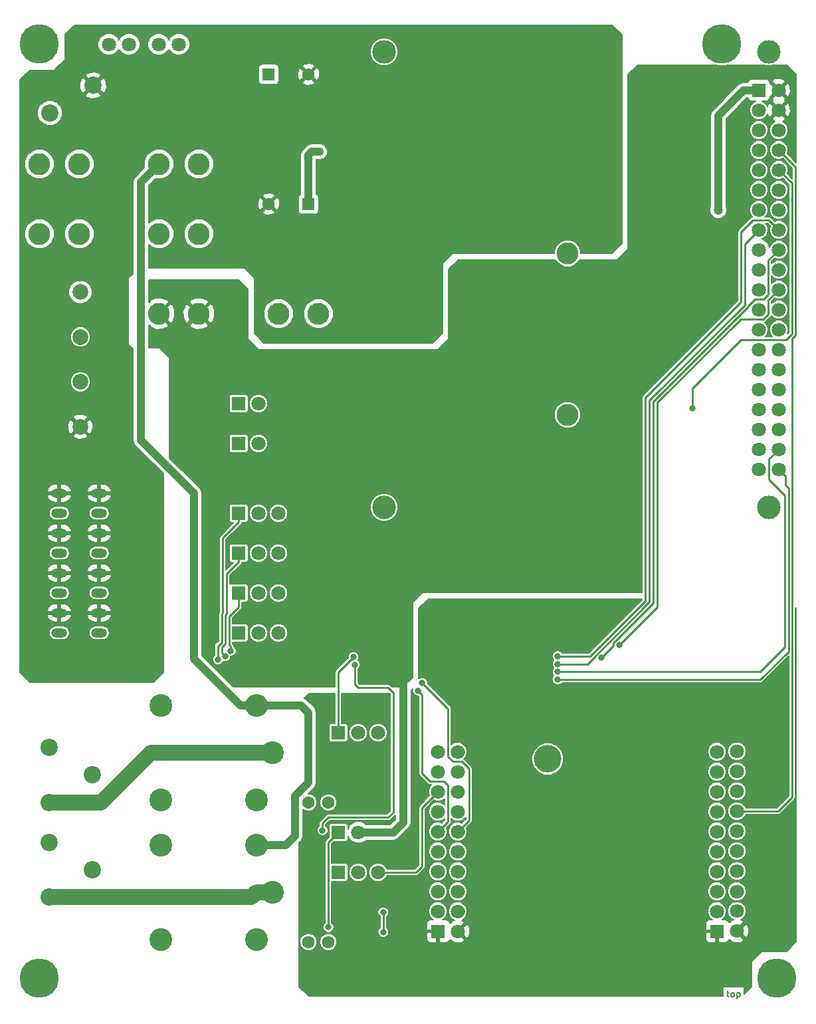
<source format=gbr>
G04 #@! TF.FileFunction,Copper,L1,Top,Signal*
%FSLAX46Y46*%
G04 Gerber Fmt 4.6, Leading zero omitted, Abs format (unit mm)*
G04 Created by KiCad (PCBNEW no-vcs-found) date Sun Dec 11 09:55:06 2016*
%MOMM*%
%LPD*%
G01*
G04 APERTURE LIST*
%ADD10C,0.100000*%
%ADD11C,0.150000*%
%ADD12C,3.000000*%
%ADD13C,1.800000*%
%ADD14R,1.800000X1.800000*%
%ADD15C,2.800000*%
%ADD16C,3.500000*%
%ADD17C,2.200000*%
%ADD18C,2.900000*%
%ADD19C,1.600000*%
%ADD20C,2.000000*%
%ADD21O,2.000000X1.200000*%
%ADD22C,5.000000*%
%ADD23R,1.600000X1.600000*%
%ADD24C,0.800000*%
%ADD25C,1.200000*%
%ADD26C,1.000000*%
%ADD27C,0.250000*%
%ADD28C,1.000000*%
%ADD29C,2.000000*%
%ADD30C,0.200000*%
G04 APERTURE END LIST*
D10*
D11*
X186643809Y-156308571D02*
X186948571Y-156308571D01*
X186758095Y-156041904D02*
X186758095Y-156727619D01*
X186796190Y-156803809D01*
X186872380Y-156841904D01*
X186948571Y-156841904D01*
X187329523Y-156841904D02*
X187253333Y-156803809D01*
X187215238Y-156765714D01*
X187177142Y-156689523D01*
X187177142Y-156460952D01*
X187215238Y-156384761D01*
X187253333Y-156346666D01*
X187329523Y-156308571D01*
X187443809Y-156308571D01*
X187520000Y-156346666D01*
X187558095Y-156384761D01*
X187596190Y-156460952D01*
X187596190Y-156689523D01*
X187558095Y-156765714D01*
X187520000Y-156803809D01*
X187443809Y-156841904D01*
X187329523Y-156841904D01*
X187939047Y-156308571D02*
X187939047Y-157108571D01*
X187939047Y-156346666D02*
X188015238Y-156308571D01*
X188167619Y-156308571D01*
X188243809Y-156346666D01*
X188281904Y-156384761D01*
X188320000Y-156460952D01*
X188320000Y-156689523D01*
X188281904Y-156765714D01*
X188243809Y-156803809D01*
X188167619Y-156841904D01*
X188015238Y-156841904D01*
X187939047Y-156803809D01*
D12*
X191990000Y-36510000D03*
X191990000Y-94510000D03*
X142990000Y-36510000D03*
X142990000Y-94510000D03*
D13*
X193260000Y-89640000D03*
X190720000Y-89640000D03*
X193260000Y-87100000D03*
X190720000Y-87100000D03*
X193260000Y-84560000D03*
X190720000Y-84560000D03*
X193260000Y-82020000D03*
X190720000Y-82020000D03*
X193260000Y-79480000D03*
X190720000Y-79480000D03*
X193260000Y-76940000D03*
X190720000Y-76940000D03*
X193260000Y-74400000D03*
X190720000Y-74400000D03*
D14*
X190720000Y-41380000D03*
D13*
X193260000Y-41380000D03*
X190720000Y-43920000D03*
X193260000Y-43920000D03*
X190720000Y-46460000D03*
X193260000Y-46460000D03*
X190720000Y-49000000D03*
X193260000Y-49000000D03*
X190720000Y-51540000D03*
X193260000Y-51540000D03*
X190720000Y-54080000D03*
X193260000Y-54080000D03*
X190720000Y-56620000D03*
X193260000Y-56620000D03*
X190720000Y-59160000D03*
X193260000Y-59160000D03*
X190720000Y-61700000D03*
X193260000Y-61700000D03*
X190720000Y-64240000D03*
X193260000Y-64240000D03*
X190720000Y-66780000D03*
X193260000Y-66780000D03*
X190720000Y-69320000D03*
X193260000Y-69320000D03*
X190720000Y-71860000D03*
X193260000Y-71860000D03*
D15*
X166370000Y-82699860D03*
X166370000Y-62199520D03*
D13*
X152400000Y-125620000D03*
X149860000Y-125620000D03*
X152400000Y-128160000D03*
X149860000Y-128160000D03*
X152400000Y-130700000D03*
X149860000Y-130700000D03*
X152400000Y-133240000D03*
X149860000Y-133240000D03*
X152400000Y-135780000D03*
X149860000Y-135780000D03*
X152400000Y-138320000D03*
X149860000Y-138320000D03*
X152400000Y-140860000D03*
X149860000Y-140860000D03*
X152400000Y-143400000D03*
X149860000Y-143400000D03*
X152400000Y-145940000D03*
X149860000Y-145940000D03*
X152400000Y-148480000D03*
D14*
X149860000Y-148480000D03*
D13*
X187960000Y-125590000D03*
X185420000Y-125620000D03*
X187960000Y-128130000D03*
X185420000Y-128160000D03*
X187960000Y-130670000D03*
X185420000Y-130700000D03*
X187960000Y-133210000D03*
X185420000Y-133240000D03*
X187960000Y-135750000D03*
X185420000Y-135780000D03*
X187960000Y-138290000D03*
X185420000Y-138320000D03*
X187960000Y-140830000D03*
X185420000Y-140860000D03*
X187960000Y-143400000D03*
X185420000Y-143400000D03*
X187960000Y-145910000D03*
X185420000Y-145940000D03*
X187960000Y-148450000D03*
D14*
X185420000Y-148480000D03*
D16*
X163830000Y-126540000D03*
D17*
X105830000Y-140645000D03*
X100330000Y-137145000D03*
X100330000Y-144145000D03*
D18*
X126751080Y-119730520D03*
X114548920Y-119730520D03*
X114548920Y-131729480D03*
X126751080Y-131729480D03*
X128750060Y-125730000D03*
D19*
X135890000Y-132080000D03*
X133350000Y-132080000D03*
X133350000Y-149860000D03*
X135890000Y-149860000D03*
D15*
X119380000Y-59690000D03*
X114300000Y-59690000D03*
X104140000Y-59690000D03*
X99060000Y-59690000D03*
X99060000Y-50800000D03*
X104140000Y-50800000D03*
X114300000Y-50800000D03*
X119380000Y-50800000D03*
X114300000Y-69850000D03*
X119380000Y-69850000D03*
X129540000Y-69850000D03*
X134620000Y-69850000D03*
D17*
X100420000Y-44280000D03*
X105920000Y-40780000D03*
D20*
X104280200Y-67090000D03*
X104280200Y-72805000D03*
X104280200Y-78520000D03*
X104280200Y-84235000D03*
D17*
X100330000Y-132080000D03*
X100330000Y-125080000D03*
X105830000Y-128580000D03*
D21*
X101600000Y-107950000D03*
X101600000Y-110490000D03*
X101600000Y-105410000D03*
X101600000Y-102870000D03*
X101600000Y-100330000D03*
X101600000Y-97790000D03*
X106680000Y-110490000D03*
X106680000Y-107950000D03*
X106680000Y-105410000D03*
X106680000Y-102870000D03*
X106680000Y-100330000D03*
X106680000Y-97790000D03*
X101600000Y-92710000D03*
X101600000Y-95250000D03*
X106680000Y-92710000D03*
X106680000Y-95250000D03*
D14*
X124460000Y-81280000D03*
D13*
X127000000Y-81280000D03*
X127000000Y-86360000D03*
D14*
X124460000Y-86360000D03*
D13*
X139700000Y-135890000D03*
D14*
X137160000Y-135890000D03*
D18*
X128750060Y-143510000D03*
X126751080Y-149509480D03*
X114548920Y-149509480D03*
X114548920Y-137510520D03*
X126751080Y-137510520D03*
D13*
X116819680Y-35560000D03*
X114279680Y-35560000D03*
X107929680Y-35560000D03*
X110469680Y-35560000D03*
D14*
X137160000Y-123190000D03*
D13*
X139700000Y-123190000D03*
X142240000Y-123190000D03*
X142240000Y-140970000D03*
X139700000Y-140970000D03*
D14*
X137160000Y-140970000D03*
D13*
X129540000Y-110490000D03*
X127000000Y-110490000D03*
D14*
X124460000Y-110490000D03*
X124460000Y-105410000D03*
D13*
X127000000Y-105410000D03*
X129540000Y-105410000D03*
D14*
X124460000Y-100330000D03*
D13*
X127000000Y-100330000D03*
X129540000Y-100330000D03*
X129540000Y-95250000D03*
X127000000Y-95250000D03*
D14*
X124460000Y-95250000D03*
D22*
X99020000Y-35480000D03*
X99020000Y-154480000D03*
X186020000Y-35480000D03*
X193020000Y-154480000D03*
D23*
X128270000Y-39370000D03*
D19*
X133350000Y-39370000D03*
D23*
X133350000Y-55880000D03*
D19*
X128270000Y-55880000D03*
D24*
X131445000Y-50165000D03*
X133350000Y-47625000D03*
X131445000Y-47625000D03*
X131445000Y-45085000D03*
X121920000Y-52705000D03*
X121920000Y-50165000D03*
X121285000Y-47625000D03*
X121285000Y-45085000D03*
X121285000Y-42545000D03*
D25*
X179324000Y-66040000D03*
X137160000Y-81280000D03*
X121158000Y-103886000D03*
X121158000Y-98806000D03*
X121158000Y-93218000D03*
X121158000Y-108966000D03*
D26*
X134770000Y-49230000D03*
D24*
X165100000Y-115443047D03*
X139074366Y-113560918D03*
X165100000Y-116443060D03*
X139234733Y-114547987D03*
X135128000Y-135636000D03*
X135890000Y-147955000D03*
X147828000Y-116840000D03*
X123444000Y-112776000D03*
X147320000Y-117856000D03*
X122736885Y-113483115D03*
X121810219Y-113859032D03*
D25*
X185568501Y-56630999D03*
D24*
X182245000Y-81915000D03*
X165100000Y-114443034D03*
X165100000Y-113443021D03*
X170692034Y-113671697D03*
X172980070Y-112020070D03*
X142875000Y-148590000D03*
X142875000Y-146050000D03*
D27*
X131445000Y-47625000D02*
X131445000Y-50165000D01*
X131445000Y-47625000D02*
X133350000Y-47625000D01*
X121920000Y-52705000D02*
X123825000Y-54610000D01*
X121285000Y-47625000D02*
X121285000Y-49530000D01*
X121285000Y-49530000D02*
X121920000Y-50165000D01*
X121285000Y-42545000D02*
X121285000Y-45085000D01*
D28*
X139700000Y-135890000D02*
X144145000Y-135890000D01*
X145415000Y-134620000D02*
X145415000Y-116205000D01*
X144145000Y-135890000D02*
X145415000Y-134620000D01*
X121158000Y-108966000D02*
X121158000Y-103886000D01*
X121158000Y-103886000D02*
X121158000Y-98806000D01*
X121158000Y-98806000D02*
X121158000Y-93218000D01*
X111999999Y-53100001D02*
X111999999Y-85964999D01*
X111999999Y-85964999D02*
X118745000Y-92710000D01*
X118745000Y-113775049D02*
X124700471Y-119730520D01*
X124700471Y-119730520D02*
X126751080Y-119730520D01*
X118745000Y-92710000D02*
X118745000Y-113775049D01*
X114300000Y-50800000D02*
X111999999Y-53100001D01*
X126751080Y-119730520D02*
X132430520Y-119730520D01*
X132430520Y-119730520D02*
X133350000Y-120650000D01*
X133350000Y-120650000D02*
X133350000Y-129540000D01*
X133350000Y-129540000D02*
X131649999Y-131240001D01*
X131649999Y-131240001D02*
X131649999Y-136320001D01*
X131649999Y-136320001D02*
X130459480Y-137510520D01*
X130459480Y-137510520D02*
X127059478Y-137510520D01*
X134770000Y-49230000D02*
X133770000Y-49230000D01*
X133770000Y-49230000D02*
X133350000Y-49650000D01*
X133350000Y-49650000D02*
X133350000Y-55880000D01*
D29*
X128750060Y-125730000D02*
X113268002Y-125730000D01*
X113268002Y-125730000D02*
X106918002Y-132080000D01*
X106918002Y-132080000D02*
X101885634Y-132080000D01*
X101885634Y-132080000D02*
X100330000Y-132080000D01*
X128750060Y-143510000D02*
X126699451Y-143510000D01*
X126699451Y-143510000D02*
X126064451Y-144145000D01*
X101885634Y-144145000D02*
X100330000Y-144145000D01*
X126064451Y-144145000D02*
X101885634Y-144145000D01*
D27*
X194056000Y-112268000D02*
X190880953Y-115443047D01*
X194056000Y-92964000D02*
X194056000Y-112268000D01*
X192034999Y-88325001D02*
X192034999Y-90942999D01*
X190880953Y-115443047D02*
X165665685Y-115443047D01*
X192034999Y-90942999D02*
X194056000Y-92964000D01*
X137160000Y-115475284D02*
X138674367Y-113960917D01*
X138674367Y-113960917D02*
X139074366Y-113560918D01*
X137160000Y-123190000D02*
X137160000Y-115475284D01*
X193260000Y-87100000D02*
X192034999Y-88325001D01*
X165665685Y-115443047D02*
X165100000Y-115443047D01*
X135128000Y-135636000D02*
X135128000Y-134747000D01*
X135128000Y-134747000D02*
X135890000Y-133985000D01*
X135890000Y-133985000D02*
X143510000Y-133985000D01*
X143510000Y-133985000D02*
X144145000Y-133350000D01*
X144145000Y-133350000D02*
X144145000Y-118110000D01*
X143510000Y-117475000D02*
X139700000Y-117475000D01*
X144145000Y-118110000D02*
X143510000Y-117475000D01*
X139700000Y-117475000D02*
X139234733Y-117009733D01*
X139234733Y-117009733D02*
X139234733Y-114547987D01*
X165665685Y-116443060D02*
X165100000Y-116443060D01*
X190896940Y-116443060D02*
X165665685Y-116443060D01*
X194159999Y-90539999D02*
X194159999Y-91716590D01*
X194159999Y-91716590D02*
X194506011Y-92062602D01*
X194506011Y-92062602D02*
X194506011Y-112833989D01*
X194506011Y-112833989D02*
X190896940Y-116443060D01*
X193260000Y-89640000D02*
X194159999Y-90539999D01*
X135890000Y-147955000D02*
X135890000Y-137160000D01*
X135890000Y-137160000D02*
X137160000Y-135890000D01*
X147828000Y-116840000D02*
X151130000Y-120142000D01*
X151130000Y-120142000D02*
X151130000Y-126238000D01*
X153299999Y-134880001D02*
X152400000Y-135780000D01*
X151130000Y-126238000D02*
X151765000Y-126873000D01*
X151765000Y-126873000D02*
X152926002Y-126873000D01*
X153797000Y-134383000D02*
X153299999Y-134880001D01*
X152926002Y-126873000D02*
X153797000Y-127743998D01*
X153797000Y-127743998D02*
X153797000Y-134383000D01*
X123444000Y-112210315D02*
X123444000Y-112776000D01*
X124460000Y-107188000D02*
X123234999Y-108413001D01*
X123234999Y-112001314D02*
X123444000Y-112210315D01*
X124460000Y-105410000D02*
X124460000Y-107188000D01*
X123234999Y-108413001D02*
X123234999Y-112001314D01*
X147320000Y-117856000D02*
X147828000Y-118364000D01*
X147828000Y-118364000D02*
X147828000Y-128397000D01*
X147828000Y-128397000D02*
X148844000Y-129413000D01*
X148844000Y-129413000D02*
X150622000Y-129413000D01*
X150622000Y-129413000D02*
X151130000Y-129921000D01*
X151130000Y-129921000D02*
X151130000Y-134510000D01*
X151130000Y-134510000D02*
X150759999Y-134880001D01*
X150759999Y-134880001D02*
X149860000Y-135780000D01*
X122784988Y-111854008D02*
X122336886Y-112302110D01*
X122936000Y-108075589D02*
X122784988Y-108226601D01*
X122936000Y-103004000D02*
X122936000Y-108075589D01*
X122336886Y-113083116D02*
X122736885Y-113483115D01*
X124460000Y-100330000D02*
X124460000Y-101480000D01*
X124460000Y-101480000D02*
X122936000Y-103004000D01*
X122784988Y-108226601D02*
X122784988Y-111854008D01*
X122336886Y-112302110D02*
X122336886Y-113083116D01*
X122428000Y-107947178D02*
X122334977Y-108040201D01*
X124460000Y-96400000D02*
X122428000Y-98432000D01*
X122334977Y-111667608D02*
X121810219Y-112192366D01*
X121810219Y-112192366D02*
X121810219Y-113293347D01*
X124460000Y-95250000D02*
X124460000Y-96400000D01*
X122428000Y-98432000D02*
X122428000Y-107947178D01*
X122334977Y-108040201D02*
X122334977Y-111667608D01*
X121810219Y-113293347D02*
X121810219Y-113859032D01*
X142240000Y-140970000D02*
X147066000Y-140970000D01*
X147066000Y-140970000D02*
X147828000Y-140208000D01*
X147828000Y-140208000D02*
X147828000Y-132732000D01*
X147828000Y-132732000D02*
X149860000Y-130700000D01*
X193260000Y-49000000D02*
X195395011Y-51135011D01*
X195395011Y-51135011D02*
X195395011Y-72576400D01*
X195395011Y-72576400D02*
X194945000Y-73026410D01*
X194945000Y-73026410D02*
X194945000Y-91865180D01*
X194945000Y-91865180D02*
X194956022Y-91876202D01*
X194945000Y-131445000D02*
X193180000Y-133210000D01*
X194956022Y-91876202D02*
X194956022Y-113020389D01*
X194945000Y-113031411D02*
X194945000Y-131445000D01*
X193180000Y-133210000D02*
X187960000Y-133210000D01*
X194956022Y-113020389D02*
X194945000Y-113031411D01*
D28*
X190720000Y-41380000D02*
X188820000Y-41380000D01*
X188820000Y-41380000D02*
X185568501Y-44631499D01*
X185568501Y-44631499D02*
X185568501Y-56630999D01*
D27*
X193260000Y-51540000D02*
X194945000Y-53225000D01*
X194945000Y-53225000D02*
X194945000Y-72390000D01*
X194183000Y-73152000D02*
X188468000Y-73152000D01*
X194945000Y-72390000D02*
X194183000Y-73152000D01*
X188468000Y-73152000D02*
X182245000Y-79375000D01*
X182245000Y-79375000D02*
X182245000Y-81915000D01*
X165665685Y-114443034D02*
X165100000Y-114443034D01*
X168895377Y-114443034D02*
X165665685Y-114443034D01*
X176784000Y-106554411D02*
X168895377Y-114443034D01*
X188918011Y-68766400D02*
X176784000Y-80900410D01*
X176784000Y-80900410D02*
X176784000Y-106554411D01*
X188918011Y-60961989D02*
X188918011Y-68766400D01*
X190720000Y-59160000D02*
X188918011Y-60961989D01*
X193260000Y-59160000D02*
X192034999Y-57934999D01*
X192034999Y-57934999D02*
X189962003Y-57934999D01*
X189962003Y-57934999D02*
X188468000Y-59429002D01*
X176276000Y-106426000D02*
X169258979Y-113443021D01*
X188468000Y-59429002D02*
X188468000Y-68326000D01*
X188468000Y-68326000D02*
X176276000Y-80518000D01*
X176276000Y-80518000D02*
X176276000Y-106426000D01*
X165665685Y-113443021D02*
X165100000Y-113443021D01*
X169258979Y-113443021D02*
X165665685Y-113443021D01*
X193260000Y-61700000D02*
X191945001Y-63014999D01*
X191945001Y-63014999D02*
X191945001Y-67368001D01*
X172212000Y-111762821D02*
X172212000Y-112151731D01*
X191945001Y-67368001D02*
X191308001Y-68005001D01*
X189368022Y-68952800D02*
X177292000Y-81028820D01*
X177292000Y-106682821D02*
X172212000Y-111762821D01*
X172212000Y-112151731D02*
X170692034Y-113671697D01*
X191308001Y-68005001D02*
X190187410Y-68005001D01*
X190187410Y-68005001D02*
X189368022Y-68824389D01*
X189368022Y-68824389D02*
X189368022Y-68952800D01*
X177292000Y-81028820D02*
X177292000Y-106682821D01*
X177800000Y-81157232D02*
X177800000Y-107200140D01*
X188412231Y-70545001D02*
X177800000Y-81157232D01*
X191945001Y-69908001D02*
X191308001Y-70545001D01*
X191945001Y-68094999D02*
X191945001Y-69908001D01*
X193260000Y-66780000D02*
X191945001Y-68094999D01*
X191308001Y-70545001D02*
X188412231Y-70545001D01*
X177800000Y-107200140D02*
X173380069Y-111620071D01*
X173380069Y-111620071D02*
X172980070Y-112020070D01*
X142875000Y-146050000D02*
X142875000Y-148590000D01*
D30*
G36*
X185460602Y-38279513D02*
X186574511Y-38280485D01*
X186769299Y-38200000D01*
X191366232Y-38200000D01*
X191630387Y-38309687D01*
X192346471Y-38310312D01*
X192613446Y-38200000D01*
X194268578Y-38200000D01*
X195480000Y-39411422D01*
X195480000Y-50618959D01*
X194354456Y-49493416D01*
X194459791Y-49239742D01*
X194460207Y-48762353D01*
X194277903Y-48321143D01*
X193940633Y-47983283D01*
X193499742Y-47800209D01*
X193022353Y-47799793D01*
X192581143Y-47982097D01*
X192243283Y-48319367D01*
X192060209Y-48760258D01*
X192059793Y-49237647D01*
X192242097Y-49678857D01*
X192579367Y-50016717D01*
X193020258Y-50199791D01*
X193497647Y-50200207D01*
X193753465Y-50094505D01*
X194970011Y-51311052D01*
X194970011Y-52648971D01*
X194354456Y-52033416D01*
X194459791Y-51779742D01*
X194460207Y-51302353D01*
X194277903Y-50861143D01*
X193940633Y-50523283D01*
X193499742Y-50340209D01*
X193022353Y-50339793D01*
X192581143Y-50522097D01*
X192243283Y-50859367D01*
X192060209Y-51300258D01*
X192059793Y-51777647D01*
X192242097Y-52218857D01*
X192579367Y-52556717D01*
X193020258Y-52739791D01*
X193497647Y-52740207D01*
X193753465Y-52634505D01*
X194520000Y-53401040D01*
X194520000Y-72213959D01*
X194335932Y-72398027D01*
X194459791Y-72099742D01*
X194460207Y-71622353D01*
X194277903Y-71181143D01*
X193940633Y-70843283D01*
X193499742Y-70660209D01*
X193022353Y-70659793D01*
X192581143Y-70842097D01*
X192243283Y-71179367D01*
X192060209Y-71620258D01*
X192059793Y-72097647D01*
X192242097Y-72538857D01*
X192429911Y-72727000D01*
X191550024Y-72727000D01*
X191736717Y-72540633D01*
X191919791Y-72099742D01*
X191920207Y-71622353D01*
X191737903Y-71181143D01*
X191485155Y-70927953D01*
X191608521Y-70845521D01*
X192245521Y-70208521D01*
X192328070Y-70084980D01*
X192579367Y-70336717D01*
X193020258Y-70519791D01*
X193497647Y-70520207D01*
X193938857Y-70337903D01*
X194276717Y-70000633D01*
X194459791Y-69559742D01*
X194460207Y-69082353D01*
X194277903Y-68641143D01*
X193940633Y-68303283D01*
X193499742Y-68120209D01*
X193022353Y-68119793D01*
X192581143Y-68302097D01*
X192370001Y-68512870D01*
X192370001Y-68271039D01*
X192766584Y-67874456D01*
X193020258Y-67979791D01*
X193497647Y-67980207D01*
X193938857Y-67797903D01*
X194276717Y-67460633D01*
X194459791Y-67019742D01*
X194460207Y-66542353D01*
X194277903Y-66101143D01*
X193940633Y-65763283D01*
X193499742Y-65580209D01*
X193022353Y-65579793D01*
X192581143Y-65762097D01*
X192370001Y-65972870D01*
X192370001Y-65046985D01*
X192579367Y-65256717D01*
X193020258Y-65439791D01*
X193497647Y-65440207D01*
X193938857Y-65257903D01*
X194276717Y-64920633D01*
X194459791Y-64479742D01*
X194460207Y-64002353D01*
X194277903Y-63561143D01*
X193940633Y-63223283D01*
X193499742Y-63040209D01*
X193022353Y-63039793D01*
X192581143Y-63222097D01*
X192370001Y-63432870D01*
X192370001Y-63191039D01*
X192766584Y-62794456D01*
X193020258Y-62899791D01*
X193497647Y-62900207D01*
X193938857Y-62717903D01*
X194276717Y-62380633D01*
X194459791Y-61939742D01*
X194460207Y-61462353D01*
X194277903Y-61021143D01*
X193940633Y-60683283D01*
X193499742Y-60500209D01*
X193022353Y-60499793D01*
X192581143Y-60682097D01*
X192243283Y-61019367D01*
X192098069Y-61369080D01*
X191907555Y-60908000D01*
X191514072Y-60513830D01*
X191051108Y-60321590D01*
X191398857Y-60177903D01*
X191736717Y-59840633D01*
X191919791Y-59399742D01*
X191920207Y-58922353D01*
X191737903Y-58481143D01*
X191616971Y-58359999D01*
X191858959Y-58359999D01*
X192165544Y-58666584D01*
X192060209Y-58920258D01*
X192059793Y-59397647D01*
X192242097Y-59838857D01*
X192579367Y-60176717D01*
X193020258Y-60359791D01*
X193497647Y-60360207D01*
X193938857Y-60177903D01*
X194276717Y-59840633D01*
X194459791Y-59399742D01*
X194460207Y-58922353D01*
X194277903Y-58481143D01*
X193940633Y-58143283D01*
X193499742Y-57960209D01*
X193022353Y-57959793D01*
X192766535Y-58065495D01*
X192335519Y-57634479D01*
X192197640Y-57542350D01*
X192170656Y-57536983D01*
X192034999Y-57509999D01*
X191526985Y-57509999D01*
X191736717Y-57300633D01*
X191919791Y-56859742D01*
X191919792Y-56857647D01*
X192059793Y-56857647D01*
X192242097Y-57298857D01*
X192579367Y-57636717D01*
X193020258Y-57819791D01*
X193497647Y-57820207D01*
X193938857Y-57637903D01*
X194276717Y-57300633D01*
X194459791Y-56859742D01*
X194460207Y-56382353D01*
X194277903Y-55941143D01*
X193940633Y-55603283D01*
X193499742Y-55420209D01*
X193022353Y-55419793D01*
X192581143Y-55602097D01*
X192243283Y-55939367D01*
X192060209Y-56380258D01*
X192059793Y-56857647D01*
X191919792Y-56857647D01*
X191920207Y-56382353D01*
X191737903Y-55941143D01*
X191400633Y-55603283D01*
X190959742Y-55420209D01*
X190482353Y-55419793D01*
X190041143Y-55602097D01*
X189703283Y-55939367D01*
X189520209Y-56380258D01*
X189519793Y-56857647D01*
X189702097Y-57298857D01*
X189921010Y-57518153D01*
X189799363Y-57542350D01*
X189753611Y-57572921D01*
X189661482Y-57634479D01*
X188167480Y-59128482D01*
X188075351Y-59266361D01*
X188075351Y-59266362D01*
X188043000Y-59429002D01*
X188043000Y-68149959D01*
X175975480Y-80217480D01*
X175883351Y-80355359D01*
X175883351Y-80355360D01*
X175851000Y-80518000D01*
X175851000Y-105310000D01*
X147955000Y-105310000D01*
X147916732Y-105317612D01*
X147884289Y-105339289D01*
X146614289Y-106609289D01*
X146592612Y-106641732D01*
X146585000Y-106680000D01*
X146585000Y-116163578D01*
X145373578Y-117375000D01*
X144011040Y-117375000D01*
X143810520Y-117174480D01*
X143672641Y-117082351D01*
X143645657Y-117076984D01*
X143510000Y-117050000D01*
X139876040Y-117050000D01*
X139659733Y-116833693D01*
X139659733Y-115112815D01*
X139827818Y-114945023D01*
X139934611Y-114687837D01*
X139934854Y-114409359D01*
X139828510Y-114151987D01*
X139651105Y-113974272D01*
X139667451Y-113957954D01*
X139774244Y-113700768D01*
X139774487Y-113422290D01*
X139668143Y-113164918D01*
X139471402Y-112967833D01*
X139214216Y-112861040D01*
X138935738Y-112860797D01*
X138678366Y-112967141D01*
X138481281Y-113163882D01*
X138374488Y-113421068D01*
X138374280Y-113659964D01*
X138373849Y-113660395D01*
X138373846Y-113660397D01*
X136859480Y-115174764D01*
X136767351Y-115312643D01*
X136767351Y-115312644D01*
X136735000Y-115475284D01*
X136735000Y-117375000D01*
X123759165Y-117375000D01*
X120381825Y-113997660D01*
X121110098Y-113997660D01*
X121216442Y-114255032D01*
X121413183Y-114452117D01*
X121670369Y-114558910D01*
X121948847Y-114559153D01*
X122206219Y-114452809D01*
X122403304Y-114256068D01*
X122457676Y-114125126D01*
X122597035Y-114182993D01*
X122875513Y-114183236D01*
X123132885Y-114076892D01*
X123329970Y-113880151D01*
X123436763Y-113622965D01*
X123436891Y-113475994D01*
X123582628Y-113476121D01*
X123840000Y-113369777D01*
X124037085Y-113173036D01*
X124143878Y-112915850D01*
X124144121Y-112637372D01*
X124037777Y-112380000D01*
X123869000Y-112210928D01*
X123869000Y-112210315D01*
X123836649Y-112047675D01*
X123836649Y-112047674D01*
X123744520Y-111909795D01*
X123659999Y-111825274D01*
X123659999Y-111695877D01*
X125360000Y-111695877D01*
X125477054Y-111672593D01*
X125576288Y-111606288D01*
X125642593Y-111507054D01*
X125665877Y-111390000D01*
X125665877Y-110727647D01*
X125799793Y-110727647D01*
X125982097Y-111168857D01*
X126319367Y-111506717D01*
X126760258Y-111689791D01*
X127237647Y-111690207D01*
X127678857Y-111507903D01*
X128016717Y-111170633D01*
X128199791Y-110729742D01*
X128199792Y-110727647D01*
X128339793Y-110727647D01*
X128522097Y-111168857D01*
X128859367Y-111506717D01*
X129300258Y-111689791D01*
X129777647Y-111690207D01*
X130218857Y-111507903D01*
X130556717Y-111170633D01*
X130739791Y-110729742D01*
X130740207Y-110252353D01*
X130557903Y-109811143D01*
X130220633Y-109473283D01*
X129779742Y-109290209D01*
X129302353Y-109289793D01*
X128861143Y-109472097D01*
X128523283Y-109809367D01*
X128340209Y-110250258D01*
X128339793Y-110727647D01*
X128199792Y-110727647D01*
X128200207Y-110252353D01*
X128017903Y-109811143D01*
X127680633Y-109473283D01*
X127239742Y-109290209D01*
X126762353Y-109289793D01*
X126321143Y-109472097D01*
X125983283Y-109809367D01*
X125800209Y-110250258D01*
X125799793Y-110727647D01*
X125665877Y-110727647D01*
X125665877Y-109590000D01*
X125642593Y-109472946D01*
X125576288Y-109373712D01*
X125477054Y-109307407D01*
X125360000Y-109284123D01*
X123659999Y-109284123D01*
X123659999Y-108589041D01*
X124760520Y-107488520D01*
X124852649Y-107350641D01*
X124858016Y-107323657D01*
X124885000Y-107188000D01*
X124885000Y-106615877D01*
X125360000Y-106615877D01*
X125477054Y-106592593D01*
X125576288Y-106526288D01*
X125642593Y-106427054D01*
X125665877Y-106310000D01*
X125665877Y-105647647D01*
X125799793Y-105647647D01*
X125982097Y-106088857D01*
X126319367Y-106426717D01*
X126760258Y-106609791D01*
X127237647Y-106610207D01*
X127678857Y-106427903D01*
X128016717Y-106090633D01*
X128199791Y-105649742D01*
X128199792Y-105647647D01*
X128339793Y-105647647D01*
X128522097Y-106088857D01*
X128859367Y-106426717D01*
X129300258Y-106609791D01*
X129777647Y-106610207D01*
X130218857Y-106427903D01*
X130556717Y-106090633D01*
X130739791Y-105649742D01*
X130740207Y-105172353D01*
X130557903Y-104731143D01*
X130220633Y-104393283D01*
X129779742Y-104210209D01*
X129302353Y-104209793D01*
X128861143Y-104392097D01*
X128523283Y-104729367D01*
X128340209Y-105170258D01*
X128339793Y-105647647D01*
X128199792Y-105647647D01*
X128200207Y-105172353D01*
X128017903Y-104731143D01*
X127680633Y-104393283D01*
X127239742Y-104210209D01*
X126762353Y-104209793D01*
X126321143Y-104392097D01*
X125983283Y-104729367D01*
X125800209Y-105170258D01*
X125799793Y-105647647D01*
X125665877Y-105647647D01*
X125665877Y-104510000D01*
X125642593Y-104392946D01*
X125576288Y-104293712D01*
X125477054Y-104227407D01*
X125360000Y-104204123D01*
X123560000Y-104204123D01*
X123442946Y-104227407D01*
X123361000Y-104282161D01*
X123361000Y-103180040D01*
X124760520Y-101780521D01*
X124852648Y-101642641D01*
X124852649Y-101642640D01*
X124873885Y-101535877D01*
X125360000Y-101535877D01*
X125477054Y-101512593D01*
X125576288Y-101446288D01*
X125642593Y-101347054D01*
X125665877Y-101230000D01*
X125665877Y-100567647D01*
X125799793Y-100567647D01*
X125982097Y-101008857D01*
X126319367Y-101346717D01*
X126760258Y-101529791D01*
X127237647Y-101530207D01*
X127678857Y-101347903D01*
X128016717Y-101010633D01*
X128199791Y-100569742D01*
X128199792Y-100567647D01*
X128339793Y-100567647D01*
X128522097Y-101008857D01*
X128859367Y-101346717D01*
X129300258Y-101529791D01*
X129777647Y-101530207D01*
X130218857Y-101347903D01*
X130556717Y-101010633D01*
X130739791Y-100569742D01*
X130740207Y-100092353D01*
X130557903Y-99651143D01*
X130220633Y-99313283D01*
X129779742Y-99130209D01*
X129302353Y-99129793D01*
X128861143Y-99312097D01*
X128523283Y-99649367D01*
X128340209Y-100090258D01*
X128339793Y-100567647D01*
X128199792Y-100567647D01*
X128200207Y-100092353D01*
X128017903Y-99651143D01*
X127680633Y-99313283D01*
X127239742Y-99130209D01*
X126762353Y-99129793D01*
X126321143Y-99312097D01*
X125983283Y-99649367D01*
X125800209Y-100090258D01*
X125799793Y-100567647D01*
X125665877Y-100567647D01*
X125665877Y-99430000D01*
X125642593Y-99312946D01*
X125576288Y-99213712D01*
X125477054Y-99147407D01*
X125360000Y-99124123D01*
X123560000Y-99124123D01*
X123442946Y-99147407D01*
X123343712Y-99213712D01*
X123277407Y-99312946D01*
X123254123Y-99430000D01*
X123254123Y-101230000D01*
X123277407Y-101347054D01*
X123343712Y-101446288D01*
X123442946Y-101512593D01*
X123560000Y-101535877D01*
X123803082Y-101535877D01*
X122853000Y-102485960D01*
X122853000Y-98608040D01*
X124760520Y-96700520D01*
X124852649Y-96562641D01*
X124873885Y-96455877D01*
X125360000Y-96455877D01*
X125477054Y-96432593D01*
X125576288Y-96366288D01*
X125642593Y-96267054D01*
X125665877Y-96150000D01*
X125665877Y-95487647D01*
X125799793Y-95487647D01*
X125982097Y-95928857D01*
X126319367Y-96266717D01*
X126760258Y-96449791D01*
X127237647Y-96450207D01*
X127678857Y-96267903D01*
X128016717Y-95930633D01*
X128199791Y-95489742D01*
X128199792Y-95487647D01*
X128339793Y-95487647D01*
X128522097Y-95928857D01*
X128859367Y-96266717D01*
X129300258Y-96449791D01*
X129777647Y-96450207D01*
X130218857Y-96267903D01*
X130556717Y-95930633D01*
X130739791Y-95489742D01*
X130740207Y-95012353D01*
X130679930Y-94866471D01*
X141189688Y-94866471D01*
X141463145Y-95528286D01*
X141969051Y-96035076D01*
X142630387Y-96309687D01*
X143346471Y-96310312D01*
X144008286Y-96036855D01*
X144515076Y-95530949D01*
X144789687Y-94869613D01*
X144790312Y-94153529D01*
X144516855Y-93491714D01*
X144010949Y-92984924D01*
X143349613Y-92710313D01*
X142633529Y-92709688D01*
X141971714Y-92983145D01*
X141464924Y-93489051D01*
X141190313Y-94150387D01*
X141189688Y-94866471D01*
X130679930Y-94866471D01*
X130557903Y-94571143D01*
X130220633Y-94233283D01*
X129779742Y-94050209D01*
X129302353Y-94049793D01*
X128861143Y-94232097D01*
X128523283Y-94569367D01*
X128340209Y-95010258D01*
X128339793Y-95487647D01*
X128199792Y-95487647D01*
X128200207Y-95012353D01*
X128017903Y-94571143D01*
X127680633Y-94233283D01*
X127239742Y-94050209D01*
X126762353Y-94049793D01*
X126321143Y-94232097D01*
X125983283Y-94569367D01*
X125800209Y-95010258D01*
X125799793Y-95487647D01*
X125665877Y-95487647D01*
X125665877Y-94350000D01*
X125642593Y-94232946D01*
X125576288Y-94133712D01*
X125477054Y-94067407D01*
X125360000Y-94044123D01*
X123560000Y-94044123D01*
X123442946Y-94067407D01*
X123343712Y-94133712D01*
X123277407Y-94232946D01*
X123254123Y-94350000D01*
X123254123Y-96150000D01*
X123277407Y-96267054D01*
X123343712Y-96366288D01*
X123442946Y-96432593D01*
X123560000Y-96455877D01*
X123803083Y-96455877D01*
X122127480Y-98131480D01*
X122035351Y-98269359D01*
X122035351Y-98269360D01*
X122003000Y-98432000D01*
X122003000Y-107786759D01*
X121942328Y-107877560D01*
X121942328Y-107877561D01*
X121909977Y-108040201D01*
X121909977Y-111491568D01*
X121509699Y-111891846D01*
X121417570Y-112029725D01*
X121417570Y-112029726D01*
X121385219Y-112192366D01*
X121385219Y-113294204D01*
X121217134Y-113461996D01*
X121110341Y-113719182D01*
X121110098Y-113997660D01*
X120381825Y-113997660D01*
X119745000Y-113360835D01*
X119745000Y-92710000D01*
X119668880Y-92327317D01*
X119668880Y-92327316D01*
X119452107Y-92002893D01*
X115670000Y-88220786D01*
X115670000Y-85460000D01*
X123254123Y-85460000D01*
X123254123Y-87260000D01*
X123277407Y-87377054D01*
X123343712Y-87476288D01*
X123442946Y-87542593D01*
X123560000Y-87565877D01*
X125360000Y-87565877D01*
X125477054Y-87542593D01*
X125576288Y-87476288D01*
X125642593Y-87377054D01*
X125665877Y-87260000D01*
X125665877Y-86597647D01*
X125799793Y-86597647D01*
X125982097Y-87038857D01*
X126319367Y-87376717D01*
X126760258Y-87559791D01*
X127237647Y-87560207D01*
X127678857Y-87377903D01*
X128016717Y-87040633D01*
X128199791Y-86599742D01*
X128200207Y-86122353D01*
X128017903Y-85681143D01*
X127680633Y-85343283D01*
X127239742Y-85160209D01*
X126762353Y-85159793D01*
X126321143Y-85342097D01*
X125983283Y-85679367D01*
X125800209Y-86120258D01*
X125799793Y-86597647D01*
X125665877Y-86597647D01*
X125665877Y-85460000D01*
X125642593Y-85342946D01*
X125576288Y-85243712D01*
X125477054Y-85177407D01*
X125360000Y-85154123D01*
X123560000Y-85154123D01*
X123442946Y-85177407D01*
X123343712Y-85243712D01*
X123277407Y-85342946D01*
X123254123Y-85460000D01*
X115670000Y-85460000D01*
X115670000Y-83036527D01*
X164669706Y-83036527D01*
X164927970Y-83661575D01*
X165405770Y-84140210D01*
X166030366Y-84399564D01*
X166706667Y-84400154D01*
X167331715Y-84141890D01*
X167810350Y-83664090D01*
X168069704Y-83039494D01*
X168070294Y-82363193D01*
X167812030Y-81738145D01*
X167334230Y-81259510D01*
X166709634Y-81000156D01*
X166033333Y-80999566D01*
X165408285Y-81257830D01*
X164929650Y-81735630D01*
X164670296Y-82360226D01*
X164669706Y-83036527D01*
X115670000Y-83036527D01*
X115670000Y-80380000D01*
X123254123Y-80380000D01*
X123254123Y-82180000D01*
X123277407Y-82297054D01*
X123343712Y-82396288D01*
X123442946Y-82462593D01*
X123560000Y-82485877D01*
X125360000Y-82485877D01*
X125477054Y-82462593D01*
X125576288Y-82396288D01*
X125642593Y-82297054D01*
X125665877Y-82180000D01*
X125665877Y-81517647D01*
X125799793Y-81517647D01*
X125982097Y-81958857D01*
X126319367Y-82296717D01*
X126760258Y-82479791D01*
X127237647Y-82480207D01*
X127678857Y-82297903D01*
X128016717Y-81960633D01*
X128199791Y-81519742D01*
X128200207Y-81042353D01*
X128017903Y-80601143D01*
X127680633Y-80263283D01*
X127239742Y-80080209D01*
X126762353Y-80079793D01*
X126321143Y-80262097D01*
X125983283Y-80599367D01*
X125800209Y-81040258D01*
X125799793Y-81517647D01*
X125665877Y-81517647D01*
X125665877Y-80380000D01*
X125642593Y-80262946D01*
X125576288Y-80163712D01*
X125477054Y-80097407D01*
X125360000Y-80074123D01*
X123560000Y-80074123D01*
X123442946Y-80097407D01*
X123343712Y-80163712D01*
X123277407Y-80262946D01*
X123254123Y-80380000D01*
X115670000Y-80380000D01*
X115670000Y-75565000D01*
X115662388Y-75526732D01*
X115640711Y-75494289D01*
X114370711Y-74224289D01*
X114338268Y-74202612D01*
X114300000Y-74195000D01*
X112999999Y-74195000D01*
X112999999Y-71362136D01*
X113074431Y-71287704D01*
X113225998Y-71583431D01*
X113971107Y-71862485D01*
X114766287Y-71835155D01*
X115374002Y-71583431D01*
X115525570Y-71287702D01*
X118154430Y-71287702D01*
X118305998Y-71583431D01*
X119051107Y-71862485D01*
X119846287Y-71835155D01*
X120454002Y-71583431D01*
X120605570Y-71287702D01*
X119380000Y-70062132D01*
X118154430Y-71287702D01*
X115525570Y-71287702D01*
X114300000Y-70062132D01*
X114285858Y-70076275D01*
X114073726Y-69864143D01*
X114087868Y-69850000D01*
X114512132Y-69850000D01*
X115737702Y-71075570D01*
X116033431Y-70924002D01*
X116312485Y-70178893D01*
X116289878Y-69521107D01*
X117367515Y-69521107D01*
X117394845Y-70316287D01*
X117646569Y-70924002D01*
X117942298Y-71075570D01*
X119167868Y-69850000D01*
X119592132Y-69850000D01*
X120817702Y-71075570D01*
X121113431Y-70924002D01*
X121392485Y-70178893D01*
X121365155Y-69383713D01*
X121113431Y-68775998D01*
X120817702Y-68624430D01*
X119592132Y-69850000D01*
X119167868Y-69850000D01*
X117942298Y-68624430D01*
X117646569Y-68775998D01*
X117367515Y-69521107D01*
X116289878Y-69521107D01*
X116285155Y-69383713D01*
X116033431Y-68775998D01*
X115737702Y-68624430D01*
X114512132Y-69850000D01*
X114087868Y-69850000D01*
X114073726Y-69835858D01*
X114285858Y-69623726D01*
X114300000Y-69637868D01*
X115525570Y-68412298D01*
X118154430Y-68412298D01*
X119380000Y-69637868D01*
X120605570Y-68412298D01*
X120454002Y-68116569D01*
X119708893Y-67837515D01*
X118913713Y-67864845D01*
X118305998Y-68116569D01*
X118154430Y-68412298D01*
X115525570Y-68412298D01*
X115374002Y-68116569D01*
X114628893Y-67837515D01*
X113833713Y-67864845D01*
X113225998Y-68116569D01*
X113074431Y-68412296D01*
X112999999Y-68337864D01*
X112999999Y-65505000D01*
X124418578Y-65505000D01*
X125630000Y-66716422D01*
X125630000Y-73025000D01*
X125637612Y-73063268D01*
X125659289Y-73095711D01*
X126929289Y-74365711D01*
X126961732Y-74387388D01*
X127000000Y-74395000D01*
X149860000Y-74395000D01*
X149898268Y-74387388D01*
X149930711Y-74365711D01*
X151200711Y-73095711D01*
X151222388Y-73063268D01*
X151230000Y-73025000D01*
X151230000Y-64176422D01*
X152441422Y-62965000D01*
X164846888Y-62965000D01*
X164927970Y-63161235D01*
X165405770Y-63639870D01*
X166030366Y-63899224D01*
X166706667Y-63899814D01*
X167331715Y-63641550D01*
X167810350Y-63163750D01*
X167892878Y-62965000D01*
X172720000Y-62965000D01*
X172758268Y-62957388D01*
X172790711Y-62935711D01*
X174060711Y-61665711D01*
X174082388Y-61633268D01*
X174090000Y-61595000D01*
X174090000Y-56848843D01*
X184468311Y-56848843D01*
X184635423Y-57253285D01*
X184944588Y-57562990D01*
X185348738Y-57730807D01*
X185786345Y-57731189D01*
X186190787Y-57564077D01*
X186500492Y-57254912D01*
X186668309Y-56850762D01*
X186668691Y-56413155D01*
X186568501Y-56170677D01*
X186568501Y-54317647D01*
X189519793Y-54317647D01*
X189702097Y-54758857D01*
X190039367Y-55096717D01*
X190480258Y-55279791D01*
X190957647Y-55280207D01*
X191398857Y-55097903D01*
X191736717Y-54760633D01*
X191919791Y-54319742D01*
X191919792Y-54317647D01*
X192059793Y-54317647D01*
X192242097Y-54758857D01*
X192579367Y-55096717D01*
X193020258Y-55279791D01*
X193497647Y-55280207D01*
X193938857Y-55097903D01*
X194276717Y-54760633D01*
X194459791Y-54319742D01*
X194460207Y-53842353D01*
X194277903Y-53401143D01*
X193940633Y-53063283D01*
X193499742Y-52880209D01*
X193022353Y-52879793D01*
X192581143Y-53062097D01*
X192243283Y-53399367D01*
X192060209Y-53840258D01*
X192059793Y-54317647D01*
X191919792Y-54317647D01*
X191920207Y-53842353D01*
X191737903Y-53401143D01*
X191400633Y-53063283D01*
X190959742Y-52880209D01*
X190482353Y-52879793D01*
X190041143Y-53062097D01*
X189703283Y-53399367D01*
X189520209Y-53840258D01*
X189519793Y-54317647D01*
X186568501Y-54317647D01*
X186568501Y-51777647D01*
X189519793Y-51777647D01*
X189702097Y-52218857D01*
X190039367Y-52556717D01*
X190480258Y-52739791D01*
X190957647Y-52740207D01*
X191398857Y-52557903D01*
X191736717Y-52220633D01*
X191919791Y-51779742D01*
X191920207Y-51302353D01*
X191737903Y-50861143D01*
X191400633Y-50523283D01*
X190959742Y-50340209D01*
X190482353Y-50339793D01*
X190041143Y-50522097D01*
X189703283Y-50859367D01*
X189520209Y-51300258D01*
X189519793Y-51777647D01*
X186568501Y-51777647D01*
X186568501Y-49237647D01*
X189519793Y-49237647D01*
X189702097Y-49678857D01*
X190039367Y-50016717D01*
X190480258Y-50199791D01*
X190957647Y-50200207D01*
X191398857Y-50017903D01*
X191736717Y-49680633D01*
X191919791Y-49239742D01*
X191920207Y-48762353D01*
X191737903Y-48321143D01*
X191400633Y-47983283D01*
X190959742Y-47800209D01*
X190482353Y-47799793D01*
X190041143Y-47982097D01*
X189703283Y-48319367D01*
X189520209Y-48760258D01*
X189519793Y-49237647D01*
X186568501Y-49237647D01*
X186568501Y-46697647D01*
X189519793Y-46697647D01*
X189702097Y-47138857D01*
X190039367Y-47476717D01*
X190480258Y-47659791D01*
X190957647Y-47660207D01*
X191398857Y-47477903D01*
X191736717Y-47140633D01*
X191919791Y-46699742D01*
X191919792Y-46697647D01*
X192059793Y-46697647D01*
X192242097Y-47138857D01*
X192579367Y-47476717D01*
X193020258Y-47659791D01*
X193497647Y-47660207D01*
X193938857Y-47477903D01*
X194276717Y-47140633D01*
X194459791Y-46699742D01*
X194460207Y-46222353D01*
X194277903Y-45781143D01*
X193940633Y-45443283D01*
X193741209Y-45360475D01*
X194033264Y-45239502D01*
X194123524Y-44995656D01*
X193260000Y-44132132D01*
X192396476Y-44995656D01*
X192486736Y-45239502D01*
X192804680Y-45349733D01*
X192581143Y-45442097D01*
X192243283Y-45779367D01*
X192060209Y-46220258D01*
X192059793Y-46697647D01*
X191919792Y-46697647D01*
X191920207Y-46222353D01*
X191737903Y-45781143D01*
X191400633Y-45443283D01*
X190959742Y-45260209D01*
X190482353Y-45259793D01*
X190041143Y-45442097D01*
X189703283Y-45779367D01*
X189520209Y-46220258D01*
X189519793Y-46697647D01*
X186568501Y-46697647D01*
X186568501Y-45045713D01*
X189234214Y-42380000D01*
X189330096Y-42380000D01*
X189349011Y-42475090D01*
X189459520Y-42640480D01*
X189624910Y-42750989D01*
X189820000Y-42789795D01*
X190312935Y-42789795D01*
X190041143Y-42902097D01*
X189703283Y-43239367D01*
X189520209Y-43680258D01*
X189519793Y-44157647D01*
X189702097Y-44598857D01*
X190039367Y-44936717D01*
X190480258Y-45119791D01*
X190957647Y-45120207D01*
X191398857Y-44937903D01*
X191736717Y-44600633D01*
X191819525Y-44401209D01*
X191940498Y-44693264D01*
X192184344Y-44783524D01*
X193047868Y-43920000D01*
X193472132Y-43920000D01*
X194335656Y-44783524D01*
X194579502Y-44693264D01*
X194774976Y-44129451D01*
X194739809Y-43533751D01*
X194579502Y-43146736D01*
X194335656Y-43056476D01*
X193472132Y-43920000D01*
X193047868Y-43920000D01*
X192184344Y-43056476D01*
X191940498Y-43146736D01*
X191830267Y-43464680D01*
X191737903Y-43241143D01*
X191400633Y-42903283D01*
X191127324Y-42789795D01*
X191620000Y-42789795D01*
X191815090Y-42750989D01*
X191980480Y-42640480D01*
X192090989Y-42475090D01*
X192094854Y-42455656D01*
X192396476Y-42455656D01*
X192468413Y-42650000D01*
X192396476Y-42844344D01*
X193260000Y-43707868D01*
X194123524Y-42844344D01*
X194051587Y-42650000D01*
X194123524Y-42455656D01*
X193260000Y-41592132D01*
X192396476Y-42455656D01*
X192094854Y-42455656D01*
X192129795Y-42280000D01*
X192129795Y-42223333D01*
X192184344Y-42243524D01*
X193047868Y-41380000D01*
X193472132Y-41380000D01*
X194335656Y-42243524D01*
X194579502Y-42153264D01*
X194774976Y-41589451D01*
X194739809Y-40993751D01*
X194579502Y-40606736D01*
X194335656Y-40516476D01*
X193472132Y-41380000D01*
X193047868Y-41380000D01*
X192184344Y-40516476D01*
X192129795Y-40536667D01*
X192129795Y-40480000D01*
X192094855Y-40304344D01*
X192396476Y-40304344D01*
X193260000Y-41167868D01*
X194123524Y-40304344D01*
X194033264Y-40060498D01*
X193469451Y-39865024D01*
X192873751Y-39900191D01*
X192486736Y-40060498D01*
X192396476Y-40304344D01*
X192094855Y-40304344D01*
X192090989Y-40284910D01*
X191980480Y-40119520D01*
X191815090Y-40009011D01*
X191620000Y-39970205D01*
X189820000Y-39970205D01*
X189624910Y-40009011D01*
X189459520Y-40119520D01*
X189349011Y-40284910D01*
X189330096Y-40380000D01*
X188820000Y-40380000D01*
X188437316Y-40456120D01*
X188112893Y-40672893D01*
X184861394Y-43924392D01*
X184644621Y-44248815D01*
X184617508Y-44385122D01*
X184568501Y-44631499D01*
X184568501Y-56170871D01*
X184468693Y-56411236D01*
X184468311Y-56848843D01*
X174090000Y-56848843D01*
X174090000Y-39411422D01*
X175301422Y-38200000D01*
X185269114Y-38200000D01*
X185460602Y-38279513D01*
X185460602Y-38279513D01*
G37*
X185460602Y-38279513D02*
X186574511Y-38280485D01*
X186769299Y-38200000D01*
X191366232Y-38200000D01*
X191630387Y-38309687D01*
X192346471Y-38310312D01*
X192613446Y-38200000D01*
X194268578Y-38200000D01*
X195480000Y-39411422D01*
X195480000Y-50618959D01*
X194354456Y-49493416D01*
X194459791Y-49239742D01*
X194460207Y-48762353D01*
X194277903Y-48321143D01*
X193940633Y-47983283D01*
X193499742Y-47800209D01*
X193022353Y-47799793D01*
X192581143Y-47982097D01*
X192243283Y-48319367D01*
X192060209Y-48760258D01*
X192059793Y-49237647D01*
X192242097Y-49678857D01*
X192579367Y-50016717D01*
X193020258Y-50199791D01*
X193497647Y-50200207D01*
X193753465Y-50094505D01*
X194970011Y-51311052D01*
X194970011Y-52648971D01*
X194354456Y-52033416D01*
X194459791Y-51779742D01*
X194460207Y-51302353D01*
X194277903Y-50861143D01*
X193940633Y-50523283D01*
X193499742Y-50340209D01*
X193022353Y-50339793D01*
X192581143Y-50522097D01*
X192243283Y-50859367D01*
X192060209Y-51300258D01*
X192059793Y-51777647D01*
X192242097Y-52218857D01*
X192579367Y-52556717D01*
X193020258Y-52739791D01*
X193497647Y-52740207D01*
X193753465Y-52634505D01*
X194520000Y-53401040D01*
X194520000Y-72213959D01*
X194335932Y-72398027D01*
X194459791Y-72099742D01*
X194460207Y-71622353D01*
X194277903Y-71181143D01*
X193940633Y-70843283D01*
X193499742Y-70660209D01*
X193022353Y-70659793D01*
X192581143Y-70842097D01*
X192243283Y-71179367D01*
X192060209Y-71620258D01*
X192059793Y-72097647D01*
X192242097Y-72538857D01*
X192429911Y-72727000D01*
X191550024Y-72727000D01*
X191736717Y-72540633D01*
X191919791Y-72099742D01*
X191920207Y-71622353D01*
X191737903Y-71181143D01*
X191485155Y-70927953D01*
X191608521Y-70845521D01*
X192245521Y-70208521D01*
X192328070Y-70084980D01*
X192579367Y-70336717D01*
X193020258Y-70519791D01*
X193497647Y-70520207D01*
X193938857Y-70337903D01*
X194276717Y-70000633D01*
X194459791Y-69559742D01*
X194460207Y-69082353D01*
X194277903Y-68641143D01*
X193940633Y-68303283D01*
X193499742Y-68120209D01*
X193022353Y-68119793D01*
X192581143Y-68302097D01*
X192370001Y-68512870D01*
X192370001Y-68271039D01*
X192766584Y-67874456D01*
X193020258Y-67979791D01*
X193497647Y-67980207D01*
X193938857Y-67797903D01*
X194276717Y-67460633D01*
X194459791Y-67019742D01*
X194460207Y-66542353D01*
X194277903Y-66101143D01*
X193940633Y-65763283D01*
X193499742Y-65580209D01*
X193022353Y-65579793D01*
X192581143Y-65762097D01*
X192370001Y-65972870D01*
X192370001Y-65046985D01*
X192579367Y-65256717D01*
X193020258Y-65439791D01*
X193497647Y-65440207D01*
X193938857Y-65257903D01*
X194276717Y-64920633D01*
X194459791Y-64479742D01*
X194460207Y-64002353D01*
X194277903Y-63561143D01*
X193940633Y-63223283D01*
X193499742Y-63040209D01*
X193022353Y-63039793D01*
X192581143Y-63222097D01*
X192370001Y-63432870D01*
X192370001Y-63191039D01*
X192766584Y-62794456D01*
X193020258Y-62899791D01*
X193497647Y-62900207D01*
X193938857Y-62717903D01*
X194276717Y-62380633D01*
X194459791Y-61939742D01*
X194460207Y-61462353D01*
X194277903Y-61021143D01*
X193940633Y-60683283D01*
X193499742Y-60500209D01*
X193022353Y-60499793D01*
X192581143Y-60682097D01*
X192243283Y-61019367D01*
X192098069Y-61369080D01*
X191907555Y-60908000D01*
X191514072Y-60513830D01*
X191051108Y-60321590D01*
X191398857Y-60177903D01*
X191736717Y-59840633D01*
X191919791Y-59399742D01*
X191920207Y-58922353D01*
X191737903Y-58481143D01*
X191616971Y-58359999D01*
X191858959Y-58359999D01*
X192165544Y-58666584D01*
X192060209Y-58920258D01*
X192059793Y-59397647D01*
X192242097Y-59838857D01*
X192579367Y-60176717D01*
X193020258Y-60359791D01*
X193497647Y-60360207D01*
X193938857Y-60177903D01*
X194276717Y-59840633D01*
X194459791Y-59399742D01*
X194460207Y-58922353D01*
X194277903Y-58481143D01*
X193940633Y-58143283D01*
X193499742Y-57960209D01*
X193022353Y-57959793D01*
X192766535Y-58065495D01*
X192335519Y-57634479D01*
X192197640Y-57542350D01*
X192170656Y-57536983D01*
X192034999Y-57509999D01*
X191526985Y-57509999D01*
X191736717Y-57300633D01*
X191919791Y-56859742D01*
X191919792Y-56857647D01*
X192059793Y-56857647D01*
X192242097Y-57298857D01*
X192579367Y-57636717D01*
X193020258Y-57819791D01*
X193497647Y-57820207D01*
X193938857Y-57637903D01*
X194276717Y-57300633D01*
X194459791Y-56859742D01*
X194460207Y-56382353D01*
X194277903Y-55941143D01*
X193940633Y-55603283D01*
X193499742Y-55420209D01*
X193022353Y-55419793D01*
X192581143Y-55602097D01*
X192243283Y-55939367D01*
X192060209Y-56380258D01*
X192059793Y-56857647D01*
X191919792Y-56857647D01*
X191920207Y-56382353D01*
X191737903Y-55941143D01*
X191400633Y-55603283D01*
X190959742Y-55420209D01*
X190482353Y-55419793D01*
X190041143Y-55602097D01*
X189703283Y-55939367D01*
X189520209Y-56380258D01*
X189519793Y-56857647D01*
X189702097Y-57298857D01*
X189921010Y-57518153D01*
X189799363Y-57542350D01*
X189753611Y-57572921D01*
X189661482Y-57634479D01*
X188167480Y-59128482D01*
X188075351Y-59266361D01*
X188075351Y-59266362D01*
X188043000Y-59429002D01*
X188043000Y-68149959D01*
X175975480Y-80217480D01*
X175883351Y-80355359D01*
X175883351Y-80355360D01*
X175851000Y-80518000D01*
X175851000Y-105310000D01*
X147955000Y-105310000D01*
X147916732Y-105317612D01*
X147884289Y-105339289D01*
X146614289Y-106609289D01*
X146592612Y-106641732D01*
X146585000Y-106680000D01*
X146585000Y-116163578D01*
X145373578Y-117375000D01*
X144011040Y-117375000D01*
X143810520Y-117174480D01*
X143672641Y-117082351D01*
X143645657Y-117076984D01*
X143510000Y-117050000D01*
X139876040Y-117050000D01*
X139659733Y-116833693D01*
X139659733Y-115112815D01*
X139827818Y-114945023D01*
X139934611Y-114687837D01*
X139934854Y-114409359D01*
X139828510Y-114151987D01*
X139651105Y-113974272D01*
X139667451Y-113957954D01*
X139774244Y-113700768D01*
X139774487Y-113422290D01*
X139668143Y-113164918D01*
X139471402Y-112967833D01*
X139214216Y-112861040D01*
X138935738Y-112860797D01*
X138678366Y-112967141D01*
X138481281Y-113163882D01*
X138374488Y-113421068D01*
X138374280Y-113659964D01*
X138373849Y-113660395D01*
X138373846Y-113660397D01*
X136859480Y-115174764D01*
X136767351Y-115312643D01*
X136767351Y-115312644D01*
X136735000Y-115475284D01*
X136735000Y-117375000D01*
X123759165Y-117375000D01*
X120381825Y-113997660D01*
X121110098Y-113997660D01*
X121216442Y-114255032D01*
X121413183Y-114452117D01*
X121670369Y-114558910D01*
X121948847Y-114559153D01*
X122206219Y-114452809D01*
X122403304Y-114256068D01*
X122457676Y-114125126D01*
X122597035Y-114182993D01*
X122875513Y-114183236D01*
X123132885Y-114076892D01*
X123329970Y-113880151D01*
X123436763Y-113622965D01*
X123436891Y-113475994D01*
X123582628Y-113476121D01*
X123840000Y-113369777D01*
X124037085Y-113173036D01*
X124143878Y-112915850D01*
X124144121Y-112637372D01*
X124037777Y-112380000D01*
X123869000Y-112210928D01*
X123869000Y-112210315D01*
X123836649Y-112047675D01*
X123836649Y-112047674D01*
X123744520Y-111909795D01*
X123659999Y-111825274D01*
X123659999Y-111695877D01*
X125360000Y-111695877D01*
X125477054Y-111672593D01*
X125576288Y-111606288D01*
X125642593Y-111507054D01*
X125665877Y-111390000D01*
X125665877Y-110727647D01*
X125799793Y-110727647D01*
X125982097Y-111168857D01*
X126319367Y-111506717D01*
X126760258Y-111689791D01*
X127237647Y-111690207D01*
X127678857Y-111507903D01*
X128016717Y-111170633D01*
X128199791Y-110729742D01*
X128199792Y-110727647D01*
X128339793Y-110727647D01*
X128522097Y-111168857D01*
X128859367Y-111506717D01*
X129300258Y-111689791D01*
X129777647Y-111690207D01*
X130218857Y-111507903D01*
X130556717Y-111170633D01*
X130739791Y-110729742D01*
X130740207Y-110252353D01*
X130557903Y-109811143D01*
X130220633Y-109473283D01*
X129779742Y-109290209D01*
X129302353Y-109289793D01*
X128861143Y-109472097D01*
X128523283Y-109809367D01*
X128340209Y-110250258D01*
X128339793Y-110727647D01*
X128199792Y-110727647D01*
X128200207Y-110252353D01*
X128017903Y-109811143D01*
X127680633Y-109473283D01*
X127239742Y-109290209D01*
X126762353Y-109289793D01*
X126321143Y-109472097D01*
X125983283Y-109809367D01*
X125800209Y-110250258D01*
X125799793Y-110727647D01*
X125665877Y-110727647D01*
X125665877Y-109590000D01*
X125642593Y-109472946D01*
X125576288Y-109373712D01*
X125477054Y-109307407D01*
X125360000Y-109284123D01*
X123659999Y-109284123D01*
X123659999Y-108589041D01*
X124760520Y-107488520D01*
X124852649Y-107350641D01*
X124858016Y-107323657D01*
X124885000Y-107188000D01*
X124885000Y-106615877D01*
X125360000Y-106615877D01*
X125477054Y-106592593D01*
X125576288Y-106526288D01*
X125642593Y-106427054D01*
X125665877Y-106310000D01*
X125665877Y-105647647D01*
X125799793Y-105647647D01*
X125982097Y-106088857D01*
X126319367Y-106426717D01*
X126760258Y-106609791D01*
X127237647Y-106610207D01*
X127678857Y-106427903D01*
X128016717Y-106090633D01*
X128199791Y-105649742D01*
X128199792Y-105647647D01*
X128339793Y-105647647D01*
X128522097Y-106088857D01*
X128859367Y-106426717D01*
X129300258Y-106609791D01*
X129777647Y-106610207D01*
X130218857Y-106427903D01*
X130556717Y-106090633D01*
X130739791Y-105649742D01*
X130740207Y-105172353D01*
X130557903Y-104731143D01*
X130220633Y-104393283D01*
X129779742Y-104210209D01*
X129302353Y-104209793D01*
X128861143Y-104392097D01*
X128523283Y-104729367D01*
X128340209Y-105170258D01*
X128339793Y-105647647D01*
X128199792Y-105647647D01*
X128200207Y-105172353D01*
X128017903Y-104731143D01*
X127680633Y-104393283D01*
X127239742Y-104210209D01*
X126762353Y-104209793D01*
X126321143Y-104392097D01*
X125983283Y-104729367D01*
X125800209Y-105170258D01*
X125799793Y-105647647D01*
X125665877Y-105647647D01*
X125665877Y-104510000D01*
X125642593Y-104392946D01*
X125576288Y-104293712D01*
X125477054Y-104227407D01*
X125360000Y-104204123D01*
X123560000Y-104204123D01*
X123442946Y-104227407D01*
X123361000Y-104282161D01*
X123361000Y-103180040D01*
X124760520Y-101780521D01*
X124852648Y-101642641D01*
X124852649Y-101642640D01*
X124873885Y-101535877D01*
X125360000Y-101535877D01*
X125477054Y-101512593D01*
X125576288Y-101446288D01*
X125642593Y-101347054D01*
X125665877Y-101230000D01*
X125665877Y-100567647D01*
X125799793Y-100567647D01*
X125982097Y-101008857D01*
X126319367Y-101346717D01*
X126760258Y-101529791D01*
X127237647Y-101530207D01*
X127678857Y-101347903D01*
X128016717Y-101010633D01*
X128199791Y-100569742D01*
X128199792Y-100567647D01*
X128339793Y-100567647D01*
X128522097Y-101008857D01*
X128859367Y-101346717D01*
X129300258Y-101529791D01*
X129777647Y-101530207D01*
X130218857Y-101347903D01*
X130556717Y-101010633D01*
X130739791Y-100569742D01*
X130740207Y-100092353D01*
X130557903Y-99651143D01*
X130220633Y-99313283D01*
X129779742Y-99130209D01*
X129302353Y-99129793D01*
X128861143Y-99312097D01*
X128523283Y-99649367D01*
X128340209Y-100090258D01*
X128339793Y-100567647D01*
X128199792Y-100567647D01*
X128200207Y-100092353D01*
X128017903Y-99651143D01*
X127680633Y-99313283D01*
X127239742Y-99130209D01*
X126762353Y-99129793D01*
X126321143Y-99312097D01*
X125983283Y-99649367D01*
X125800209Y-100090258D01*
X125799793Y-100567647D01*
X125665877Y-100567647D01*
X125665877Y-99430000D01*
X125642593Y-99312946D01*
X125576288Y-99213712D01*
X125477054Y-99147407D01*
X125360000Y-99124123D01*
X123560000Y-99124123D01*
X123442946Y-99147407D01*
X123343712Y-99213712D01*
X123277407Y-99312946D01*
X123254123Y-99430000D01*
X123254123Y-101230000D01*
X123277407Y-101347054D01*
X123343712Y-101446288D01*
X123442946Y-101512593D01*
X123560000Y-101535877D01*
X123803082Y-101535877D01*
X122853000Y-102485960D01*
X122853000Y-98608040D01*
X124760520Y-96700520D01*
X124852649Y-96562641D01*
X124873885Y-96455877D01*
X125360000Y-96455877D01*
X125477054Y-96432593D01*
X125576288Y-96366288D01*
X125642593Y-96267054D01*
X125665877Y-96150000D01*
X125665877Y-95487647D01*
X125799793Y-95487647D01*
X125982097Y-95928857D01*
X126319367Y-96266717D01*
X126760258Y-96449791D01*
X127237647Y-96450207D01*
X127678857Y-96267903D01*
X128016717Y-95930633D01*
X128199791Y-95489742D01*
X128199792Y-95487647D01*
X128339793Y-95487647D01*
X128522097Y-95928857D01*
X128859367Y-96266717D01*
X129300258Y-96449791D01*
X129777647Y-96450207D01*
X130218857Y-96267903D01*
X130556717Y-95930633D01*
X130739791Y-95489742D01*
X130740207Y-95012353D01*
X130679930Y-94866471D01*
X141189688Y-94866471D01*
X141463145Y-95528286D01*
X141969051Y-96035076D01*
X142630387Y-96309687D01*
X143346471Y-96310312D01*
X144008286Y-96036855D01*
X144515076Y-95530949D01*
X144789687Y-94869613D01*
X144790312Y-94153529D01*
X144516855Y-93491714D01*
X144010949Y-92984924D01*
X143349613Y-92710313D01*
X142633529Y-92709688D01*
X141971714Y-92983145D01*
X141464924Y-93489051D01*
X141190313Y-94150387D01*
X141189688Y-94866471D01*
X130679930Y-94866471D01*
X130557903Y-94571143D01*
X130220633Y-94233283D01*
X129779742Y-94050209D01*
X129302353Y-94049793D01*
X128861143Y-94232097D01*
X128523283Y-94569367D01*
X128340209Y-95010258D01*
X128339793Y-95487647D01*
X128199792Y-95487647D01*
X128200207Y-95012353D01*
X128017903Y-94571143D01*
X127680633Y-94233283D01*
X127239742Y-94050209D01*
X126762353Y-94049793D01*
X126321143Y-94232097D01*
X125983283Y-94569367D01*
X125800209Y-95010258D01*
X125799793Y-95487647D01*
X125665877Y-95487647D01*
X125665877Y-94350000D01*
X125642593Y-94232946D01*
X125576288Y-94133712D01*
X125477054Y-94067407D01*
X125360000Y-94044123D01*
X123560000Y-94044123D01*
X123442946Y-94067407D01*
X123343712Y-94133712D01*
X123277407Y-94232946D01*
X123254123Y-94350000D01*
X123254123Y-96150000D01*
X123277407Y-96267054D01*
X123343712Y-96366288D01*
X123442946Y-96432593D01*
X123560000Y-96455877D01*
X123803083Y-96455877D01*
X122127480Y-98131480D01*
X122035351Y-98269359D01*
X122035351Y-98269360D01*
X122003000Y-98432000D01*
X122003000Y-107786759D01*
X121942328Y-107877560D01*
X121942328Y-107877561D01*
X121909977Y-108040201D01*
X121909977Y-111491568D01*
X121509699Y-111891846D01*
X121417570Y-112029725D01*
X121417570Y-112029726D01*
X121385219Y-112192366D01*
X121385219Y-113294204D01*
X121217134Y-113461996D01*
X121110341Y-113719182D01*
X121110098Y-113997660D01*
X120381825Y-113997660D01*
X119745000Y-113360835D01*
X119745000Y-92710000D01*
X119668880Y-92327317D01*
X119668880Y-92327316D01*
X119452107Y-92002893D01*
X115670000Y-88220786D01*
X115670000Y-85460000D01*
X123254123Y-85460000D01*
X123254123Y-87260000D01*
X123277407Y-87377054D01*
X123343712Y-87476288D01*
X123442946Y-87542593D01*
X123560000Y-87565877D01*
X125360000Y-87565877D01*
X125477054Y-87542593D01*
X125576288Y-87476288D01*
X125642593Y-87377054D01*
X125665877Y-87260000D01*
X125665877Y-86597647D01*
X125799793Y-86597647D01*
X125982097Y-87038857D01*
X126319367Y-87376717D01*
X126760258Y-87559791D01*
X127237647Y-87560207D01*
X127678857Y-87377903D01*
X128016717Y-87040633D01*
X128199791Y-86599742D01*
X128200207Y-86122353D01*
X128017903Y-85681143D01*
X127680633Y-85343283D01*
X127239742Y-85160209D01*
X126762353Y-85159793D01*
X126321143Y-85342097D01*
X125983283Y-85679367D01*
X125800209Y-86120258D01*
X125799793Y-86597647D01*
X125665877Y-86597647D01*
X125665877Y-85460000D01*
X125642593Y-85342946D01*
X125576288Y-85243712D01*
X125477054Y-85177407D01*
X125360000Y-85154123D01*
X123560000Y-85154123D01*
X123442946Y-85177407D01*
X123343712Y-85243712D01*
X123277407Y-85342946D01*
X123254123Y-85460000D01*
X115670000Y-85460000D01*
X115670000Y-83036527D01*
X164669706Y-83036527D01*
X164927970Y-83661575D01*
X165405770Y-84140210D01*
X166030366Y-84399564D01*
X166706667Y-84400154D01*
X167331715Y-84141890D01*
X167810350Y-83664090D01*
X168069704Y-83039494D01*
X168070294Y-82363193D01*
X167812030Y-81738145D01*
X167334230Y-81259510D01*
X166709634Y-81000156D01*
X166033333Y-80999566D01*
X165408285Y-81257830D01*
X164929650Y-81735630D01*
X164670296Y-82360226D01*
X164669706Y-83036527D01*
X115670000Y-83036527D01*
X115670000Y-80380000D01*
X123254123Y-80380000D01*
X123254123Y-82180000D01*
X123277407Y-82297054D01*
X123343712Y-82396288D01*
X123442946Y-82462593D01*
X123560000Y-82485877D01*
X125360000Y-82485877D01*
X125477054Y-82462593D01*
X125576288Y-82396288D01*
X125642593Y-82297054D01*
X125665877Y-82180000D01*
X125665877Y-81517647D01*
X125799793Y-81517647D01*
X125982097Y-81958857D01*
X126319367Y-82296717D01*
X126760258Y-82479791D01*
X127237647Y-82480207D01*
X127678857Y-82297903D01*
X128016717Y-81960633D01*
X128199791Y-81519742D01*
X128200207Y-81042353D01*
X128017903Y-80601143D01*
X127680633Y-80263283D01*
X127239742Y-80080209D01*
X126762353Y-80079793D01*
X126321143Y-80262097D01*
X125983283Y-80599367D01*
X125800209Y-81040258D01*
X125799793Y-81517647D01*
X125665877Y-81517647D01*
X125665877Y-80380000D01*
X125642593Y-80262946D01*
X125576288Y-80163712D01*
X125477054Y-80097407D01*
X125360000Y-80074123D01*
X123560000Y-80074123D01*
X123442946Y-80097407D01*
X123343712Y-80163712D01*
X123277407Y-80262946D01*
X123254123Y-80380000D01*
X115670000Y-80380000D01*
X115670000Y-75565000D01*
X115662388Y-75526732D01*
X115640711Y-75494289D01*
X114370711Y-74224289D01*
X114338268Y-74202612D01*
X114300000Y-74195000D01*
X112999999Y-74195000D01*
X112999999Y-71362136D01*
X113074431Y-71287704D01*
X113225998Y-71583431D01*
X113971107Y-71862485D01*
X114766287Y-71835155D01*
X115374002Y-71583431D01*
X115525570Y-71287702D01*
X118154430Y-71287702D01*
X118305998Y-71583431D01*
X119051107Y-71862485D01*
X119846287Y-71835155D01*
X120454002Y-71583431D01*
X120605570Y-71287702D01*
X119380000Y-70062132D01*
X118154430Y-71287702D01*
X115525570Y-71287702D01*
X114300000Y-70062132D01*
X114285858Y-70076275D01*
X114073726Y-69864143D01*
X114087868Y-69850000D01*
X114512132Y-69850000D01*
X115737702Y-71075570D01*
X116033431Y-70924002D01*
X116312485Y-70178893D01*
X116289878Y-69521107D01*
X117367515Y-69521107D01*
X117394845Y-70316287D01*
X117646569Y-70924002D01*
X117942298Y-71075570D01*
X119167868Y-69850000D01*
X119592132Y-69850000D01*
X120817702Y-71075570D01*
X121113431Y-70924002D01*
X121392485Y-70178893D01*
X121365155Y-69383713D01*
X121113431Y-68775998D01*
X120817702Y-68624430D01*
X119592132Y-69850000D01*
X119167868Y-69850000D01*
X117942298Y-68624430D01*
X117646569Y-68775998D01*
X117367515Y-69521107D01*
X116289878Y-69521107D01*
X116285155Y-69383713D01*
X116033431Y-68775998D01*
X115737702Y-68624430D01*
X114512132Y-69850000D01*
X114087868Y-69850000D01*
X114073726Y-69835858D01*
X114285858Y-69623726D01*
X114300000Y-69637868D01*
X115525570Y-68412298D01*
X118154430Y-68412298D01*
X119380000Y-69637868D01*
X120605570Y-68412298D01*
X120454002Y-68116569D01*
X119708893Y-67837515D01*
X118913713Y-67864845D01*
X118305998Y-68116569D01*
X118154430Y-68412298D01*
X115525570Y-68412298D01*
X115374002Y-68116569D01*
X114628893Y-67837515D01*
X113833713Y-67864845D01*
X113225998Y-68116569D01*
X113074431Y-68412296D01*
X112999999Y-68337864D01*
X112999999Y-65505000D01*
X124418578Y-65505000D01*
X125630000Y-66716422D01*
X125630000Y-73025000D01*
X125637612Y-73063268D01*
X125659289Y-73095711D01*
X126929289Y-74365711D01*
X126961732Y-74387388D01*
X127000000Y-74395000D01*
X149860000Y-74395000D01*
X149898268Y-74387388D01*
X149930711Y-74365711D01*
X151200711Y-73095711D01*
X151222388Y-73063268D01*
X151230000Y-73025000D01*
X151230000Y-64176422D01*
X152441422Y-62965000D01*
X164846888Y-62965000D01*
X164927970Y-63161235D01*
X165405770Y-63639870D01*
X166030366Y-63899224D01*
X166706667Y-63899814D01*
X167331715Y-63641550D01*
X167810350Y-63163750D01*
X167892878Y-62965000D01*
X172720000Y-62965000D01*
X172758268Y-62957388D01*
X172790711Y-62935711D01*
X174060711Y-61665711D01*
X174082388Y-61633268D01*
X174090000Y-61595000D01*
X174090000Y-56848843D01*
X184468311Y-56848843D01*
X184635423Y-57253285D01*
X184944588Y-57562990D01*
X185348738Y-57730807D01*
X185786345Y-57731189D01*
X186190787Y-57564077D01*
X186500492Y-57254912D01*
X186668309Y-56850762D01*
X186668691Y-56413155D01*
X186568501Y-56170677D01*
X186568501Y-54317647D01*
X189519793Y-54317647D01*
X189702097Y-54758857D01*
X190039367Y-55096717D01*
X190480258Y-55279791D01*
X190957647Y-55280207D01*
X191398857Y-55097903D01*
X191736717Y-54760633D01*
X191919791Y-54319742D01*
X191919792Y-54317647D01*
X192059793Y-54317647D01*
X192242097Y-54758857D01*
X192579367Y-55096717D01*
X193020258Y-55279791D01*
X193497647Y-55280207D01*
X193938857Y-55097903D01*
X194276717Y-54760633D01*
X194459791Y-54319742D01*
X194460207Y-53842353D01*
X194277903Y-53401143D01*
X193940633Y-53063283D01*
X193499742Y-52880209D01*
X193022353Y-52879793D01*
X192581143Y-53062097D01*
X192243283Y-53399367D01*
X192060209Y-53840258D01*
X192059793Y-54317647D01*
X191919792Y-54317647D01*
X191920207Y-53842353D01*
X191737903Y-53401143D01*
X191400633Y-53063283D01*
X190959742Y-52880209D01*
X190482353Y-52879793D01*
X190041143Y-53062097D01*
X189703283Y-53399367D01*
X189520209Y-53840258D01*
X189519793Y-54317647D01*
X186568501Y-54317647D01*
X186568501Y-51777647D01*
X189519793Y-51777647D01*
X189702097Y-52218857D01*
X190039367Y-52556717D01*
X190480258Y-52739791D01*
X190957647Y-52740207D01*
X191398857Y-52557903D01*
X191736717Y-52220633D01*
X191919791Y-51779742D01*
X191920207Y-51302353D01*
X191737903Y-50861143D01*
X191400633Y-50523283D01*
X190959742Y-50340209D01*
X190482353Y-50339793D01*
X190041143Y-50522097D01*
X189703283Y-50859367D01*
X189520209Y-51300258D01*
X189519793Y-51777647D01*
X186568501Y-51777647D01*
X186568501Y-49237647D01*
X189519793Y-49237647D01*
X189702097Y-49678857D01*
X190039367Y-50016717D01*
X190480258Y-50199791D01*
X190957647Y-50200207D01*
X191398857Y-50017903D01*
X191736717Y-49680633D01*
X191919791Y-49239742D01*
X191920207Y-48762353D01*
X191737903Y-48321143D01*
X191400633Y-47983283D01*
X190959742Y-47800209D01*
X190482353Y-47799793D01*
X190041143Y-47982097D01*
X189703283Y-48319367D01*
X189520209Y-48760258D01*
X189519793Y-49237647D01*
X186568501Y-49237647D01*
X186568501Y-46697647D01*
X189519793Y-46697647D01*
X189702097Y-47138857D01*
X190039367Y-47476717D01*
X190480258Y-47659791D01*
X190957647Y-47660207D01*
X191398857Y-47477903D01*
X191736717Y-47140633D01*
X191919791Y-46699742D01*
X191919792Y-46697647D01*
X192059793Y-46697647D01*
X192242097Y-47138857D01*
X192579367Y-47476717D01*
X193020258Y-47659791D01*
X193497647Y-47660207D01*
X193938857Y-47477903D01*
X194276717Y-47140633D01*
X194459791Y-46699742D01*
X194460207Y-46222353D01*
X194277903Y-45781143D01*
X193940633Y-45443283D01*
X193741209Y-45360475D01*
X194033264Y-45239502D01*
X194123524Y-44995656D01*
X193260000Y-44132132D01*
X192396476Y-44995656D01*
X192486736Y-45239502D01*
X192804680Y-45349733D01*
X192581143Y-45442097D01*
X192243283Y-45779367D01*
X192060209Y-46220258D01*
X192059793Y-46697647D01*
X191919792Y-46697647D01*
X191920207Y-46222353D01*
X191737903Y-45781143D01*
X191400633Y-45443283D01*
X190959742Y-45260209D01*
X190482353Y-45259793D01*
X190041143Y-45442097D01*
X189703283Y-45779367D01*
X189520209Y-46220258D01*
X189519793Y-46697647D01*
X186568501Y-46697647D01*
X186568501Y-45045713D01*
X189234214Y-42380000D01*
X189330096Y-42380000D01*
X189349011Y-42475090D01*
X189459520Y-42640480D01*
X189624910Y-42750989D01*
X189820000Y-42789795D01*
X190312935Y-42789795D01*
X190041143Y-42902097D01*
X189703283Y-43239367D01*
X189520209Y-43680258D01*
X189519793Y-44157647D01*
X189702097Y-44598857D01*
X190039367Y-44936717D01*
X190480258Y-45119791D01*
X190957647Y-45120207D01*
X191398857Y-44937903D01*
X191736717Y-44600633D01*
X191819525Y-44401209D01*
X191940498Y-44693264D01*
X192184344Y-44783524D01*
X193047868Y-43920000D01*
X193472132Y-43920000D01*
X194335656Y-44783524D01*
X194579502Y-44693264D01*
X194774976Y-44129451D01*
X194739809Y-43533751D01*
X194579502Y-43146736D01*
X194335656Y-43056476D01*
X193472132Y-43920000D01*
X193047868Y-43920000D01*
X192184344Y-43056476D01*
X191940498Y-43146736D01*
X191830267Y-43464680D01*
X191737903Y-43241143D01*
X191400633Y-42903283D01*
X191127324Y-42789795D01*
X191620000Y-42789795D01*
X191815090Y-42750989D01*
X191980480Y-42640480D01*
X192090989Y-42475090D01*
X192094854Y-42455656D01*
X192396476Y-42455656D01*
X192468413Y-42650000D01*
X192396476Y-42844344D01*
X193260000Y-43707868D01*
X194123524Y-42844344D01*
X194051587Y-42650000D01*
X194123524Y-42455656D01*
X193260000Y-41592132D01*
X192396476Y-42455656D01*
X192094854Y-42455656D01*
X192129795Y-42280000D01*
X192129795Y-42223333D01*
X192184344Y-42243524D01*
X193047868Y-41380000D01*
X193472132Y-41380000D01*
X194335656Y-42243524D01*
X194579502Y-42153264D01*
X194774976Y-41589451D01*
X194739809Y-40993751D01*
X194579502Y-40606736D01*
X194335656Y-40516476D01*
X193472132Y-41380000D01*
X193047868Y-41380000D01*
X192184344Y-40516476D01*
X192129795Y-40536667D01*
X192129795Y-40480000D01*
X192094855Y-40304344D01*
X192396476Y-40304344D01*
X193260000Y-41167868D01*
X194123524Y-40304344D01*
X194033264Y-40060498D01*
X193469451Y-39865024D01*
X192873751Y-39900191D01*
X192486736Y-40060498D01*
X192396476Y-40304344D01*
X192094855Y-40304344D01*
X192090989Y-40284910D01*
X191980480Y-40119520D01*
X191815090Y-40009011D01*
X191620000Y-39970205D01*
X189820000Y-39970205D01*
X189624910Y-40009011D01*
X189459520Y-40119520D01*
X189349011Y-40284910D01*
X189330096Y-40380000D01*
X188820000Y-40380000D01*
X188437316Y-40456120D01*
X188112893Y-40672893D01*
X184861394Y-43924392D01*
X184644621Y-44248815D01*
X184617508Y-44385122D01*
X184568501Y-44631499D01*
X184568501Y-56170871D01*
X184468693Y-56411236D01*
X184468311Y-56848843D01*
X174090000Y-56848843D01*
X174090000Y-39411422D01*
X175301422Y-38200000D01*
X185269114Y-38200000D01*
X185460602Y-38279513D01*
G36*
X173255000Y-34331422D02*
X173255000Y-60918578D01*
X172043578Y-62130000D01*
X168070061Y-62130000D01*
X168070294Y-61862853D01*
X167812030Y-61237805D01*
X167334230Y-60759170D01*
X166709634Y-60499816D01*
X166033333Y-60499226D01*
X165408285Y-60757490D01*
X164929650Y-61235290D01*
X164670296Y-61859886D01*
X164670060Y-62130000D01*
X151765000Y-62130000D01*
X151726732Y-62137612D01*
X151694289Y-62159289D01*
X150424289Y-63429289D01*
X150402612Y-63461732D01*
X150395000Y-63500000D01*
X150395000Y-72348578D01*
X149183578Y-73560000D01*
X127676422Y-73560000D01*
X126465000Y-72348578D01*
X126465000Y-70226275D01*
X127639671Y-70226275D01*
X127928319Y-70924857D01*
X128462331Y-71459802D01*
X129160409Y-71749669D01*
X129916275Y-71750329D01*
X130614857Y-71461681D01*
X131149802Y-70927669D01*
X131439669Y-70229591D01*
X131439671Y-70226275D01*
X132719671Y-70226275D01*
X133008319Y-70924857D01*
X133542331Y-71459802D01*
X134240409Y-71749669D01*
X134996275Y-71750329D01*
X135694857Y-71461681D01*
X136229802Y-70927669D01*
X136519669Y-70229591D01*
X136520329Y-69473725D01*
X136231681Y-68775143D01*
X135697669Y-68240198D01*
X134999591Y-67950331D01*
X134243725Y-67949671D01*
X133545143Y-68238319D01*
X133010198Y-68772331D01*
X132720331Y-69470409D01*
X132719671Y-70226275D01*
X131439671Y-70226275D01*
X131440329Y-69473725D01*
X131151681Y-68775143D01*
X130617669Y-68240198D01*
X129919591Y-67950331D01*
X129163725Y-67949671D01*
X128465143Y-68238319D01*
X127930198Y-68772331D01*
X127640331Y-69470409D01*
X127639671Y-70226275D01*
X126465000Y-70226275D01*
X126465000Y-65405000D01*
X126457388Y-65366732D01*
X126435711Y-65334289D01*
X125165711Y-64064289D01*
X125133268Y-64042612D01*
X125095000Y-64035000D01*
X112999999Y-64035000D01*
X112999999Y-61077082D01*
X113222331Y-61299802D01*
X113920409Y-61589669D01*
X114676275Y-61590329D01*
X115374857Y-61301681D01*
X115909802Y-60767669D01*
X116199669Y-60069591D01*
X116199671Y-60066275D01*
X117479671Y-60066275D01*
X117768319Y-60764857D01*
X118302331Y-61299802D01*
X119000409Y-61589669D01*
X119756275Y-61590329D01*
X120454857Y-61301681D01*
X120989802Y-60767669D01*
X121279669Y-60069591D01*
X121280329Y-59313725D01*
X120991681Y-58615143D01*
X120457669Y-58080198D01*
X119759591Y-57790331D01*
X119003725Y-57789671D01*
X118305143Y-58078319D01*
X117770198Y-58612331D01*
X117480331Y-59310409D01*
X117479671Y-60066275D01*
X116199671Y-60066275D01*
X116200329Y-59313725D01*
X115911681Y-58615143D01*
X115377669Y-58080198D01*
X114679591Y-57790331D01*
X113923725Y-57789671D01*
X113225143Y-58078319D01*
X112999999Y-58303070D01*
X112999999Y-56883095D01*
X127479037Y-56883095D01*
X127556977Y-57116588D01*
X128084474Y-57295320D01*
X128640216Y-57258583D01*
X128983023Y-57116588D01*
X129060963Y-56883095D01*
X128270000Y-56092132D01*
X127479037Y-56883095D01*
X112999999Y-56883095D01*
X112999999Y-55694474D01*
X126854680Y-55694474D01*
X126891417Y-56250216D01*
X127033412Y-56593023D01*
X127266905Y-56670963D01*
X128057868Y-55880000D01*
X128482132Y-55880000D01*
X129273095Y-56670963D01*
X129506588Y-56593023D01*
X129685320Y-56065526D01*
X129648583Y-55509784D01*
X129506588Y-55166977D01*
X129273095Y-55089037D01*
X128482132Y-55880000D01*
X128057868Y-55880000D01*
X127266905Y-55089037D01*
X127033412Y-55166977D01*
X126854680Y-55694474D01*
X112999999Y-55694474D01*
X112999999Y-54876905D01*
X127479037Y-54876905D01*
X128270000Y-55667868D01*
X128857868Y-55080000D01*
X132040205Y-55080000D01*
X132040205Y-56680000D01*
X132079011Y-56875090D01*
X132189520Y-57040480D01*
X132354910Y-57150989D01*
X132550000Y-57189795D01*
X134150000Y-57189795D01*
X134345090Y-57150989D01*
X134510480Y-57040480D01*
X134620989Y-56875090D01*
X134659795Y-56680000D01*
X134659795Y-55080000D01*
X134620989Y-54884910D01*
X134510480Y-54719520D01*
X134350000Y-54612292D01*
X134350000Y-50230000D01*
X134769701Y-50230000D01*
X134968040Y-50230173D01*
X135335714Y-50078253D01*
X135617264Y-49797194D01*
X135769826Y-49429785D01*
X135770173Y-49031960D01*
X135618253Y-48664286D01*
X135337194Y-48382736D01*
X134969785Y-48230174D01*
X134571960Y-48229827D01*
X134571541Y-48230000D01*
X133770005Y-48230000D01*
X133770000Y-48229999D01*
X133387316Y-48306120D01*
X133062893Y-48522893D01*
X132642893Y-48942893D01*
X132426120Y-49267316D01*
X132426120Y-49267317D01*
X132350000Y-49650000D01*
X132350000Y-54612292D01*
X132189520Y-54719520D01*
X132079011Y-54884910D01*
X132040205Y-55080000D01*
X128857868Y-55080000D01*
X129060963Y-54876905D01*
X128983023Y-54643412D01*
X128455526Y-54464680D01*
X127899784Y-54501417D01*
X127556977Y-54643412D01*
X127479037Y-54876905D01*
X112999999Y-54876905D01*
X112999999Y-53514215D01*
X113845606Y-52668608D01*
X113920409Y-52699669D01*
X114676275Y-52700329D01*
X115374857Y-52411681D01*
X115909802Y-51877669D01*
X116199669Y-51179591D01*
X116199671Y-51176275D01*
X117479671Y-51176275D01*
X117768319Y-51874857D01*
X118302331Y-52409802D01*
X119000409Y-52699669D01*
X119756275Y-52700329D01*
X120454857Y-52411681D01*
X120989802Y-51877669D01*
X121279669Y-51179591D01*
X121280329Y-50423725D01*
X120991681Y-49725143D01*
X120457669Y-49190198D01*
X119759591Y-48900331D01*
X119003725Y-48899671D01*
X118305143Y-49188319D01*
X117770198Y-49722331D01*
X117480331Y-50420409D01*
X117479671Y-51176275D01*
X116199671Y-51176275D01*
X116200329Y-50423725D01*
X115911681Y-49725143D01*
X115377669Y-49190198D01*
X114679591Y-48900331D01*
X113923725Y-48899671D01*
X113225143Y-49188319D01*
X112690198Y-49722331D01*
X112400331Y-50420409D01*
X112399671Y-51176275D01*
X112431786Y-51254000D01*
X111292892Y-52392894D01*
X111076119Y-52717317D01*
X111076119Y-52717318D01*
X110999999Y-53100001D01*
X110999999Y-64753579D01*
X110419289Y-65334289D01*
X110397612Y-65366732D01*
X110390000Y-65405000D01*
X110390000Y-73660000D01*
X110397612Y-73698268D01*
X110419289Y-73730711D01*
X110999999Y-74311421D01*
X110999999Y-85964999D01*
X111076119Y-86347683D01*
X111292892Y-86672106D01*
X114835000Y-90214214D01*
X114835000Y-115528578D01*
X113623578Y-116740000D01*
X97831422Y-116740000D01*
X96620000Y-115528578D01*
X96620000Y-110490000D01*
X100274531Y-110490000D01*
X100343039Y-110834415D01*
X100538135Y-111126396D01*
X100830116Y-111321492D01*
X101174531Y-111390000D01*
X102025469Y-111390000D01*
X102369884Y-111321492D01*
X102661865Y-111126396D01*
X102856961Y-110834415D01*
X102925469Y-110490000D01*
X105354531Y-110490000D01*
X105423039Y-110834415D01*
X105618135Y-111126396D01*
X105910116Y-111321492D01*
X106254531Y-111390000D01*
X107105469Y-111390000D01*
X107449884Y-111321492D01*
X107741865Y-111126396D01*
X107936961Y-110834415D01*
X108005469Y-110490000D01*
X107936961Y-110145585D01*
X107741865Y-109853604D01*
X107449884Y-109658508D01*
X107105469Y-109590000D01*
X106254531Y-109590000D01*
X105910116Y-109658508D01*
X105618135Y-109853604D01*
X105423039Y-110145585D01*
X105354531Y-110490000D01*
X102925469Y-110490000D01*
X102856961Y-110145585D01*
X102661865Y-109853604D01*
X102369884Y-109658508D01*
X102025469Y-109590000D01*
X101174531Y-109590000D01*
X100830116Y-109658508D01*
X100538135Y-109853604D01*
X100343039Y-110145585D01*
X100274531Y-110490000D01*
X96620000Y-110490000D01*
X96620000Y-108284402D01*
X100047535Y-108284402D01*
X100245406Y-108692462D01*
X100602198Y-109001253D01*
X101050000Y-109150000D01*
X101450000Y-109150000D01*
X101450000Y-108100000D01*
X101750000Y-108100000D01*
X101750000Y-109150000D01*
X102150000Y-109150000D01*
X102597802Y-109001253D01*
X102954594Y-108692462D01*
X103152465Y-108284402D01*
X105127535Y-108284402D01*
X105325406Y-108692462D01*
X105682198Y-109001253D01*
X106130000Y-109150000D01*
X106530000Y-109150000D01*
X106530000Y-108100000D01*
X106830000Y-108100000D01*
X106830000Y-109150000D01*
X107230000Y-109150000D01*
X107677802Y-109001253D01*
X108034594Y-108692462D01*
X108232465Y-108284402D01*
X108119230Y-108100000D01*
X106830000Y-108100000D01*
X106530000Y-108100000D01*
X105240770Y-108100000D01*
X105127535Y-108284402D01*
X103152465Y-108284402D01*
X103039230Y-108100000D01*
X101750000Y-108100000D01*
X101450000Y-108100000D01*
X100160770Y-108100000D01*
X100047535Y-108284402D01*
X96620000Y-108284402D01*
X96620000Y-107615598D01*
X100047535Y-107615598D01*
X100160770Y-107800000D01*
X101450000Y-107800000D01*
X101450000Y-106750000D01*
X101750000Y-106750000D01*
X101750000Y-107800000D01*
X103039230Y-107800000D01*
X103152465Y-107615598D01*
X105127535Y-107615598D01*
X105240770Y-107800000D01*
X106530000Y-107800000D01*
X106530000Y-106750000D01*
X106830000Y-106750000D01*
X106830000Y-107800000D01*
X108119230Y-107800000D01*
X108232465Y-107615598D01*
X108034594Y-107207538D01*
X107677802Y-106898747D01*
X107230000Y-106750000D01*
X106830000Y-106750000D01*
X106530000Y-106750000D01*
X106130000Y-106750000D01*
X105682198Y-106898747D01*
X105325406Y-107207538D01*
X105127535Y-107615598D01*
X103152465Y-107615598D01*
X102954594Y-107207538D01*
X102597802Y-106898747D01*
X102150000Y-106750000D01*
X101750000Y-106750000D01*
X101450000Y-106750000D01*
X101050000Y-106750000D01*
X100602198Y-106898747D01*
X100245406Y-107207538D01*
X100047535Y-107615598D01*
X96620000Y-107615598D01*
X96620000Y-105410000D01*
X100274531Y-105410000D01*
X100343039Y-105754415D01*
X100538135Y-106046396D01*
X100830116Y-106241492D01*
X101174531Y-106310000D01*
X102025469Y-106310000D01*
X102369884Y-106241492D01*
X102661865Y-106046396D01*
X102856961Y-105754415D01*
X102925469Y-105410000D01*
X105354531Y-105410000D01*
X105423039Y-105754415D01*
X105618135Y-106046396D01*
X105910116Y-106241492D01*
X106254531Y-106310000D01*
X107105469Y-106310000D01*
X107449884Y-106241492D01*
X107741865Y-106046396D01*
X107936961Y-105754415D01*
X108005469Y-105410000D01*
X107936961Y-105065585D01*
X107741865Y-104773604D01*
X107449884Y-104578508D01*
X107105469Y-104510000D01*
X106254531Y-104510000D01*
X105910116Y-104578508D01*
X105618135Y-104773604D01*
X105423039Y-105065585D01*
X105354531Y-105410000D01*
X102925469Y-105410000D01*
X102856961Y-105065585D01*
X102661865Y-104773604D01*
X102369884Y-104578508D01*
X102025469Y-104510000D01*
X101174531Y-104510000D01*
X100830116Y-104578508D01*
X100538135Y-104773604D01*
X100343039Y-105065585D01*
X100274531Y-105410000D01*
X96620000Y-105410000D01*
X96620000Y-103204402D01*
X100047535Y-103204402D01*
X100245406Y-103612462D01*
X100602198Y-103921253D01*
X101050000Y-104070000D01*
X101450000Y-104070000D01*
X101450000Y-103020000D01*
X101750000Y-103020000D01*
X101750000Y-104070000D01*
X102150000Y-104070000D01*
X102597802Y-103921253D01*
X102954594Y-103612462D01*
X103152465Y-103204402D01*
X105127535Y-103204402D01*
X105325406Y-103612462D01*
X105682198Y-103921253D01*
X106130000Y-104070000D01*
X106530000Y-104070000D01*
X106530000Y-103020000D01*
X106830000Y-103020000D01*
X106830000Y-104070000D01*
X107230000Y-104070000D01*
X107677802Y-103921253D01*
X108034594Y-103612462D01*
X108232465Y-103204402D01*
X108119230Y-103020000D01*
X106830000Y-103020000D01*
X106530000Y-103020000D01*
X105240770Y-103020000D01*
X105127535Y-103204402D01*
X103152465Y-103204402D01*
X103039230Y-103020000D01*
X101750000Y-103020000D01*
X101450000Y-103020000D01*
X100160770Y-103020000D01*
X100047535Y-103204402D01*
X96620000Y-103204402D01*
X96620000Y-102535598D01*
X100047535Y-102535598D01*
X100160770Y-102720000D01*
X101450000Y-102720000D01*
X101450000Y-101670000D01*
X101750000Y-101670000D01*
X101750000Y-102720000D01*
X103039230Y-102720000D01*
X103152465Y-102535598D01*
X105127535Y-102535598D01*
X105240770Y-102720000D01*
X106530000Y-102720000D01*
X106530000Y-101670000D01*
X106830000Y-101670000D01*
X106830000Y-102720000D01*
X108119230Y-102720000D01*
X108232465Y-102535598D01*
X108034594Y-102127538D01*
X107677802Y-101818747D01*
X107230000Y-101670000D01*
X106830000Y-101670000D01*
X106530000Y-101670000D01*
X106130000Y-101670000D01*
X105682198Y-101818747D01*
X105325406Y-102127538D01*
X105127535Y-102535598D01*
X103152465Y-102535598D01*
X102954594Y-102127538D01*
X102597802Y-101818747D01*
X102150000Y-101670000D01*
X101750000Y-101670000D01*
X101450000Y-101670000D01*
X101050000Y-101670000D01*
X100602198Y-101818747D01*
X100245406Y-102127538D01*
X100047535Y-102535598D01*
X96620000Y-102535598D01*
X96620000Y-100330000D01*
X100274531Y-100330000D01*
X100343039Y-100674415D01*
X100538135Y-100966396D01*
X100830116Y-101161492D01*
X101174531Y-101230000D01*
X102025469Y-101230000D01*
X102369884Y-101161492D01*
X102661865Y-100966396D01*
X102856961Y-100674415D01*
X102925469Y-100330000D01*
X105354531Y-100330000D01*
X105423039Y-100674415D01*
X105618135Y-100966396D01*
X105910116Y-101161492D01*
X106254531Y-101230000D01*
X107105469Y-101230000D01*
X107449884Y-101161492D01*
X107741865Y-100966396D01*
X107936961Y-100674415D01*
X108005469Y-100330000D01*
X107936961Y-99985585D01*
X107741865Y-99693604D01*
X107449884Y-99498508D01*
X107105469Y-99430000D01*
X106254531Y-99430000D01*
X105910116Y-99498508D01*
X105618135Y-99693604D01*
X105423039Y-99985585D01*
X105354531Y-100330000D01*
X102925469Y-100330000D01*
X102856961Y-99985585D01*
X102661865Y-99693604D01*
X102369884Y-99498508D01*
X102025469Y-99430000D01*
X101174531Y-99430000D01*
X100830116Y-99498508D01*
X100538135Y-99693604D01*
X100343039Y-99985585D01*
X100274531Y-100330000D01*
X96620000Y-100330000D01*
X96620000Y-98124402D01*
X100047535Y-98124402D01*
X100245406Y-98532462D01*
X100602198Y-98841253D01*
X101050000Y-98990000D01*
X101450000Y-98990000D01*
X101450000Y-97940000D01*
X101750000Y-97940000D01*
X101750000Y-98990000D01*
X102150000Y-98990000D01*
X102597802Y-98841253D01*
X102954594Y-98532462D01*
X103152465Y-98124402D01*
X105127535Y-98124402D01*
X105325406Y-98532462D01*
X105682198Y-98841253D01*
X106130000Y-98990000D01*
X106530000Y-98990000D01*
X106530000Y-97940000D01*
X106830000Y-97940000D01*
X106830000Y-98990000D01*
X107230000Y-98990000D01*
X107677802Y-98841253D01*
X108034594Y-98532462D01*
X108232465Y-98124402D01*
X108119230Y-97940000D01*
X106830000Y-97940000D01*
X106530000Y-97940000D01*
X105240770Y-97940000D01*
X105127535Y-98124402D01*
X103152465Y-98124402D01*
X103039230Y-97940000D01*
X101750000Y-97940000D01*
X101450000Y-97940000D01*
X100160770Y-97940000D01*
X100047535Y-98124402D01*
X96620000Y-98124402D01*
X96620000Y-97455598D01*
X100047535Y-97455598D01*
X100160770Y-97640000D01*
X101450000Y-97640000D01*
X101450000Y-96590000D01*
X101750000Y-96590000D01*
X101750000Y-97640000D01*
X103039230Y-97640000D01*
X103152465Y-97455598D01*
X105127535Y-97455598D01*
X105240770Y-97640000D01*
X106530000Y-97640000D01*
X106530000Y-96590000D01*
X106830000Y-96590000D01*
X106830000Y-97640000D01*
X108119230Y-97640000D01*
X108232465Y-97455598D01*
X108034594Y-97047538D01*
X107677802Y-96738747D01*
X107230000Y-96590000D01*
X106830000Y-96590000D01*
X106530000Y-96590000D01*
X106130000Y-96590000D01*
X105682198Y-96738747D01*
X105325406Y-97047538D01*
X105127535Y-97455598D01*
X103152465Y-97455598D01*
X102954594Y-97047538D01*
X102597802Y-96738747D01*
X102150000Y-96590000D01*
X101750000Y-96590000D01*
X101450000Y-96590000D01*
X101050000Y-96590000D01*
X100602198Y-96738747D01*
X100245406Y-97047538D01*
X100047535Y-97455598D01*
X96620000Y-97455598D01*
X96620000Y-95250000D01*
X100274531Y-95250000D01*
X100343039Y-95594415D01*
X100538135Y-95886396D01*
X100830116Y-96081492D01*
X101174531Y-96150000D01*
X102025469Y-96150000D01*
X102369884Y-96081492D01*
X102661865Y-95886396D01*
X102856961Y-95594415D01*
X102925469Y-95250000D01*
X105354531Y-95250000D01*
X105423039Y-95594415D01*
X105618135Y-95886396D01*
X105910116Y-96081492D01*
X106254531Y-96150000D01*
X107105469Y-96150000D01*
X107449884Y-96081492D01*
X107741865Y-95886396D01*
X107936961Y-95594415D01*
X108005469Y-95250000D01*
X107936961Y-94905585D01*
X107741865Y-94613604D01*
X107449884Y-94418508D01*
X107105469Y-94350000D01*
X106254531Y-94350000D01*
X105910116Y-94418508D01*
X105618135Y-94613604D01*
X105423039Y-94905585D01*
X105354531Y-95250000D01*
X102925469Y-95250000D01*
X102856961Y-94905585D01*
X102661865Y-94613604D01*
X102369884Y-94418508D01*
X102025469Y-94350000D01*
X101174531Y-94350000D01*
X100830116Y-94418508D01*
X100538135Y-94613604D01*
X100343039Y-94905585D01*
X100274531Y-95250000D01*
X96620000Y-95250000D01*
X96620000Y-93044402D01*
X100047535Y-93044402D01*
X100245406Y-93452462D01*
X100602198Y-93761253D01*
X101050000Y-93910000D01*
X101450000Y-93910000D01*
X101450000Y-92860000D01*
X101750000Y-92860000D01*
X101750000Y-93910000D01*
X102150000Y-93910000D01*
X102597802Y-93761253D01*
X102954594Y-93452462D01*
X103152465Y-93044402D01*
X105127535Y-93044402D01*
X105325406Y-93452462D01*
X105682198Y-93761253D01*
X106130000Y-93910000D01*
X106530000Y-93910000D01*
X106530000Y-92860000D01*
X106830000Y-92860000D01*
X106830000Y-93910000D01*
X107230000Y-93910000D01*
X107677802Y-93761253D01*
X108034594Y-93452462D01*
X108232465Y-93044402D01*
X108119230Y-92860000D01*
X106830000Y-92860000D01*
X106530000Y-92860000D01*
X105240770Y-92860000D01*
X105127535Y-93044402D01*
X103152465Y-93044402D01*
X103039230Y-92860000D01*
X101750000Y-92860000D01*
X101450000Y-92860000D01*
X100160770Y-92860000D01*
X100047535Y-93044402D01*
X96620000Y-93044402D01*
X96620000Y-92375598D01*
X100047535Y-92375598D01*
X100160770Y-92560000D01*
X101450000Y-92560000D01*
X101450000Y-91510000D01*
X101750000Y-91510000D01*
X101750000Y-92560000D01*
X103039230Y-92560000D01*
X103152465Y-92375598D01*
X105127535Y-92375598D01*
X105240770Y-92560000D01*
X106530000Y-92560000D01*
X106530000Y-91510000D01*
X106830000Y-91510000D01*
X106830000Y-92560000D01*
X108119230Y-92560000D01*
X108232465Y-92375598D01*
X108034594Y-91967538D01*
X107677802Y-91658747D01*
X107230000Y-91510000D01*
X106830000Y-91510000D01*
X106530000Y-91510000D01*
X106130000Y-91510000D01*
X105682198Y-91658747D01*
X105325406Y-91967538D01*
X105127535Y-92375598D01*
X103152465Y-92375598D01*
X102954594Y-91967538D01*
X102597802Y-91658747D01*
X102150000Y-91510000D01*
X101750000Y-91510000D01*
X101450000Y-91510000D01*
X101050000Y-91510000D01*
X100602198Y-91658747D01*
X100245406Y-91967538D01*
X100047535Y-92375598D01*
X96620000Y-92375598D01*
X96620000Y-85383152D01*
X103344180Y-85383152D01*
X103446734Y-85637363D01*
X104046839Y-85849568D01*
X104682471Y-85815970D01*
X105113666Y-85637363D01*
X105216220Y-85383152D01*
X104280200Y-84447132D01*
X103344180Y-85383152D01*
X96620000Y-85383152D01*
X96620000Y-84001639D01*
X102665632Y-84001639D01*
X102699230Y-84637271D01*
X102877837Y-85068466D01*
X103132048Y-85171020D01*
X104068068Y-84235000D01*
X104492332Y-84235000D01*
X105428352Y-85171020D01*
X105682563Y-85068466D01*
X105894768Y-84468361D01*
X105861170Y-83832729D01*
X105682563Y-83401534D01*
X105428352Y-83298980D01*
X104492332Y-84235000D01*
X104068068Y-84235000D01*
X103132048Y-83298980D01*
X102877837Y-83401534D01*
X102665632Y-84001639D01*
X96620000Y-84001639D01*
X96620000Y-83086848D01*
X103344180Y-83086848D01*
X104280200Y-84022868D01*
X105216220Y-83086848D01*
X105113666Y-82832637D01*
X104513561Y-82620432D01*
X103877929Y-82654030D01*
X103446734Y-82832637D01*
X103344180Y-83086848D01*
X96620000Y-83086848D01*
X96620000Y-78777452D01*
X102979974Y-78777452D01*
X103177471Y-79255429D01*
X103542847Y-79621444D01*
X104020479Y-79819774D01*
X104537652Y-79820226D01*
X105015629Y-79622729D01*
X105381644Y-79257353D01*
X105579974Y-78779721D01*
X105580426Y-78262548D01*
X105382929Y-77784571D01*
X105017553Y-77418556D01*
X104539921Y-77220226D01*
X104022748Y-77219774D01*
X103544771Y-77417271D01*
X103178756Y-77782647D01*
X102980426Y-78260279D01*
X102979974Y-78777452D01*
X96620000Y-78777452D01*
X96620000Y-73062452D01*
X102979974Y-73062452D01*
X103177471Y-73540429D01*
X103542847Y-73906444D01*
X104020479Y-74104774D01*
X104537652Y-74105226D01*
X105015629Y-73907729D01*
X105381644Y-73542353D01*
X105579974Y-73064721D01*
X105580426Y-72547548D01*
X105382929Y-72069571D01*
X105017553Y-71703556D01*
X104539921Y-71505226D01*
X104022748Y-71504774D01*
X103544771Y-71702271D01*
X103178756Y-72067647D01*
X102980426Y-72545279D01*
X102979974Y-73062452D01*
X96620000Y-73062452D01*
X96620000Y-67387059D01*
X102779940Y-67387059D01*
X103007820Y-67938572D01*
X103429409Y-68360897D01*
X103980523Y-68589739D01*
X104577259Y-68590260D01*
X105128772Y-68362380D01*
X105551097Y-67940791D01*
X105779939Y-67389677D01*
X105780460Y-66792941D01*
X105552580Y-66241428D01*
X105130991Y-65819103D01*
X104579877Y-65590261D01*
X103983141Y-65589740D01*
X103431628Y-65817620D01*
X103009303Y-66239209D01*
X102780461Y-66790323D01*
X102779940Y-67387059D01*
X96620000Y-67387059D01*
X96620000Y-60066275D01*
X97159671Y-60066275D01*
X97448319Y-60764857D01*
X97982331Y-61299802D01*
X98680409Y-61589669D01*
X99436275Y-61590329D01*
X100134857Y-61301681D01*
X100669802Y-60767669D01*
X100959669Y-60069591D01*
X100959671Y-60066275D01*
X102239671Y-60066275D01*
X102528319Y-60764857D01*
X103062331Y-61299802D01*
X103760409Y-61589669D01*
X104516275Y-61590329D01*
X105214857Y-61301681D01*
X105749802Y-60767669D01*
X106039669Y-60069591D01*
X106040329Y-59313725D01*
X105751681Y-58615143D01*
X105217669Y-58080198D01*
X104519591Y-57790331D01*
X103763725Y-57789671D01*
X103065143Y-58078319D01*
X102530198Y-58612331D01*
X102240331Y-59310409D01*
X102239671Y-60066275D01*
X100959671Y-60066275D01*
X100960329Y-59313725D01*
X100671681Y-58615143D01*
X100137669Y-58080198D01*
X99439591Y-57790331D01*
X98683725Y-57789671D01*
X97985143Y-58078319D01*
X97450198Y-58612331D01*
X97160331Y-59310409D01*
X97159671Y-60066275D01*
X96620000Y-60066275D01*
X96620000Y-51176275D01*
X97159671Y-51176275D01*
X97448319Y-51874857D01*
X97982331Y-52409802D01*
X98680409Y-52699669D01*
X99436275Y-52700329D01*
X100134857Y-52411681D01*
X100669802Y-51877669D01*
X100959669Y-51179591D01*
X100959671Y-51176275D01*
X102239671Y-51176275D01*
X102528319Y-51874857D01*
X103062331Y-52409802D01*
X103760409Y-52699669D01*
X104516275Y-52700329D01*
X105214857Y-52411681D01*
X105749802Y-51877669D01*
X106039669Y-51179591D01*
X106040329Y-50423725D01*
X105751681Y-49725143D01*
X105217669Y-49190198D01*
X104519591Y-48900331D01*
X103763725Y-48899671D01*
X103065143Y-49188319D01*
X102530198Y-49722331D01*
X102240331Y-50420409D01*
X102239671Y-51176275D01*
X100959671Y-51176275D01*
X100960329Y-50423725D01*
X100671681Y-49725143D01*
X100137669Y-49190198D01*
X99439591Y-48900331D01*
X98683725Y-48899671D01*
X97985143Y-49188319D01*
X97450198Y-49722331D01*
X97160331Y-50420409D01*
X97159671Y-51176275D01*
X96620000Y-51176275D01*
X96620000Y-44596863D01*
X98819723Y-44596863D01*
X99062795Y-45185143D01*
X99512489Y-45635623D01*
X100100344Y-45879722D01*
X100736863Y-45880277D01*
X101325143Y-45637205D01*
X101775623Y-45187511D01*
X102019722Y-44599656D01*
X102020277Y-43963137D01*
X101777205Y-43374857D01*
X101327511Y-42924377D01*
X100739656Y-42680278D01*
X100103137Y-42679723D01*
X99514857Y-42922795D01*
X99064377Y-43372489D01*
X98820278Y-43960344D01*
X98819723Y-44596863D01*
X96620000Y-44596863D01*
X96620000Y-42000596D01*
X104911536Y-42000596D01*
X105026364Y-42265180D01*
X105662742Y-42494107D01*
X106338285Y-42462077D01*
X106813636Y-42265180D01*
X106928464Y-42000596D01*
X105920000Y-40992132D01*
X104911536Y-42000596D01*
X96620000Y-42000596D01*
X96620000Y-40522742D01*
X104205893Y-40522742D01*
X104237923Y-41198285D01*
X104434820Y-41673636D01*
X104699404Y-41788464D01*
X105707868Y-40780000D01*
X106132132Y-40780000D01*
X107140596Y-41788464D01*
X107405180Y-41673636D01*
X107634107Y-41037258D01*
X107602077Y-40361715D01*
X107405180Y-39886364D01*
X107140596Y-39771536D01*
X106132132Y-40780000D01*
X105707868Y-40780000D01*
X104699404Y-39771536D01*
X104434820Y-39886364D01*
X104205893Y-40522742D01*
X96620000Y-40522742D01*
X96620000Y-40046422D01*
X97107018Y-39559404D01*
X104911536Y-39559404D01*
X105920000Y-40567868D01*
X106928464Y-39559404D01*
X106813636Y-39294820D01*
X106177258Y-39065893D01*
X105501715Y-39097923D01*
X105026364Y-39294820D01*
X104911536Y-39559404D01*
X97107018Y-39559404D01*
X97831422Y-38835000D01*
X100965000Y-38835000D01*
X101003268Y-38827388D01*
X101035711Y-38805711D01*
X101271422Y-38570000D01*
X126960205Y-38570000D01*
X126960205Y-40170000D01*
X126999011Y-40365090D01*
X127109520Y-40530480D01*
X127274910Y-40640989D01*
X127470000Y-40679795D01*
X129070000Y-40679795D01*
X129265090Y-40640989D01*
X129430480Y-40530480D01*
X129535640Y-40373095D01*
X132559037Y-40373095D01*
X132636977Y-40606588D01*
X133164474Y-40785320D01*
X133720216Y-40748583D01*
X134063023Y-40606588D01*
X134140963Y-40373095D01*
X133350000Y-39582132D01*
X132559037Y-40373095D01*
X129535640Y-40373095D01*
X129540989Y-40365090D01*
X129579795Y-40170000D01*
X129579795Y-39184474D01*
X131934680Y-39184474D01*
X131971417Y-39740216D01*
X132113412Y-40083023D01*
X132346905Y-40160963D01*
X133137868Y-39370000D01*
X133562132Y-39370000D01*
X134353095Y-40160963D01*
X134586588Y-40083023D01*
X134765320Y-39555526D01*
X134728583Y-38999784D01*
X134586588Y-38656977D01*
X134353095Y-38579037D01*
X133562132Y-39370000D01*
X133137868Y-39370000D01*
X132346905Y-38579037D01*
X132113412Y-38656977D01*
X131934680Y-39184474D01*
X129579795Y-39184474D01*
X129579795Y-38570000D01*
X129540989Y-38374910D01*
X129535641Y-38366905D01*
X132559037Y-38366905D01*
X133350000Y-39157868D01*
X134140963Y-38366905D01*
X134063023Y-38133412D01*
X133535526Y-37954680D01*
X132979784Y-37991417D01*
X132636977Y-38133412D01*
X132559037Y-38366905D01*
X129535641Y-38366905D01*
X129430480Y-38209520D01*
X129265090Y-38099011D01*
X129070000Y-38060205D01*
X127470000Y-38060205D01*
X127274910Y-38099011D01*
X127109520Y-38209520D01*
X126999011Y-38374910D01*
X126960205Y-38570000D01*
X101271422Y-38570000D01*
X102305711Y-37535711D01*
X102327388Y-37503268D01*
X102335000Y-37465000D01*
X102335000Y-35837256D01*
X106529437Y-35837256D01*
X106742125Y-36352000D01*
X107135608Y-36746170D01*
X107649981Y-36959757D01*
X108206936Y-36960243D01*
X108721680Y-36747555D01*
X109115850Y-36354072D01*
X109199622Y-36152327D01*
X109282125Y-36352000D01*
X109675608Y-36746170D01*
X110189981Y-36959757D01*
X110746936Y-36960243D01*
X111261680Y-36747555D01*
X111655850Y-36354072D01*
X111869437Y-35839699D01*
X111869439Y-35837256D01*
X112879437Y-35837256D01*
X113092125Y-36352000D01*
X113485608Y-36746170D01*
X113999981Y-36959757D01*
X114556936Y-36960243D01*
X115071680Y-36747555D01*
X115465850Y-36354072D01*
X115549622Y-36152327D01*
X115632125Y-36352000D01*
X116025608Y-36746170D01*
X116539981Y-36959757D01*
X117096936Y-36960243D01*
X117323881Y-36866471D01*
X141189688Y-36866471D01*
X141463145Y-37528286D01*
X141969051Y-38035076D01*
X142630387Y-38309687D01*
X143346471Y-38310312D01*
X144008286Y-38036855D01*
X144515076Y-37530949D01*
X144789687Y-36869613D01*
X144790312Y-36153529D01*
X144516855Y-35491714D01*
X144010949Y-34984924D01*
X143349613Y-34710313D01*
X142633529Y-34709688D01*
X141971714Y-34983145D01*
X141464924Y-35489051D01*
X141190313Y-36150387D01*
X141189688Y-36866471D01*
X117323881Y-36866471D01*
X117611680Y-36747555D01*
X118005850Y-36354072D01*
X118219437Y-35839699D01*
X118219923Y-35282744D01*
X118007235Y-34768000D01*
X117613752Y-34373830D01*
X117099379Y-34160243D01*
X116542424Y-34159757D01*
X116027680Y-34372445D01*
X115633510Y-34765928D01*
X115549738Y-34967673D01*
X115467235Y-34768000D01*
X115073752Y-34373830D01*
X114559379Y-34160243D01*
X114002424Y-34159757D01*
X113487680Y-34372445D01*
X113093510Y-34765928D01*
X112879923Y-35280301D01*
X112879437Y-35837256D01*
X111869439Y-35837256D01*
X111869923Y-35282744D01*
X111657235Y-34768000D01*
X111263752Y-34373830D01*
X110749379Y-34160243D01*
X110192424Y-34159757D01*
X109677680Y-34372445D01*
X109283510Y-34765928D01*
X109199738Y-34967673D01*
X109117235Y-34768000D01*
X108723752Y-34373830D01*
X108209379Y-34160243D01*
X107652424Y-34159757D01*
X107137680Y-34372445D01*
X106743510Y-34765928D01*
X106529923Y-35280301D01*
X106529437Y-35837256D01*
X102335000Y-35837256D01*
X102335000Y-34331422D01*
X103546422Y-33120000D01*
X172043578Y-33120000D01*
X173255000Y-34331422D01*
X173255000Y-34331422D01*
G37*
X173255000Y-34331422D02*
X173255000Y-60918578D01*
X172043578Y-62130000D01*
X168070061Y-62130000D01*
X168070294Y-61862853D01*
X167812030Y-61237805D01*
X167334230Y-60759170D01*
X166709634Y-60499816D01*
X166033333Y-60499226D01*
X165408285Y-60757490D01*
X164929650Y-61235290D01*
X164670296Y-61859886D01*
X164670060Y-62130000D01*
X151765000Y-62130000D01*
X151726732Y-62137612D01*
X151694289Y-62159289D01*
X150424289Y-63429289D01*
X150402612Y-63461732D01*
X150395000Y-63500000D01*
X150395000Y-72348578D01*
X149183578Y-73560000D01*
X127676422Y-73560000D01*
X126465000Y-72348578D01*
X126465000Y-70226275D01*
X127639671Y-70226275D01*
X127928319Y-70924857D01*
X128462331Y-71459802D01*
X129160409Y-71749669D01*
X129916275Y-71750329D01*
X130614857Y-71461681D01*
X131149802Y-70927669D01*
X131439669Y-70229591D01*
X131439671Y-70226275D01*
X132719671Y-70226275D01*
X133008319Y-70924857D01*
X133542331Y-71459802D01*
X134240409Y-71749669D01*
X134996275Y-71750329D01*
X135694857Y-71461681D01*
X136229802Y-70927669D01*
X136519669Y-70229591D01*
X136520329Y-69473725D01*
X136231681Y-68775143D01*
X135697669Y-68240198D01*
X134999591Y-67950331D01*
X134243725Y-67949671D01*
X133545143Y-68238319D01*
X133010198Y-68772331D01*
X132720331Y-69470409D01*
X132719671Y-70226275D01*
X131439671Y-70226275D01*
X131440329Y-69473725D01*
X131151681Y-68775143D01*
X130617669Y-68240198D01*
X129919591Y-67950331D01*
X129163725Y-67949671D01*
X128465143Y-68238319D01*
X127930198Y-68772331D01*
X127640331Y-69470409D01*
X127639671Y-70226275D01*
X126465000Y-70226275D01*
X126465000Y-65405000D01*
X126457388Y-65366732D01*
X126435711Y-65334289D01*
X125165711Y-64064289D01*
X125133268Y-64042612D01*
X125095000Y-64035000D01*
X112999999Y-64035000D01*
X112999999Y-61077082D01*
X113222331Y-61299802D01*
X113920409Y-61589669D01*
X114676275Y-61590329D01*
X115374857Y-61301681D01*
X115909802Y-60767669D01*
X116199669Y-60069591D01*
X116199671Y-60066275D01*
X117479671Y-60066275D01*
X117768319Y-60764857D01*
X118302331Y-61299802D01*
X119000409Y-61589669D01*
X119756275Y-61590329D01*
X120454857Y-61301681D01*
X120989802Y-60767669D01*
X121279669Y-60069591D01*
X121280329Y-59313725D01*
X120991681Y-58615143D01*
X120457669Y-58080198D01*
X119759591Y-57790331D01*
X119003725Y-57789671D01*
X118305143Y-58078319D01*
X117770198Y-58612331D01*
X117480331Y-59310409D01*
X117479671Y-60066275D01*
X116199671Y-60066275D01*
X116200329Y-59313725D01*
X115911681Y-58615143D01*
X115377669Y-58080198D01*
X114679591Y-57790331D01*
X113923725Y-57789671D01*
X113225143Y-58078319D01*
X112999999Y-58303070D01*
X112999999Y-56883095D01*
X127479037Y-56883095D01*
X127556977Y-57116588D01*
X128084474Y-57295320D01*
X128640216Y-57258583D01*
X128983023Y-57116588D01*
X129060963Y-56883095D01*
X128270000Y-56092132D01*
X127479037Y-56883095D01*
X112999999Y-56883095D01*
X112999999Y-55694474D01*
X126854680Y-55694474D01*
X126891417Y-56250216D01*
X127033412Y-56593023D01*
X127266905Y-56670963D01*
X128057868Y-55880000D01*
X128482132Y-55880000D01*
X129273095Y-56670963D01*
X129506588Y-56593023D01*
X129685320Y-56065526D01*
X129648583Y-55509784D01*
X129506588Y-55166977D01*
X129273095Y-55089037D01*
X128482132Y-55880000D01*
X128057868Y-55880000D01*
X127266905Y-55089037D01*
X127033412Y-55166977D01*
X126854680Y-55694474D01*
X112999999Y-55694474D01*
X112999999Y-54876905D01*
X127479037Y-54876905D01*
X128270000Y-55667868D01*
X128857868Y-55080000D01*
X132040205Y-55080000D01*
X132040205Y-56680000D01*
X132079011Y-56875090D01*
X132189520Y-57040480D01*
X132354910Y-57150989D01*
X132550000Y-57189795D01*
X134150000Y-57189795D01*
X134345090Y-57150989D01*
X134510480Y-57040480D01*
X134620989Y-56875090D01*
X134659795Y-56680000D01*
X134659795Y-55080000D01*
X134620989Y-54884910D01*
X134510480Y-54719520D01*
X134350000Y-54612292D01*
X134350000Y-50230000D01*
X134769701Y-50230000D01*
X134968040Y-50230173D01*
X135335714Y-50078253D01*
X135617264Y-49797194D01*
X135769826Y-49429785D01*
X135770173Y-49031960D01*
X135618253Y-48664286D01*
X135337194Y-48382736D01*
X134969785Y-48230174D01*
X134571960Y-48229827D01*
X134571541Y-48230000D01*
X133770005Y-48230000D01*
X133770000Y-48229999D01*
X133387316Y-48306120D01*
X133062893Y-48522893D01*
X132642893Y-48942893D01*
X132426120Y-49267316D01*
X132426120Y-49267317D01*
X132350000Y-49650000D01*
X132350000Y-54612292D01*
X132189520Y-54719520D01*
X132079011Y-54884910D01*
X132040205Y-55080000D01*
X128857868Y-55080000D01*
X129060963Y-54876905D01*
X128983023Y-54643412D01*
X128455526Y-54464680D01*
X127899784Y-54501417D01*
X127556977Y-54643412D01*
X127479037Y-54876905D01*
X112999999Y-54876905D01*
X112999999Y-53514215D01*
X113845606Y-52668608D01*
X113920409Y-52699669D01*
X114676275Y-52700329D01*
X115374857Y-52411681D01*
X115909802Y-51877669D01*
X116199669Y-51179591D01*
X116199671Y-51176275D01*
X117479671Y-51176275D01*
X117768319Y-51874857D01*
X118302331Y-52409802D01*
X119000409Y-52699669D01*
X119756275Y-52700329D01*
X120454857Y-52411681D01*
X120989802Y-51877669D01*
X121279669Y-51179591D01*
X121280329Y-50423725D01*
X120991681Y-49725143D01*
X120457669Y-49190198D01*
X119759591Y-48900331D01*
X119003725Y-48899671D01*
X118305143Y-49188319D01*
X117770198Y-49722331D01*
X117480331Y-50420409D01*
X117479671Y-51176275D01*
X116199671Y-51176275D01*
X116200329Y-50423725D01*
X115911681Y-49725143D01*
X115377669Y-49190198D01*
X114679591Y-48900331D01*
X113923725Y-48899671D01*
X113225143Y-49188319D01*
X112690198Y-49722331D01*
X112400331Y-50420409D01*
X112399671Y-51176275D01*
X112431786Y-51254000D01*
X111292892Y-52392894D01*
X111076119Y-52717317D01*
X111076119Y-52717318D01*
X110999999Y-53100001D01*
X110999999Y-64753579D01*
X110419289Y-65334289D01*
X110397612Y-65366732D01*
X110390000Y-65405000D01*
X110390000Y-73660000D01*
X110397612Y-73698268D01*
X110419289Y-73730711D01*
X110999999Y-74311421D01*
X110999999Y-85964999D01*
X111076119Y-86347683D01*
X111292892Y-86672106D01*
X114835000Y-90214214D01*
X114835000Y-115528578D01*
X113623578Y-116740000D01*
X97831422Y-116740000D01*
X96620000Y-115528578D01*
X96620000Y-110490000D01*
X100274531Y-110490000D01*
X100343039Y-110834415D01*
X100538135Y-111126396D01*
X100830116Y-111321492D01*
X101174531Y-111390000D01*
X102025469Y-111390000D01*
X102369884Y-111321492D01*
X102661865Y-111126396D01*
X102856961Y-110834415D01*
X102925469Y-110490000D01*
X105354531Y-110490000D01*
X105423039Y-110834415D01*
X105618135Y-111126396D01*
X105910116Y-111321492D01*
X106254531Y-111390000D01*
X107105469Y-111390000D01*
X107449884Y-111321492D01*
X107741865Y-111126396D01*
X107936961Y-110834415D01*
X108005469Y-110490000D01*
X107936961Y-110145585D01*
X107741865Y-109853604D01*
X107449884Y-109658508D01*
X107105469Y-109590000D01*
X106254531Y-109590000D01*
X105910116Y-109658508D01*
X105618135Y-109853604D01*
X105423039Y-110145585D01*
X105354531Y-110490000D01*
X102925469Y-110490000D01*
X102856961Y-110145585D01*
X102661865Y-109853604D01*
X102369884Y-109658508D01*
X102025469Y-109590000D01*
X101174531Y-109590000D01*
X100830116Y-109658508D01*
X100538135Y-109853604D01*
X100343039Y-110145585D01*
X100274531Y-110490000D01*
X96620000Y-110490000D01*
X96620000Y-108284402D01*
X100047535Y-108284402D01*
X100245406Y-108692462D01*
X100602198Y-109001253D01*
X101050000Y-109150000D01*
X101450000Y-109150000D01*
X101450000Y-108100000D01*
X101750000Y-108100000D01*
X101750000Y-109150000D01*
X102150000Y-109150000D01*
X102597802Y-109001253D01*
X102954594Y-108692462D01*
X103152465Y-108284402D01*
X105127535Y-108284402D01*
X105325406Y-108692462D01*
X105682198Y-109001253D01*
X106130000Y-109150000D01*
X106530000Y-109150000D01*
X106530000Y-108100000D01*
X106830000Y-108100000D01*
X106830000Y-109150000D01*
X107230000Y-109150000D01*
X107677802Y-109001253D01*
X108034594Y-108692462D01*
X108232465Y-108284402D01*
X108119230Y-108100000D01*
X106830000Y-108100000D01*
X106530000Y-108100000D01*
X105240770Y-108100000D01*
X105127535Y-108284402D01*
X103152465Y-108284402D01*
X103039230Y-108100000D01*
X101750000Y-108100000D01*
X101450000Y-108100000D01*
X100160770Y-108100000D01*
X100047535Y-108284402D01*
X96620000Y-108284402D01*
X96620000Y-107615598D01*
X100047535Y-107615598D01*
X100160770Y-107800000D01*
X101450000Y-107800000D01*
X101450000Y-106750000D01*
X101750000Y-106750000D01*
X101750000Y-107800000D01*
X103039230Y-107800000D01*
X103152465Y-107615598D01*
X105127535Y-107615598D01*
X105240770Y-107800000D01*
X106530000Y-107800000D01*
X106530000Y-106750000D01*
X106830000Y-106750000D01*
X106830000Y-107800000D01*
X108119230Y-107800000D01*
X108232465Y-107615598D01*
X108034594Y-107207538D01*
X107677802Y-106898747D01*
X107230000Y-106750000D01*
X106830000Y-106750000D01*
X106530000Y-106750000D01*
X106130000Y-106750000D01*
X105682198Y-106898747D01*
X105325406Y-107207538D01*
X105127535Y-107615598D01*
X103152465Y-107615598D01*
X102954594Y-107207538D01*
X102597802Y-106898747D01*
X102150000Y-106750000D01*
X101750000Y-106750000D01*
X101450000Y-106750000D01*
X101050000Y-106750000D01*
X100602198Y-106898747D01*
X100245406Y-107207538D01*
X100047535Y-107615598D01*
X96620000Y-107615598D01*
X96620000Y-105410000D01*
X100274531Y-105410000D01*
X100343039Y-105754415D01*
X100538135Y-106046396D01*
X100830116Y-106241492D01*
X101174531Y-106310000D01*
X102025469Y-106310000D01*
X102369884Y-106241492D01*
X102661865Y-106046396D01*
X102856961Y-105754415D01*
X102925469Y-105410000D01*
X105354531Y-105410000D01*
X105423039Y-105754415D01*
X105618135Y-106046396D01*
X105910116Y-106241492D01*
X106254531Y-106310000D01*
X107105469Y-106310000D01*
X107449884Y-106241492D01*
X107741865Y-106046396D01*
X107936961Y-105754415D01*
X108005469Y-105410000D01*
X107936961Y-105065585D01*
X107741865Y-104773604D01*
X107449884Y-104578508D01*
X107105469Y-104510000D01*
X106254531Y-104510000D01*
X105910116Y-104578508D01*
X105618135Y-104773604D01*
X105423039Y-105065585D01*
X105354531Y-105410000D01*
X102925469Y-105410000D01*
X102856961Y-105065585D01*
X102661865Y-104773604D01*
X102369884Y-104578508D01*
X102025469Y-104510000D01*
X101174531Y-104510000D01*
X100830116Y-104578508D01*
X100538135Y-104773604D01*
X100343039Y-105065585D01*
X100274531Y-105410000D01*
X96620000Y-105410000D01*
X96620000Y-103204402D01*
X100047535Y-103204402D01*
X100245406Y-103612462D01*
X100602198Y-103921253D01*
X101050000Y-104070000D01*
X101450000Y-104070000D01*
X101450000Y-103020000D01*
X101750000Y-103020000D01*
X101750000Y-104070000D01*
X102150000Y-104070000D01*
X102597802Y-103921253D01*
X102954594Y-103612462D01*
X103152465Y-103204402D01*
X105127535Y-103204402D01*
X105325406Y-103612462D01*
X105682198Y-103921253D01*
X106130000Y-104070000D01*
X106530000Y-104070000D01*
X106530000Y-103020000D01*
X106830000Y-103020000D01*
X106830000Y-104070000D01*
X107230000Y-104070000D01*
X107677802Y-103921253D01*
X108034594Y-103612462D01*
X108232465Y-103204402D01*
X108119230Y-103020000D01*
X106830000Y-103020000D01*
X106530000Y-103020000D01*
X105240770Y-103020000D01*
X105127535Y-103204402D01*
X103152465Y-103204402D01*
X103039230Y-103020000D01*
X101750000Y-103020000D01*
X101450000Y-103020000D01*
X100160770Y-103020000D01*
X100047535Y-103204402D01*
X96620000Y-103204402D01*
X96620000Y-102535598D01*
X100047535Y-102535598D01*
X100160770Y-102720000D01*
X101450000Y-102720000D01*
X101450000Y-101670000D01*
X101750000Y-101670000D01*
X101750000Y-102720000D01*
X103039230Y-102720000D01*
X103152465Y-102535598D01*
X105127535Y-102535598D01*
X105240770Y-102720000D01*
X106530000Y-102720000D01*
X106530000Y-101670000D01*
X106830000Y-101670000D01*
X106830000Y-102720000D01*
X108119230Y-102720000D01*
X108232465Y-102535598D01*
X108034594Y-102127538D01*
X107677802Y-101818747D01*
X107230000Y-101670000D01*
X106830000Y-101670000D01*
X106530000Y-101670000D01*
X106130000Y-101670000D01*
X105682198Y-101818747D01*
X105325406Y-102127538D01*
X105127535Y-102535598D01*
X103152465Y-102535598D01*
X102954594Y-102127538D01*
X102597802Y-101818747D01*
X102150000Y-101670000D01*
X101750000Y-101670000D01*
X101450000Y-101670000D01*
X101050000Y-101670000D01*
X100602198Y-101818747D01*
X100245406Y-102127538D01*
X100047535Y-102535598D01*
X96620000Y-102535598D01*
X96620000Y-100330000D01*
X100274531Y-100330000D01*
X100343039Y-100674415D01*
X100538135Y-100966396D01*
X100830116Y-101161492D01*
X101174531Y-101230000D01*
X102025469Y-101230000D01*
X102369884Y-101161492D01*
X102661865Y-100966396D01*
X102856961Y-100674415D01*
X102925469Y-100330000D01*
X105354531Y-100330000D01*
X105423039Y-100674415D01*
X105618135Y-100966396D01*
X105910116Y-101161492D01*
X106254531Y-101230000D01*
X107105469Y-101230000D01*
X107449884Y-101161492D01*
X107741865Y-100966396D01*
X107936961Y-100674415D01*
X108005469Y-100330000D01*
X107936961Y-99985585D01*
X107741865Y-99693604D01*
X107449884Y-99498508D01*
X107105469Y-99430000D01*
X106254531Y-99430000D01*
X105910116Y-99498508D01*
X105618135Y-99693604D01*
X105423039Y-99985585D01*
X105354531Y-100330000D01*
X102925469Y-100330000D01*
X102856961Y-99985585D01*
X102661865Y-99693604D01*
X102369884Y-99498508D01*
X102025469Y-99430000D01*
X101174531Y-99430000D01*
X100830116Y-99498508D01*
X100538135Y-99693604D01*
X100343039Y-99985585D01*
X100274531Y-100330000D01*
X96620000Y-100330000D01*
X96620000Y-98124402D01*
X100047535Y-98124402D01*
X100245406Y-98532462D01*
X100602198Y-98841253D01*
X101050000Y-98990000D01*
X101450000Y-98990000D01*
X101450000Y-97940000D01*
X101750000Y-97940000D01*
X101750000Y-98990000D01*
X102150000Y-98990000D01*
X102597802Y-98841253D01*
X102954594Y-98532462D01*
X103152465Y-98124402D01*
X105127535Y-98124402D01*
X105325406Y-98532462D01*
X105682198Y-98841253D01*
X106130000Y-98990000D01*
X106530000Y-98990000D01*
X106530000Y-97940000D01*
X106830000Y-97940000D01*
X106830000Y-98990000D01*
X107230000Y-98990000D01*
X107677802Y-98841253D01*
X108034594Y-98532462D01*
X108232465Y-98124402D01*
X108119230Y-97940000D01*
X106830000Y-97940000D01*
X106530000Y-97940000D01*
X105240770Y-97940000D01*
X105127535Y-98124402D01*
X103152465Y-98124402D01*
X103039230Y-97940000D01*
X101750000Y-97940000D01*
X101450000Y-97940000D01*
X100160770Y-97940000D01*
X100047535Y-98124402D01*
X96620000Y-98124402D01*
X96620000Y-97455598D01*
X100047535Y-97455598D01*
X100160770Y-97640000D01*
X101450000Y-97640000D01*
X101450000Y-96590000D01*
X101750000Y-96590000D01*
X101750000Y-97640000D01*
X103039230Y-97640000D01*
X103152465Y-97455598D01*
X105127535Y-97455598D01*
X105240770Y-97640000D01*
X106530000Y-97640000D01*
X106530000Y-96590000D01*
X106830000Y-96590000D01*
X106830000Y-97640000D01*
X108119230Y-97640000D01*
X108232465Y-97455598D01*
X108034594Y-97047538D01*
X107677802Y-96738747D01*
X107230000Y-96590000D01*
X106830000Y-96590000D01*
X106530000Y-96590000D01*
X106130000Y-96590000D01*
X105682198Y-96738747D01*
X105325406Y-97047538D01*
X105127535Y-97455598D01*
X103152465Y-97455598D01*
X102954594Y-97047538D01*
X102597802Y-96738747D01*
X102150000Y-96590000D01*
X101750000Y-96590000D01*
X101450000Y-96590000D01*
X101050000Y-96590000D01*
X100602198Y-96738747D01*
X100245406Y-97047538D01*
X100047535Y-97455598D01*
X96620000Y-97455598D01*
X96620000Y-95250000D01*
X100274531Y-95250000D01*
X100343039Y-95594415D01*
X100538135Y-95886396D01*
X100830116Y-96081492D01*
X101174531Y-96150000D01*
X102025469Y-96150000D01*
X102369884Y-96081492D01*
X102661865Y-95886396D01*
X102856961Y-95594415D01*
X102925469Y-95250000D01*
X105354531Y-95250000D01*
X105423039Y-95594415D01*
X105618135Y-95886396D01*
X105910116Y-96081492D01*
X106254531Y-96150000D01*
X107105469Y-96150000D01*
X107449884Y-96081492D01*
X107741865Y-95886396D01*
X107936961Y-95594415D01*
X108005469Y-95250000D01*
X107936961Y-94905585D01*
X107741865Y-94613604D01*
X107449884Y-94418508D01*
X107105469Y-94350000D01*
X106254531Y-94350000D01*
X105910116Y-94418508D01*
X105618135Y-94613604D01*
X105423039Y-94905585D01*
X105354531Y-95250000D01*
X102925469Y-95250000D01*
X102856961Y-94905585D01*
X102661865Y-94613604D01*
X102369884Y-94418508D01*
X102025469Y-94350000D01*
X101174531Y-94350000D01*
X100830116Y-94418508D01*
X100538135Y-94613604D01*
X100343039Y-94905585D01*
X100274531Y-95250000D01*
X96620000Y-95250000D01*
X96620000Y-93044402D01*
X100047535Y-93044402D01*
X100245406Y-93452462D01*
X100602198Y-93761253D01*
X101050000Y-93910000D01*
X101450000Y-93910000D01*
X101450000Y-92860000D01*
X101750000Y-92860000D01*
X101750000Y-93910000D01*
X102150000Y-93910000D01*
X102597802Y-93761253D01*
X102954594Y-93452462D01*
X103152465Y-93044402D01*
X105127535Y-93044402D01*
X105325406Y-93452462D01*
X105682198Y-93761253D01*
X106130000Y-93910000D01*
X106530000Y-93910000D01*
X106530000Y-92860000D01*
X106830000Y-92860000D01*
X106830000Y-93910000D01*
X107230000Y-93910000D01*
X107677802Y-93761253D01*
X108034594Y-93452462D01*
X108232465Y-93044402D01*
X108119230Y-92860000D01*
X106830000Y-92860000D01*
X106530000Y-92860000D01*
X105240770Y-92860000D01*
X105127535Y-93044402D01*
X103152465Y-93044402D01*
X103039230Y-92860000D01*
X101750000Y-92860000D01*
X101450000Y-92860000D01*
X100160770Y-92860000D01*
X100047535Y-93044402D01*
X96620000Y-93044402D01*
X96620000Y-92375598D01*
X100047535Y-92375598D01*
X100160770Y-92560000D01*
X101450000Y-92560000D01*
X101450000Y-91510000D01*
X101750000Y-91510000D01*
X101750000Y-92560000D01*
X103039230Y-92560000D01*
X103152465Y-92375598D01*
X105127535Y-92375598D01*
X105240770Y-92560000D01*
X106530000Y-92560000D01*
X106530000Y-91510000D01*
X106830000Y-91510000D01*
X106830000Y-92560000D01*
X108119230Y-92560000D01*
X108232465Y-92375598D01*
X108034594Y-91967538D01*
X107677802Y-91658747D01*
X107230000Y-91510000D01*
X106830000Y-91510000D01*
X106530000Y-91510000D01*
X106130000Y-91510000D01*
X105682198Y-91658747D01*
X105325406Y-91967538D01*
X105127535Y-92375598D01*
X103152465Y-92375598D01*
X102954594Y-91967538D01*
X102597802Y-91658747D01*
X102150000Y-91510000D01*
X101750000Y-91510000D01*
X101450000Y-91510000D01*
X101050000Y-91510000D01*
X100602198Y-91658747D01*
X100245406Y-91967538D01*
X100047535Y-92375598D01*
X96620000Y-92375598D01*
X96620000Y-85383152D01*
X103344180Y-85383152D01*
X103446734Y-85637363D01*
X104046839Y-85849568D01*
X104682471Y-85815970D01*
X105113666Y-85637363D01*
X105216220Y-85383152D01*
X104280200Y-84447132D01*
X103344180Y-85383152D01*
X96620000Y-85383152D01*
X96620000Y-84001639D01*
X102665632Y-84001639D01*
X102699230Y-84637271D01*
X102877837Y-85068466D01*
X103132048Y-85171020D01*
X104068068Y-84235000D01*
X104492332Y-84235000D01*
X105428352Y-85171020D01*
X105682563Y-85068466D01*
X105894768Y-84468361D01*
X105861170Y-83832729D01*
X105682563Y-83401534D01*
X105428352Y-83298980D01*
X104492332Y-84235000D01*
X104068068Y-84235000D01*
X103132048Y-83298980D01*
X102877837Y-83401534D01*
X102665632Y-84001639D01*
X96620000Y-84001639D01*
X96620000Y-83086848D01*
X103344180Y-83086848D01*
X104280200Y-84022868D01*
X105216220Y-83086848D01*
X105113666Y-82832637D01*
X104513561Y-82620432D01*
X103877929Y-82654030D01*
X103446734Y-82832637D01*
X103344180Y-83086848D01*
X96620000Y-83086848D01*
X96620000Y-78777452D01*
X102979974Y-78777452D01*
X103177471Y-79255429D01*
X103542847Y-79621444D01*
X104020479Y-79819774D01*
X104537652Y-79820226D01*
X105015629Y-79622729D01*
X105381644Y-79257353D01*
X105579974Y-78779721D01*
X105580426Y-78262548D01*
X105382929Y-77784571D01*
X105017553Y-77418556D01*
X104539921Y-77220226D01*
X104022748Y-77219774D01*
X103544771Y-77417271D01*
X103178756Y-77782647D01*
X102980426Y-78260279D01*
X102979974Y-78777452D01*
X96620000Y-78777452D01*
X96620000Y-73062452D01*
X102979974Y-73062452D01*
X103177471Y-73540429D01*
X103542847Y-73906444D01*
X104020479Y-74104774D01*
X104537652Y-74105226D01*
X105015629Y-73907729D01*
X105381644Y-73542353D01*
X105579974Y-73064721D01*
X105580426Y-72547548D01*
X105382929Y-72069571D01*
X105017553Y-71703556D01*
X104539921Y-71505226D01*
X104022748Y-71504774D01*
X103544771Y-71702271D01*
X103178756Y-72067647D01*
X102980426Y-72545279D01*
X102979974Y-73062452D01*
X96620000Y-73062452D01*
X96620000Y-67387059D01*
X102779940Y-67387059D01*
X103007820Y-67938572D01*
X103429409Y-68360897D01*
X103980523Y-68589739D01*
X104577259Y-68590260D01*
X105128772Y-68362380D01*
X105551097Y-67940791D01*
X105779939Y-67389677D01*
X105780460Y-66792941D01*
X105552580Y-66241428D01*
X105130991Y-65819103D01*
X104579877Y-65590261D01*
X103983141Y-65589740D01*
X103431628Y-65817620D01*
X103009303Y-66239209D01*
X102780461Y-66790323D01*
X102779940Y-67387059D01*
X96620000Y-67387059D01*
X96620000Y-60066275D01*
X97159671Y-60066275D01*
X97448319Y-60764857D01*
X97982331Y-61299802D01*
X98680409Y-61589669D01*
X99436275Y-61590329D01*
X100134857Y-61301681D01*
X100669802Y-60767669D01*
X100959669Y-60069591D01*
X100959671Y-60066275D01*
X102239671Y-60066275D01*
X102528319Y-60764857D01*
X103062331Y-61299802D01*
X103760409Y-61589669D01*
X104516275Y-61590329D01*
X105214857Y-61301681D01*
X105749802Y-60767669D01*
X106039669Y-60069591D01*
X106040329Y-59313725D01*
X105751681Y-58615143D01*
X105217669Y-58080198D01*
X104519591Y-57790331D01*
X103763725Y-57789671D01*
X103065143Y-58078319D01*
X102530198Y-58612331D01*
X102240331Y-59310409D01*
X102239671Y-60066275D01*
X100959671Y-60066275D01*
X100960329Y-59313725D01*
X100671681Y-58615143D01*
X100137669Y-58080198D01*
X99439591Y-57790331D01*
X98683725Y-57789671D01*
X97985143Y-58078319D01*
X97450198Y-58612331D01*
X97160331Y-59310409D01*
X97159671Y-60066275D01*
X96620000Y-60066275D01*
X96620000Y-51176275D01*
X97159671Y-51176275D01*
X97448319Y-51874857D01*
X97982331Y-52409802D01*
X98680409Y-52699669D01*
X99436275Y-52700329D01*
X100134857Y-52411681D01*
X100669802Y-51877669D01*
X100959669Y-51179591D01*
X100959671Y-51176275D01*
X102239671Y-51176275D01*
X102528319Y-51874857D01*
X103062331Y-52409802D01*
X103760409Y-52699669D01*
X104516275Y-52700329D01*
X105214857Y-52411681D01*
X105749802Y-51877669D01*
X106039669Y-51179591D01*
X106040329Y-50423725D01*
X105751681Y-49725143D01*
X105217669Y-49190198D01*
X104519591Y-48900331D01*
X103763725Y-48899671D01*
X103065143Y-49188319D01*
X102530198Y-49722331D01*
X102240331Y-50420409D01*
X102239671Y-51176275D01*
X100959671Y-51176275D01*
X100960329Y-50423725D01*
X100671681Y-49725143D01*
X100137669Y-49190198D01*
X99439591Y-48900331D01*
X98683725Y-48899671D01*
X97985143Y-49188319D01*
X97450198Y-49722331D01*
X97160331Y-50420409D01*
X97159671Y-51176275D01*
X96620000Y-51176275D01*
X96620000Y-44596863D01*
X98819723Y-44596863D01*
X99062795Y-45185143D01*
X99512489Y-45635623D01*
X100100344Y-45879722D01*
X100736863Y-45880277D01*
X101325143Y-45637205D01*
X101775623Y-45187511D01*
X102019722Y-44599656D01*
X102020277Y-43963137D01*
X101777205Y-43374857D01*
X101327511Y-42924377D01*
X100739656Y-42680278D01*
X100103137Y-42679723D01*
X99514857Y-42922795D01*
X99064377Y-43372489D01*
X98820278Y-43960344D01*
X98819723Y-44596863D01*
X96620000Y-44596863D01*
X96620000Y-42000596D01*
X104911536Y-42000596D01*
X105026364Y-42265180D01*
X105662742Y-42494107D01*
X106338285Y-42462077D01*
X106813636Y-42265180D01*
X106928464Y-42000596D01*
X105920000Y-40992132D01*
X104911536Y-42000596D01*
X96620000Y-42000596D01*
X96620000Y-40522742D01*
X104205893Y-40522742D01*
X104237923Y-41198285D01*
X104434820Y-41673636D01*
X104699404Y-41788464D01*
X105707868Y-40780000D01*
X106132132Y-40780000D01*
X107140596Y-41788464D01*
X107405180Y-41673636D01*
X107634107Y-41037258D01*
X107602077Y-40361715D01*
X107405180Y-39886364D01*
X107140596Y-39771536D01*
X106132132Y-40780000D01*
X105707868Y-40780000D01*
X104699404Y-39771536D01*
X104434820Y-39886364D01*
X104205893Y-40522742D01*
X96620000Y-40522742D01*
X96620000Y-40046422D01*
X97107018Y-39559404D01*
X104911536Y-39559404D01*
X105920000Y-40567868D01*
X106928464Y-39559404D01*
X106813636Y-39294820D01*
X106177258Y-39065893D01*
X105501715Y-39097923D01*
X105026364Y-39294820D01*
X104911536Y-39559404D01*
X97107018Y-39559404D01*
X97831422Y-38835000D01*
X100965000Y-38835000D01*
X101003268Y-38827388D01*
X101035711Y-38805711D01*
X101271422Y-38570000D01*
X126960205Y-38570000D01*
X126960205Y-40170000D01*
X126999011Y-40365090D01*
X127109520Y-40530480D01*
X127274910Y-40640989D01*
X127470000Y-40679795D01*
X129070000Y-40679795D01*
X129265090Y-40640989D01*
X129430480Y-40530480D01*
X129535640Y-40373095D01*
X132559037Y-40373095D01*
X132636977Y-40606588D01*
X133164474Y-40785320D01*
X133720216Y-40748583D01*
X134063023Y-40606588D01*
X134140963Y-40373095D01*
X133350000Y-39582132D01*
X132559037Y-40373095D01*
X129535640Y-40373095D01*
X129540989Y-40365090D01*
X129579795Y-40170000D01*
X129579795Y-39184474D01*
X131934680Y-39184474D01*
X131971417Y-39740216D01*
X132113412Y-40083023D01*
X132346905Y-40160963D01*
X133137868Y-39370000D01*
X133562132Y-39370000D01*
X134353095Y-40160963D01*
X134586588Y-40083023D01*
X134765320Y-39555526D01*
X134728583Y-38999784D01*
X134586588Y-38656977D01*
X134353095Y-38579037D01*
X133562132Y-39370000D01*
X133137868Y-39370000D01*
X132346905Y-38579037D01*
X132113412Y-38656977D01*
X131934680Y-39184474D01*
X129579795Y-39184474D01*
X129579795Y-38570000D01*
X129540989Y-38374910D01*
X129535641Y-38366905D01*
X132559037Y-38366905D01*
X133350000Y-39157868D01*
X134140963Y-38366905D01*
X134063023Y-38133412D01*
X133535526Y-37954680D01*
X132979784Y-37991417D01*
X132636977Y-38133412D01*
X132559037Y-38366905D01*
X129535641Y-38366905D01*
X129430480Y-38209520D01*
X129265090Y-38099011D01*
X129070000Y-38060205D01*
X127470000Y-38060205D01*
X127274910Y-38099011D01*
X127109520Y-38209520D01*
X126999011Y-38374910D01*
X126960205Y-38570000D01*
X101271422Y-38570000D01*
X102305711Y-37535711D01*
X102327388Y-37503268D01*
X102335000Y-37465000D01*
X102335000Y-35837256D01*
X106529437Y-35837256D01*
X106742125Y-36352000D01*
X107135608Y-36746170D01*
X107649981Y-36959757D01*
X108206936Y-36960243D01*
X108721680Y-36747555D01*
X109115850Y-36354072D01*
X109199622Y-36152327D01*
X109282125Y-36352000D01*
X109675608Y-36746170D01*
X110189981Y-36959757D01*
X110746936Y-36960243D01*
X111261680Y-36747555D01*
X111655850Y-36354072D01*
X111869437Y-35839699D01*
X111869439Y-35837256D01*
X112879437Y-35837256D01*
X113092125Y-36352000D01*
X113485608Y-36746170D01*
X113999981Y-36959757D01*
X114556936Y-36960243D01*
X115071680Y-36747555D01*
X115465850Y-36354072D01*
X115549622Y-36152327D01*
X115632125Y-36352000D01*
X116025608Y-36746170D01*
X116539981Y-36959757D01*
X117096936Y-36960243D01*
X117323881Y-36866471D01*
X141189688Y-36866471D01*
X141463145Y-37528286D01*
X141969051Y-38035076D01*
X142630387Y-38309687D01*
X143346471Y-38310312D01*
X144008286Y-38036855D01*
X144515076Y-37530949D01*
X144789687Y-36869613D01*
X144790312Y-36153529D01*
X144516855Y-35491714D01*
X144010949Y-34984924D01*
X143349613Y-34710313D01*
X142633529Y-34709688D01*
X141971714Y-34983145D01*
X141464924Y-35489051D01*
X141190313Y-36150387D01*
X141189688Y-36866471D01*
X117323881Y-36866471D01*
X117611680Y-36747555D01*
X118005850Y-36354072D01*
X118219437Y-35839699D01*
X118219923Y-35282744D01*
X118007235Y-34768000D01*
X117613752Y-34373830D01*
X117099379Y-34160243D01*
X116542424Y-34159757D01*
X116027680Y-34372445D01*
X115633510Y-34765928D01*
X115549738Y-34967673D01*
X115467235Y-34768000D01*
X115073752Y-34373830D01*
X114559379Y-34160243D01*
X114002424Y-34159757D01*
X113487680Y-34372445D01*
X113093510Y-34765928D01*
X112879923Y-35280301D01*
X112879437Y-35837256D01*
X111869439Y-35837256D01*
X111869923Y-35282744D01*
X111657235Y-34768000D01*
X111263752Y-34373830D01*
X110749379Y-34160243D01*
X110192424Y-34159757D01*
X109677680Y-34372445D01*
X109283510Y-34765928D01*
X109199738Y-34967673D01*
X109117235Y-34768000D01*
X108723752Y-34373830D01*
X108209379Y-34160243D01*
X107652424Y-34159757D01*
X107137680Y-34372445D01*
X106743510Y-34765928D01*
X106529923Y-35280301D01*
X106529437Y-35837256D01*
X102335000Y-35837256D01*
X102335000Y-34331422D01*
X103546422Y-33120000D01*
X172043578Y-33120000D01*
X173255000Y-34331422D01*
G36*
X175851000Y-106249959D02*
X169082939Y-113018021D01*
X165664828Y-113018021D01*
X165497036Y-112849936D01*
X165239850Y-112743143D01*
X164961372Y-112742900D01*
X164704000Y-112849244D01*
X164506915Y-113045985D01*
X164400122Y-113303171D01*
X164399879Y-113581649D01*
X164506223Y-113839021D01*
X164610057Y-113943036D01*
X164506915Y-114045998D01*
X164400122Y-114303184D01*
X164399879Y-114581662D01*
X164506223Y-114839034D01*
X164610057Y-114943049D01*
X164506915Y-115046011D01*
X164400122Y-115303197D01*
X164399879Y-115581675D01*
X164506223Y-115839047D01*
X164610057Y-115943062D01*
X164506915Y-116046024D01*
X164400122Y-116303210D01*
X164399879Y-116581688D01*
X164506223Y-116839060D01*
X164702964Y-117036145D01*
X164960150Y-117142938D01*
X165238628Y-117143181D01*
X165496000Y-117036837D01*
X165665072Y-116868060D01*
X190896940Y-116868060D01*
X191038008Y-116840000D01*
X191059581Y-116835709D01*
X191197460Y-116743580D01*
X194520000Y-113421040D01*
X194520000Y-131268960D01*
X193003960Y-132785000D01*
X189082794Y-132785000D01*
X188977903Y-132531143D01*
X188640633Y-132193283D01*
X188199742Y-132010209D01*
X187722353Y-132009793D01*
X187281143Y-132192097D01*
X186943283Y-132529367D01*
X186760209Y-132970258D01*
X186759793Y-133447647D01*
X186942097Y-133888857D01*
X187279367Y-134226717D01*
X187720258Y-134409791D01*
X188197647Y-134410207D01*
X188638857Y-134227903D01*
X188976717Y-133890633D01*
X189082865Y-133635000D01*
X193180000Y-133635000D01*
X193315657Y-133608016D01*
X193342641Y-133602649D01*
X193480520Y-133510520D01*
X195245520Y-131745520D01*
X195337649Y-131607641D01*
X195370000Y-131445000D01*
X195370000Y-113075801D01*
X195381022Y-113020389D01*
X195381022Y-107257444D01*
X195480000Y-107356422D01*
X195480000Y-149818578D01*
X194268578Y-151030000D01*
X191135000Y-151030000D01*
X191096732Y-151037612D01*
X191064289Y-151059289D01*
X189794289Y-152329289D01*
X189772612Y-152361732D01*
X189765000Y-152400000D01*
X189765000Y-155533578D01*
X188847381Y-156451197D01*
X188847381Y-155566500D01*
X186192619Y-155566500D01*
X186192619Y-156745000D01*
X133391422Y-156745000D01*
X132180000Y-155533578D01*
X132180000Y-150077844D01*
X132249810Y-150077844D01*
X132416922Y-150482286D01*
X132726087Y-150791991D01*
X133130237Y-150959808D01*
X133567844Y-150960190D01*
X133972286Y-150793078D01*
X134281991Y-150483913D01*
X134449808Y-150079763D01*
X134449809Y-150077844D01*
X134789810Y-150077844D01*
X134956922Y-150482286D01*
X135266087Y-150791991D01*
X135670237Y-150959808D01*
X136107844Y-150960190D01*
X136512286Y-150793078D01*
X136821991Y-150483913D01*
X136989808Y-150079763D01*
X136990190Y-149642156D01*
X136823078Y-149237714D01*
X136513913Y-148928009D01*
X136109763Y-148760192D01*
X135672156Y-148759810D01*
X135267714Y-148926922D01*
X134958009Y-149236087D01*
X134790192Y-149640237D01*
X134789810Y-150077844D01*
X134449809Y-150077844D01*
X134450190Y-149642156D01*
X134283078Y-149237714D01*
X133973913Y-148928009D01*
X133569763Y-148760192D01*
X133132156Y-148759810D01*
X132727714Y-148926922D01*
X132418009Y-149236087D01*
X132250192Y-149640237D01*
X132249810Y-150077844D01*
X132180000Y-150077844D01*
X132180000Y-137204214D01*
X132357106Y-137027108D01*
X132388722Y-136979791D01*
X132573879Y-136702684D01*
X132649999Y-136320001D01*
X132649999Y-132935770D01*
X132726087Y-133011991D01*
X133130237Y-133179808D01*
X133567844Y-133180190D01*
X133972286Y-133013078D01*
X134281991Y-132703913D01*
X134449808Y-132299763D01*
X134449809Y-132297844D01*
X134789810Y-132297844D01*
X134956922Y-132702286D01*
X135266087Y-133011991D01*
X135670237Y-133179808D01*
X136107844Y-133180190D01*
X136512286Y-133013078D01*
X136821991Y-132703913D01*
X136989808Y-132299763D01*
X136990190Y-131862156D01*
X136823078Y-131457714D01*
X136513913Y-131148009D01*
X136109763Y-130980192D01*
X135672156Y-130979810D01*
X135267714Y-131146922D01*
X134958009Y-131456087D01*
X134790192Y-131860237D01*
X134789810Y-132297844D01*
X134449809Y-132297844D01*
X134450190Y-131862156D01*
X134283078Y-131457714D01*
X133973913Y-131148009D01*
X133569763Y-130980192D01*
X133324236Y-130979978D01*
X134057104Y-130247109D01*
X134057107Y-130247107D01*
X134273880Y-129922683D01*
X134350000Y-129540000D01*
X134350000Y-120650000D01*
X134273880Y-120267317D01*
X134057107Y-119942893D01*
X133137627Y-119023413D01*
X132813204Y-118806640D01*
X132797838Y-118803584D01*
X133391422Y-118210000D01*
X136735000Y-118210000D01*
X136735000Y-121984123D01*
X136260000Y-121984123D01*
X136142946Y-122007407D01*
X136043712Y-122073712D01*
X135977407Y-122172946D01*
X135954123Y-122290000D01*
X135954123Y-124090000D01*
X135977407Y-124207054D01*
X136043712Y-124306288D01*
X136142946Y-124372593D01*
X136260000Y-124395877D01*
X138060000Y-124395877D01*
X138177054Y-124372593D01*
X138276288Y-124306288D01*
X138342593Y-124207054D01*
X138365877Y-124090000D01*
X138365877Y-123427647D01*
X138499793Y-123427647D01*
X138682097Y-123868857D01*
X139019367Y-124206717D01*
X139460258Y-124389791D01*
X139937647Y-124390207D01*
X140378857Y-124207903D01*
X140716717Y-123870633D01*
X140899791Y-123429742D01*
X140899792Y-123427647D01*
X141039793Y-123427647D01*
X141222097Y-123868857D01*
X141559367Y-124206717D01*
X142000258Y-124389791D01*
X142477647Y-124390207D01*
X142918857Y-124207903D01*
X143256717Y-123870633D01*
X143439791Y-123429742D01*
X143440207Y-122952353D01*
X143257903Y-122511143D01*
X142920633Y-122173283D01*
X142479742Y-121990209D01*
X142002353Y-121989793D01*
X141561143Y-122172097D01*
X141223283Y-122509367D01*
X141040209Y-122950258D01*
X141039793Y-123427647D01*
X140899792Y-123427647D01*
X140900207Y-122952353D01*
X140717903Y-122511143D01*
X140380633Y-122173283D01*
X139939742Y-121990209D01*
X139462353Y-121989793D01*
X139021143Y-122172097D01*
X138683283Y-122509367D01*
X138500209Y-122950258D01*
X138499793Y-123427647D01*
X138365877Y-123427647D01*
X138365877Y-122290000D01*
X138342593Y-122172946D01*
X138276288Y-122073712D01*
X138177054Y-122007407D01*
X138060000Y-121984123D01*
X137585000Y-121984123D01*
X137585000Y-118210000D01*
X143643959Y-118210000D01*
X143720000Y-118286041D01*
X143720000Y-133173959D01*
X143333960Y-133560000D01*
X135890000Y-133560000D01*
X135727359Y-133592351D01*
X135589480Y-133684479D01*
X134827480Y-134446480D01*
X134735351Y-134584359D01*
X134735351Y-134584360D01*
X134703000Y-134747000D01*
X134703000Y-135071172D01*
X134534915Y-135238964D01*
X134428122Y-135496150D01*
X134427879Y-135774628D01*
X134534223Y-136032000D01*
X134730964Y-136229085D01*
X134988150Y-136335878D01*
X135266628Y-136336121D01*
X135524000Y-136229777D01*
X135721085Y-136033036D01*
X135827878Y-135775850D01*
X135828121Y-135497372D01*
X135721777Y-135240000D01*
X135553000Y-135070928D01*
X135553000Y-134923040D01*
X136066041Y-134410000D01*
X143510000Y-134410000D01*
X143645739Y-134383000D01*
X143672641Y-134377649D01*
X143810520Y-134285520D01*
X144415000Y-133681041D01*
X144415000Y-134205786D01*
X143730786Y-134890000D01*
X140679918Y-134890000D01*
X140494072Y-134703830D01*
X139979699Y-134490243D01*
X139422744Y-134489757D01*
X138908000Y-134702445D01*
X138513830Y-135095928D01*
X138365877Y-135452237D01*
X138365877Y-134990000D01*
X138342593Y-134872946D01*
X138276288Y-134773712D01*
X138177054Y-134707407D01*
X138060000Y-134684123D01*
X136260000Y-134684123D01*
X136142946Y-134707407D01*
X136043712Y-134773712D01*
X135977407Y-134872946D01*
X135954123Y-134990000D01*
X135954123Y-136494837D01*
X135589480Y-136859480D01*
X135497351Y-136997359D01*
X135497351Y-136997360D01*
X135465000Y-137160000D01*
X135465000Y-147390172D01*
X135296915Y-147557964D01*
X135190122Y-147815150D01*
X135189879Y-148093628D01*
X135296223Y-148351000D01*
X135492964Y-148548085D01*
X135750150Y-148654878D01*
X136028628Y-148655121D01*
X136286000Y-148548777D01*
X136483085Y-148352036D01*
X136589878Y-148094850D01*
X136590121Y-147816372D01*
X136483777Y-147559000D01*
X136315000Y-147389928D01*
X136315000Y-146188628D01*
X142174879Y-146188628D01*
X142281223Y-146446000D01*
X142450000Y-146615072D01*
X142450000Y-148025172D01*
X142281915Y-148192964D01*
X142175122Y-148450150D01*
X142174879Y-148728628D01*
X142281223Y-148986000D01*
X142477964Y-149183085D01*
X142735150Y-149289878D01*
X143013628Y-149290121D01*
X143271000Y-149183777D01*
X143468085Y-148987036D01*
X143554053Y-148780000D01*
X148360000Y-148780000D01*
X148360000Y-149499347D01*
X148451344Y-149719872D01*
X148620127Y-149888655D01*
X148840652Y-149980000D01*
X149560000Y-149980000D01*
X149710000Y-149830000D01*
X149710000Y-148630000D01*
X148510000Y-148630000D01*
X148360000Y-148780000D01*
X143554053Y-148780000D01*
X143574878Y-148729850D01*
X143575121Y-148451372D01*
X143468777Y-148194000D01*
X143300000Y-148024928D01*
X143300000Y-147460653D01*
X148360000Y-147460653D01*
X148360000Y-148180000D01*
X148510000Y-148330000D01*
X149710000Y-148330000D01*
X149710000Y-148310000D01*
X150010000Y-148310000D01*
X150010000Y-148330000D01*
X150030000Y-148330000D01*
X150030000Y-148630000D01*
X150010000Y-148630000D01*
X150010000Y-149830000D01*
X150160000Y-149980000D01*
X150879348Y-149980000D01*
X151099873Y-149888655D01*
X151268656Y-149719872D01*
X151330488Y-149570597D01*
X151426013Y-149666122D01*
X151536477Y-149555658D01*
X151626736Y-149799502D01*
X152190549Y-149994976D01*
X152786249Y-149959809D01*
X153173264Y-149799502D01*
X153263524Y-149555656D01*
X152400000Y-148692132D01*
X152385858Y-148706275D01*
X152173726Y-148494143D01*
X152187868Y-148480000D01*
X152612132Y-148480000D01*
X153475656Y-149343524D01*
X153719502Y-149253264D01*
X153883582Y-148780000D01*
X183920000Y-148780000D01*
X183920000Y-149499347D01*
X184011344Y-149719872D01*
X184180127Y-149888655D01*
X184400652Y-149980000D01*
X185120000Y-149980000D01*
X185270000Y-149830000D01*
X185270000Y-148630000D01*
X184070000Y-148630000D01*
X183920000Y-148780000D01*
X153883582Y-148780000D01*
X153914976Y-148689451D01*
X153879809Y-148093751D01*
X153719502Y-147706736D01*
X153475656Y-147616476D01*
X152612132Y-148480000D01*
X152187868Y-148480000D01*
X152173726Y-148465858D01*
X152385858Y-148253726D01*
X152400000Y-148267868D01*
X153207215Y-147460653D01*
X183920000Y-147460653D01*
X183920000Y-148180000D01*
X184070000Y-148330000D01*
X185270000Y-148330000D01*
X185270000Y-148310000D01*
X185570000Y-148310000D01*
X185570000Y-148330000D01*
X185590000Y-148330000D01*
X185590000Y-148630000D01*
X185570000Y-148630000D01*
X185570000Y-149830000D01*
X185720000Y-149980000D01*
X186439348Y-149980000D01*
X186659873Y-149888655D01*
X186828656Y-149719872D01*
X186899274Y-149549383D01*
X186986013Y-149636122D01*
X187096477Y-149525658D01*
X187186736Y-149769502D01*
X187750549Y-149964976D01*
X188346249Y-149929809D01*
X188733264Y-149769502D01*
X188823524Y-149525656D01*
X187960000Y-148662132D01*
X187945858Y-148676275D01*
X187733726Y-148464143D01*
X187747868Y-148450000D01*
X188172132Y-148450000D01*
X189035656Y-149313524D01*
X189279502Y-149223264D01*
X189474976Y-148659451D01*
X189439809Y-148063751D01*
X189279502Y-147676736D01*
X189035656Y-147586476D01*
X188172132Y-148450000D01*
X187747868Y-148450000D01*
X187733726Y-148435858D01*
X187945858Y-148223726D01*
X187960000Y-148237868D01*
X188823524Y-147374344D01*
X188733264Y-147130498D01*
X188415320Y-147020267D01*
X188638857Y-146927903D01*
X188976717Y-146590633D01*
X189159791Y-146149742D01*
X189160207Y-145672353D01*
X188977903Y-145231143D01*
X188640633Y-144893283D01*
X188199742Y-144710209D01*
X187722353Y-144709793D01*
X187281143Y-144892097D01*
X186943283Y-145229367D01*
X186760209Y-145670258D01*
X186759793Y-146147647D01*
X186942097Y-146588857D01*
X187279367Y-146926717D01*
X187478791Y-147009525D01*
X187186736Y-147130498D01*
X187096477Y-147374342D01*
X186986013Y-147263878D01*
X186881701Y-147368190D01*
X186828656Y-147240128D01*
X186659873Y-147071345D01*
X186439348Y-146980000D01*
X186045378Y-146980000D01*
X186098857Y-146957903D01*
X186436717Y-146620633D01*
X186619791Y-146179742D01*
X186620207Y-145702353D01*
X186437903Y-145261143D01*
X186100633Y-144923283D01*
X185659742Y-144740209D01*
X185182353Y-144739793D01*
X184741143Y-144922097D01*
X184403283Y-145259367D01*
X184220209Y-145700258D01*
X184219793Y-146177647D01*
X184402097Y-146618857D01*
X184739367Y-146956717D01*
X184795439Y-146980000D01*
X184400652Y-146980000D01*
X184180127Y-147071345D01*
X184011344Y-147240128D01*
X183920000Y-147460653D01*
X153207215Y-147460653D01*
X153263524Y-147404344D01*
X153173264Y-147160498D01*
X152855320Y-147050267D01*
X153078857Y-146957903D01*
X153416717Y-146620633D01*
X153599791Y-146179742D01*
X153600207Y-145702353D01*
X153417903Y-145261143D01*
X153080633Y-144923283D01*
X152639742Y-144740209D01*
X152162353Y-144739793D01*
X151721143Y-144922097D01*
X151383283Y-145259367D01*
X151200209Y-145700258D01*
X151199793Y-146177647D01*
X151382097Y-146618857D01*
X151719367Y-146956717D01*
X151918791Y-147039525D01*
X151626736Y-147160498D01*
X151536477Y-147404342D01*
X151426013Y-147293878D01*
X151330488Y-147389403D01*
X151268656Y-147240128D01*
X151099873Y-147071345D01*
X150879348Y-146980000D01*
X150485378Y-146980000D01*
X150538857Y-146957903D01*
X150876717Y-146620633D01*
X151059791Y-146179742D01*
X151060207Y-145702353D01*
X150877903Y-145261143D01*
X150540633Y-144923283D01*
X150099742Y-144740209D01*
X149622353Y-144739793D01*
X149181143Y-144922097D01*
X148843283Y-145259367D01*
X148660209Y-145700258D01*
X148659793Y-146177647D01*
X148842097Y-146618857D01*
X149179367Y-146956717D01*
X149235439Y-146980000D01*
X148840652Y-146980000D01*
X148620127Y-147071345D01*
X148451344Y-147240128D01*
X148360000Y-147460653D01*
X143300000Y-147460653D01*
X143300000Y-146614828D01*
X143468085Y-146447036D01*
X143574878Y-146189850D01*
X143575121Y-145911372D01*
X143468777Y-145654000D01*
X143272036Y-145456915D01*
X143014850Y-145350122D01*
X142736372Y-145349879D01*
X142479000Y-145456223D01*
X142281915Y-145652964D01*
X142175122Y-145910150D01*
X142174879Y-146188628D01*
X136315000Y-146188628D01*
X136315000Y-143637647D01*
X148659793Y-143637647D01*
X148842097Y-144078857D01*
X149179367Y-144416717D01*
X149620258Y-144599791D01*
X150097647Y-144600207D01*
X150538857Y-144417903D01*
X150876717Y-144080633D01*
X151059791Y-143639742D01*
X151059792Y-143637647D01*
X151199793Y-143637647D01*
X151382097Y-144078857D01*
X151719367Y-144416717D01*
X152160258Y-144599791D01*
X152637647Y-144600207D01*
X153078857Y-144417903D01*
X153416717Y-144080633D01*
X153599791Y-143639742D01*
X153599792Y-143637647D01*
X184219793Y-143637647D01*
X184402097Y-144078857D01*
X184739367Y-144416717D01*
X185180258Y-144599791D01*
X185657647Y-144600207D01*
X186098857Y-144417903D01*
X186436717Y-144080633D01*
X186619791Y-143639742D01*
X186619792Y-143637647D01*
X186759793Y-143637647D01*
X186942097Y-144078857D01*
X187279367Y-144416717D01*
X187720258Y-144599791D01*
X188197647Y-144600207D01*
X188638857Y-144417903D01*
X188976717Y-144080633D01*
X189159791Y-143639742D01*
X189160207Y-143162353D01*
X188977903Y-142721143D01*
X188640633Y-142383283D01*
X188199742Y-142200209D01*
X187722353Y-142199793D01*
X187281143Y-142382097D01*
X186943283Y-142719367D01*
X186760209Y-143160258D01*
X186759793Y-143637647D01*
X186619792Y-143637647D01*
X186620207Y-143162353D01*
X186437903Y-142721143D01*
X186100633Y-142383283D01*
X185659742Y-142200209D01*
X185182353Y-142199793D01*
X184741143Y-142382097D01*
X184403283Y-142719367D01*
X184220209Y-143160258D01*
X184219793Y-143637647D01*
X153599792Y-143637647D01*
X153600207Y-143162353D01*
X153417903Y-142721143D01*
X153080633Y-142383283D01*
X152639742Y-142200209D01*
X152162353Y-142199793D01*
X151721143Y-142382097D01*
X151383283Y-142719367D01*
X151200209Y-143160258D01*
X151199793Y-143637647D01*
X151059792Y-143637647D01*
X151060207Y-143162353D01*
X150877903Y-142721143D01*
X150540633Y-142383283D01*
X150099742Y-142200209D01*
X149622353Y-142199793D01*
X149181143Y-142382097D01*
X148843283Y-142719367D01*
X148660209Y-143160258D01*
X148659793Y-143637647D01*
X136315000Y-143637647D01*
X136315000Y-142175877D01*
X138060000Y-142175877D01*
X138177054Y-142152593D01*
X138276288Y-142086288D01*
X138342593Y-141987054D01*
X138365877Y-141870000D01*
X138365877Y-141207647D01*
X138499793Y-141207647D01*
X138682097Y-141648857D01*
X139019367Y-141986717D01*
X139460258Y-142169791D01*
X139937647Y-142170207D01*
X140378857Y-141987903D01*
X140716717Y-141650633D01*
X140899791Y-141209742D01*
X140900207Y-140732353D01*
X140717903Y-140291143D01*
X140380633Y-139953283D01*
X139939742Y-139770209D01*
X139462353Y-139769793D01*
X139021143Y-139952097D01*
X138683283Y-140289367D01*
X138500209Y-140730258D01*
X138499793Y-141207647D01*
X138365877Y-141207647D01*
X138365877Y-140070000D01*
X138342593Y-139952946D01*
X138276288Y-139853712D01*
X138177054Y-139787407D01*
X138060000Y-139764123D01*
X136315000Y-139764123D01*
X136315000Y-137336040D01*
X136555163Y-137095877D01*
X138060000Y-137095877D01*
X138177054Y-137072593D01*
X138276288Y-137006288D01*
X138342593Y-136907054D01*
X138365877Y-136790000D01*
X138365877Y-136327279D01*
X138512445Y-136682000D01*
X138905928Y-137076170D01*
X139420301Y-137289757D01*
X139977256Y-137290243D01*
X140492000Y-137077555D01*
X140679882Y-136890000D01*
X144145000Y-136890000D01*
X144527684Y-136813880D01*
X144852107Y-136597107D01*
X146122107Y-135327107D01*
X146181002Y-135238964D01*
X146338880Y-135002683D01*
X146415000Y-134620000D01*
X146415000Y-117886422D01*
X146644869Y-117656553D01*
X146620122Y-117716150D01*
X146619879Y-117994628D01*
X146726223Y-118252000D01*
X146922964Y-118449085D01*
X147180150Y-118555878D01*
X147403000Y-118556072D01*
X147403000Y-128397000D01*
X147429984Y-128532657D01*
X147435351Y-128559641D01*
X147527480Y-128697520D01*
X148543480Y-129713520D01*
X148681359Y-129805649D01*
X148708343Y-129811016D01*
X148844000Y-129838000D01*
X149024967Y-129838000D01*
X148843283Y-130019367D01*
X148660209Y-130460258D01*
X148659793Y-130937647D01*
X148765495Y-131193465D01*
X147527480Y-132431480D01*
X147435351Y-132569359D01*
X147435351Y-132569360D01*
X147403000Y-132732000D01*
X147403000Y-140031959D01*
X146889960Y-140545000D01*
X143362794Y-140545000D01*
X143257903Y-140291143D01*
X142920633Y-139953283D01*
X142479742Y-139770209D01*
X142002353Y-139769793D01*
X141561143Y-139952097D01*
X141223283Y-140289367D01*
X141040209Y-140730258D01*
X141039793Y-141207647D01*
X141222097Y-141648857D01*
X141559367Y-141986717D01*
X142000258Y-142169791D01*
X142477647Y-142170207D01*
X142918857Y-141987903D01*
X143256717Y-141650633D01*
X143362865Y-141395000D01*
X147066000Y-141395000D01*
X147201657Y-141368016D01*
X147228641Y-141362649D01*
X147366520Y-141270520D01*
X147539393Y-141097647D01*
X148659793Y-141097647D01*
X148842097Y-141538857D01*
X149179367Y-141876717D01*
X149620258Y-142059791D01*
X150097647Y-142060207D01*
X150538857Y-141877903D01*
X150876717Y-141540633D01*
X151059791Y-141099742D01*
X151059792Y-141097647D01*
X151199793Y-141097647D01*
X151382097Y-141538857D01*
X151719367Y-141876717D01*
X152160258Y-142059791D01*
X152637647Y-142060207D01*
X153078857Y-141877903D01*
X153416717Y-141540633D01*
X153599791Y-141099742D01*
X153599792Y-141097647D01*
X184219793Y-141097647D01*
X184402097Y-141538857D01*
X184739367Y-141876717D01*
X185180258Y-142059791D01*
X185657647Y-142060207D01*
X186098857Y-141877903D01*
X186436717Y-141540633D01*
X186619791Y-141099742D01*
X186619818Y-141067647D01*
X186759793Y-141067647D01*
X186942097Y-141508857D01*
X187279367Y-141846717D01*
X187720258Y-142029791D01*
X188197647Y-142030207D01*
X188638857Y-141847903D01*
X188976717Y-141510633D01*
X189159791Y-141069742D01*
X189160207Y-140592353D01*
X188977903Y-140151143D01*
X188640633Y-139813283D01*
X188199742Y-139630209D01*
X187722353Y-139629793D01*
X187281143Y-139812097D01*
X186943283Y-140149367D01*
X186760209Y-140590258D01*
X186759793Y-141067647D01*
X186619818Y-141067647D01*
X186620207Y-140622353D01*
X186437903Y-140181143D01*
X186100633Y-139843283D01*
X185659742Y-139660209D01*
X185182353Y-139659793D01*
X184741143Y-139842097D01*
X184403283Y-140179367D01*
X184220209Y-140620258D01*
X184219793Y-141097647D01*
X153599792Y-141097647D01*
X153600207Y-140622353D01*
X153417903Y-140181143D01*
X153080633Y-139843283D01*
X152639742Y-139660209D01*
X152162353Y-139659793D01*
X151721143Y-139842097D01*
X151383283Y-140179367D01*
X151200209Y-140620258D01*
X151199793Y-141097647D01*
X151059792Y-141097647D01*
X151060207Y-140622353D01*
X150877903Y-140181143D01*
X150540633Y-139843283D01*
X150099742Y-139660209D01*
X149622353Y-139659793D01*
X149181143Y-139842097D01*
X148843283Y-140179367D01*
X148660209Y-140620258D01*
X148659793Y-141097647D01*
X147539393Y-141097647D01*
X148128521Y-140508520D01*
X148220649Y-140370641D01*
X148253000Y-140208000D01*
X148253000Y-138557647D01*
X148659793Y-138557647D01*
X148842097Y-138998857D01*
X149179367Y-139336717D01*
X149620258Y-139519791D01*
X150097647Y-139520207D01*
X150538857Y-139337903D01*
X150876717Y-139000633D01*
X151059791Y-138559742D01*
X151059792Y-138557647D01*
X151199793Y-138557647D01*
X151382097Y-138998857D01*
X151719367Y-139336717D01*
X152160258Y-139519791D01*
X152637647Y-139520207D01*
X153078857Y-139337903D01*
X153416717Y-139000633D01*
X153599791Y-138559742D01*
X153599792Y-138557647D01*
X184219793Y-138557647D01*
X184402097Y-138998857D01*
X184739367Y-139336717D01*
X185180258Y-139519791D01*
X185657647Y-139520207D01*
X186098857Y-139337903D01*
X186436717Y-139000633D01*
X186619791Y-138559742D01*
X186619818Y-138527647D01*
X186759793Y-138527647D01*
X186942097Y-138968857D01*
X187279367Y-139306717D01*
X187720258Y-139489791D01*
X188197647Y-139490207D01*
X188638857Y-139307903D01*
X188976717Y-138970633D01*
X189159791Y-138529742D01*
X189160207Y-138052353D01*
X188977903Y-137611143D01*
X188640633Y-137273283D01*
X188199742Y-137090209D01*
X187722353Y-137089793D01*
X187281143Y-137272097D01*
X186943283Y-137609367D01*
X186760209Y-138050258D01*
X186759793Y-138527647D01*
X186619818Y-138527647D01*
X186620207Y-138082353D01*
X186437903Y-137641143D01*
X186100633Y-137303283D01*
X185659742Y-137120209D01*
X185182353Y-137119793D01*
X184741143Y-137302097D01*
X184403283Y-137639367D01*
X184220209Y-138080258D01*
X184219793Y-138557647D01*
X153599792Y-138557647D01*
X153600207Y-138082353D01*
X153417903Y-137641143D01*
X153080633Y-137303283D01*
X152639742Y-137120209D01*
X152162353Y-137119793D01*
X151721143Y-137302097D01*
X151383283Y-137639367D01*
X151200209Y-138080258D01*
X151199793Y-138557647D01*
X151059792Y-138557647D01*
X151060207Y-138082353D01*
X150877903Y-137641143D01*
X150540633Y-137303283D01*
X150099742Y-137120209D01*
X149622353Y-137119793D01*
X149181143Y-137302097D01*
X148843283Y-137639367D01*
X148660209Y-138080258D01*
X148659793Y-138557647D01*
X148253000Y-138557647D01*
X148253000Y-132908040D01*
X149366584Y-131794456D01*
X149620258Y-131899791D01*
X150097647Y-131900207D01*
X150538857Y-131717903D01*
X150705000Y-131552050D01*
X150705000Y-132387938D01*
X150540633Y-132223283D01*
X150099742Y-132040209D01*
X149622353Y-132039793D01*
X149181143Y-132222097D01*
X148843283Y-132559367D01*
X148660209Y-133000258D01*
X148659793Y-133477647D01*
X148842097Y-133918857D01*
X149179367Y-134256717D01*
X149620258Y-134439791D01*
X150097647Y-134440207D01*
X150538857Y-134257903D01*
X150705000Y-134092050D01*
X150705000Y-134333959D01*
X150459482Y-134579478D01*
X150459479Y-134579480D01*
X150353416Y-134685544D01*
X150099742Y-134580209D01*
X149622353Y-134579793D01*
X149181143Y-134762097D01*
X148843283Y-135099367D01*
X148660209Y-135540258D01*
X148659793Y-136017647D01*
X148842097Y-136458857D01*
X149179367Y-136796717D01*
X149620258Y-136979791D01*
X150097647Y-136980207D01*
X150538857Y-136797903D01*
X150876717Y-136460633D01*
X151059791Y-136019742D01*
X151060207Y-135542353D01*
X150954505Y-135286535D01*
X151060520Y-135180521D01*
X151060522Y-135180518D01*
X151430520Y-134810521D01*
X151522648Y-134672641D01*
X151522649Y-134672640D01*
X151555000Y-134510000D01*
X151555000Y-134092062D01*
X151719367Y-134256717D01*
X152160258Y-134439791D01*
X152637647Y-134440207D01*
X153078857Y-134257903D01*
X153372000Y-133965272D01*
X153372000Y-134206959D01*
X152999482Y-134579478D01*
X152999479Y-134579480D01*
X152893416Y-134685544D01*
X152639742Y-134580209D01*
X152162353Y-134579793D01*
X151721143Y-134762097D01*
X151383283Y-135099367D01*
X151200209Y-135540258D01*
X151199793Y-136017647D01*
X151382097Y-136458857D01*
X151719367Y-136796717D01*
X152160258Y-136979791D01*
X152637647Y-136980207D01*
X153078857Y-136797903D01*
X153416717Y-136460633D01*
X153599791Y-136019742D01*
X153599792Y-136017647D01*
X184219793Y-136017647D01*
X184402097Y-136458857D01*
X184739367Y-136796717D01*
X185180258Y-136979791D01*
X185657647Y-136980207D01*
X186098857Y-136797903D01*
X186436717Y-136460633D01*
X186619791Y-136019742D01*
X186619818Y-135987647D01*
X186759793Y-135987647D01*
X186942097Y-136428857D01*
X187279367Y-136766717D01*
X187720258Y-136949791D01*
X188197647Y-136950207D01*
X188638857Y-136767903D01*
X188976717Y-136430633D01*
X189159791Y-135989742D01*
X189160207Y-135512353D01*
X188977903Y-135071143D01*
X188640633Y-134733283D01*
X188199742Y-134550209D01*
X187722353Y-134549793D01*
X187281143Y-134732097D01*
X186943283Y-135069367D01*
X186760209Y-135510258D01*
X186759793Y-135987647D01*
X186619818Y-135987647D01*
X186620207Y-135542353D01*
X186437903Y-135101143D01*
X186100633Y-134763283D01*
X185659742Y-134580209D01*
X185182353Y-134579793D01*
X184741143Y-134762097D01*
X184403283Y-135099367D01*
X184220209Y-135540258D01*
X184219793Y-136017647D01*
X153599792Y-136017647D01*
X153600207Y-135542353D01*
X153494505Y-135286535D01*
X153600520Y-135180521D01*
X153600522Y-135180518D01*
X154097521Y-134683520D01*
X154189649Y-134545641D01*
X154222000Y-134383000D01*
X154222000Y-133477647D01*
X184219793Y-133477647D01*
X184402097Y-133918857D01*
X184739367Y-134256717D01*
X185180258Y-134439791D01*
X185657647Y-134440207D01*
X186098857Y-134257903D01*
X186436717Y-133920633D01*
X186619791Y-133479742D01*
X186620207Y-133002353D01*
X186437903Y-132561143D01*
X186100633Y-132223283D01*
X185659742Y-132040209D01*
X185182353Y-132039793D01*
X184741143Y-132222097D01*
X184403283Y-132559367D01*
X184220209Y-133000258D01*
X184219793Y-133477647D01*
X154222000Y-133477647D01*
X154222000Y-130937647D01*
X184219793Y-130937647D01*
X184402097Y-131378857D01*
X184739367Y-131716717D01*
X185180258Y-131899791D01*
X185657647Y-131900207D01*
X186098857Y-131717903D01*
X186436717Y-131380633D01*
X186619791Y-130939742D01*
X186619818Y-130907647D01*
X186759793Y-130907647D01*
X186942097Y-131348857D01*
X187279367Y-131686717D01*
X187720258Y-131869791D01*
X188197647Y-131870207D01*
X188638857Y-131687903D01*
X188976717Y-131350633D01*
X189159791Y-130909742D01*
X189160207Y-130432353D01*
X188977903Y-129991143D01*
X188640633Y-129653283D01*
X188199742Y-129470209D01*
X187722353Y-129469793D01*
X187281143Y-129652097D01*
X186943283Y-129989367D01*
X186760209Y-130430258D01*
X186759793Y-130907647D01*
X186619818Y-130907647D01*
X186620207Y-130462353D01*
X186437903Y-130021143D01*
X186100633Y-129683283D01*
X185659742Y-129500209D01*
X185182353Y-129499793D01*
X184741143Y-129682097D01*
X184403283Y-130019367D01*
X184220209Y-130460258D01*
X184219793Y-130937647D01*
X154222000Y-130937647D01*
X154222000Y-127743998D01*
X154189649Y-127581358D01*
X154122687Y-127481143D01*
X154097520Y-127443477D01*
X153600024Y-126945981D01*
X161779645Y-126945981D01*
X162091081Y-127699715D01*
X162667252Y-128276892D01*
X163420441Y-128589643D01*
X164235981Y-128590355D01*
X164702370Y-128397647D01*
X184219793Y-128397647D01*
X184402097Y-128838857D01*
X184739367Y-129176717D01*
X185180258Y-129359791D01*
X185657647Y-129360207D01*
X186098857Y-129177903D01*
X186436717Y-128840633D01*
X186619791Y-128399742D01*
X186619818Y-128367647D01*
X186759793Y-128367647D01*
X186942097Y-128808857D01*
X187279367Y-129146717D01*
X187720258Y-129329791D01*
X188197647Y-129330207D01*
X188638857Y-129147903D01*
X188976717Y-128810633D01*
X189159791Y-128369742D01*
X189160207Y-127892353D01*
X188977903Y-127451143D01*
X188640633Y-127113283D01*
X188199742Y-126930209D01*
X187722353Y-126929793D01*
X187281143Y-127112097D01*
X186943283Y-127449367D01*
X186760209Y-127890258D01*
X186759793Y-128367647D01*
X186619818Y-128367647D01*
X186620207Y-127922353D01*
X186437903Y-127481143D01*
X186100633Y-127143283D01*
X185659742Y-126960209D01*
X185182353Y-126959793D01*
X184741143Y-127142097D01*
X184403283Y-127479367D01*
X184220209Y-127920258D01*
X184219793Y-128397647D01*
X164702370Y-128397647D01*
X164989715Y-128278919D01*
X165566892Y-127702748D01*
X165879643Y-126949559D01*
X165880355Y-126134019D01*
X165766161Y-125857647D01*
X184219793Y-125857647D01*
X184402097Y-126298857D01*
X184739367Y-126636717D01*
X185180258Y-126819791D01*
X185657647Y-126820207D01*
X186098857Y-126637903D01*
X186436717Y-126300633D01*
X186619791Y-125859742D01*
X186619818Y-125827647D01*
X186759793Y-125827647D01*
X186942097Y-126268857D01*
X187279367Y-126606717D01*
X187720258Y-126789791D01*
X188197647Y-126790207D01*
X188638857Y-126607903D01*
X188976717Y-126270633D01*
X189159791Y-125829742D01*
X189160207Y-125352353D01*
X188977903Y-124911143D01*
X188640633Y-124573283D01*
X188199742Y-124390209D01*
X187722353Y-124389793D01*
X187281143Y-124572097D01*
X186943283Y-124909367D01*
X186760209Y-125350258D01*
X186759793Y-125827647D01*
X186619818Y-125827647D01*
X186620207Y-125382353D01*
X186437903Y-124941143D01*
X186100633Y-124603283D01*
X185659742Y-124420209D01*
X185182353Y-124419793D01*
X184741143Y-124602097D01*
X184403283Y-124939367D01*
X184220209Y-125380258D01*
X184219793Y-125857647D01*
X165766161Y-125857647D01*
X165568919Y-125380285D01*
X164992748Y-124803108D01*
X164239559Y-124490357D01*
X163424019Y-124489645D01*
X162670285Y-124801081D01*
X162093108Y-125377252D01*
X161780357Y-126130441D01*
X161779645Y-126945981D01*
X153600024Y-126945981D01*
X153226522Y-126572480D01*
X153177325Y-126539607D01*
X153416717Y-126300633D01*
X153599791Y-125859742D01*
X153600207Y-125382353D01*
X153417903Y-124941143D01*
X153080633Y-124603283D01*
X152639742Y-124420209D01*
X152162353Y-124419793D01*
X151721143Y-124602097D01*
X151555000Y-124767950D01*
X151555000Y-120142000D01*
X151522649Y-119979360D01*
X151492078Y-119933608D01*
X151430520Y-119841479D01*
X148527914Y-116938874D01*
X148528121Y-116701372D01*
X148421777Y-116444000D01*
X148225036Y-116246915D01*
X147967850Y-116140122D01*
X147689372Y-116139879D01*
X147432000Y-116246223D01*
X147420000Y-116258202D01*
X147420000Y-107356422D01*
X148631422Y-106145000D01*
X175851000Y-106145000D01*
X175851000Y-106249959D01*
X175851000Y-106249959D01*
G37*
X175851000Y-106249959D02*
X169082939Y-113018021D01*
X165664828Y-113018021D01*
X165497036Y-112849936D01*
X165239850Y-112743143D01*
X164961372Y-112742900D01*
X164704000Y-112849244D01*
X164506915Y-113045985D01*
X164400122Y-113303171D01*
X164399879Y-113581649D01*
X164506223Y-113839021D01*
X164610057Y-113943036D01*
X164506915Y-114045998D01*
X164400122Y-114303184D01*
X164399879Y-114581662D01*
X164506223Y-114839034D01*
X164610057Y-114943049D01*
X164506915Y-115046011D01*
X164400122Y-115303197D01*
X164399879Y-115581675D01*
X164506223Y-115839047D01*
X164610057Y-115943062D01*
X164506915Y-116046024D01*
X164400122Y-116303210D01*
X164399879Y-116581688D01*
X164506223Y-116839060D01*
X164702964Y-117036145D01*
X164960150Y-117142938D01*
X165238628Y-117143181D01*
X165496000Y-117036837D01*
X165665072Y-116868060D01*
X190896940Y-116868060D01*
X191038008Y-116840000D01*
X191059581Y-116835709D01*
X191197460Y-116743580D01*
X194520000Y-113421040D01*
X194520000Y-131268960D01*
X193003960Y-132785000D01*
X189082794Y-132785000D01*
X188977903Y-132531143D01*
X188640633Y-132193283D01*
X188199742Y-132010209D01*
X187722353Y-132009793D01*
X187281143Y-132192097D01*
X186943283Y-132529367D01*
X186760209Y-132970258D01*
X186759793Y-133447647D01*
X186942097Y-133888857D01*
X187279367Y-134226717D01*
X187720258Y-134409791D01*
X188197647Y-134410207D01*
X188638857Y-134227903D01*
X188976717Y-133890633D01*
X189082865Y-133635000D01*
X193180000Y-133635000D01*
X193315657Y-133608016D01*
X193342641Y-133602649D01*
X193480520Y-133510520D01*
X195245520Y-131745520D01*
X195337649Y-131607641D01*
X195370000Y-131445000D01*
X195370000Y-113075801D01*
X195381022Y-113020389D01*
X195381022Y-107257444D01*
X195480000Y-107356422D01*
X195480000Y-149818578D01*
X194268578Y-151030000D01*
X191135000Y-151030000D01*
X191096732Y-151037612D01*
X191064289Y-151059289D01*
X189794289Y-152329289D01*
X189772612Y-152361732D01*
X189765000Y-152400000D01*
X189765000Y-155533578D01*
X188847381Y-156451197D01*
X188847381Y-155566500D01*
X186192619Y-155566500D01*
X186192619Y-156745000D01*
X133391422Y-156745000D01*
X132180000Y-155533578D01*
X132180000Y-150077844D01*
X132249810Y-150077844D01*
X132416922Y-150482286D01*
X132726087Y-150791991D01*
X133130237Y-150959808D01*
X133567844Y-150960190D01*
X133972286Y-150793078D01*
X134281991Y-150483913D01*
X134449808Y-150079763D01*
X134449809Y-150077844D01*
X134789810Y-150077844D01*
X134956922Y-150482286D01*
X135266087Y-150791991D01*
X135670237Y-150959808D01*
X136107844Y-150960190D01*
X136512286Y-150793078D01*
X136821991Y-150483913D01*
X136989808Y-150079763D01*
X136990190Y-149642156D01*
X136823078Y-149237714D01*
X136513913Y-148928009D01*
X136109763Y-148760192D01*
X135672156Y-148759810D01*
X135267714Y-148926922D01*
X134958009Y-149236087D01*
X134790192Y-149640237D01*
X134789810Y-150077844D01*
X134449809Y-150077844D01*
X134450190Y-149642156D01*
X134283078Y-149237714D01*
X133973913Y-148928009D01*
X133569763Y-148760192D01*
X133132156Y-148759810D01*
X132727714Y-148926922D01*
X132418009Y-149236087D01*
X132250192Y-149640237D01*
X132249810Y-150077844D01*
X132180000Y-150077844D01*
X132180000Y-137204214D01*
X132357106Y-137027108D01*
X132388722Y-136979791D01*
X132573879Y-136702684D01*
X132649999Y-136320001D01*
X132649999Y-132935770D01*
X132726087Y-133011991D01*
X133130237Y-133179808D01*
X133567844Y-133180190D01*
X133972286Y-133013078D01*
X134281991Y-132703913D01*
X134449808Y-132299763D01*
X134449809Y-132297844D01*
X134789810Y-132297844D01*
X134956922Y-132702286D01*
X135266087Y-133011991D01*
X135670237Y-133179808D01*
X136107844Y-133180190D01*
X136512286Y-133013078D01*
X136821991Y-132703913D01*
X136989808Y-132299763D01*
X136990190Y-131862156D01*
X136823078Y-131457714D01*
X136513913Y-131148009D01*
X136109763Y-130980192D01*
X135672156Y-130979810D01*
X135267714Y-131146922D01*
X134958009Y-131456087D01*
X134790192Y-131860237D01*
X134789810Y-132297844D01*
X134449809Y-132297844D01*
X134450190Y-131862156D01*
X134283078Y-131457714D01*
X133973913Y-131148009D01*
X133569763Y-130980192D01*
X133324236Y-130979978D01*
X134057104Y-130247109D01*
X134057107Y-130247107D01*
X134273880Y-129922683D01*
X134350000Y-129540000D01*
X134350000Y-120650000D01*
X134273880Y-120267317D01*
X134057107Y-119942893D01*
X133137627Y-119023413D01*
X132813204Y-118806640D01*
X132797838Y-118803584D01*
X133391422Y-118210000D01*
X136735000Y-118210000D01*
X136735000Y-121984123D01*
X136260000Y-121984123D01*
X136142946Y-122007407D01*
X136043712Y-122073712D01*
X135977407Y-122172946D01*
X135954123Y-122290000D01*
X135954123Y-124090000D01*
X135977407Y-124207054D01*
X136043712Y-124306288D01*
X136142946Y-124372593D01*
X136260000Y-124395877D01*
X138060000Y-124395877D01*
X138177054Y-124372593D01*
X138276288Y-124306288D01*
X138342593Y-124207054D01*
X138365877Y-124090000D01*
X138365877Y-123427647D01*
X138499793Y-123427647D01*
X138682097Y-123868857D01*
X139019367Y-124206717D01*
X139460258Y-124389791D01*
X139937647Y-124390207D01*
X140378857Y-124207903D01*
X140716717Y-123870633D01*
X140899791Y-123429742D01*
X140899792Y-123427647D01*
X141039793Y-123427647D01*
X141222097Y-123868857D01*
X141559367Y-124206717D01*
X142000258Y-124389791D01*
X142477647Y-124390207D01*
X142918857Y-124207903D01*
X143256717Y-123870633D01*
X143439791Y-123429742D01*
X143440207Y-122952353D01*
X143257903Y-122511143D01*
X142920633Y-122173283D01*
X142479742Y-121990209D01*
X142002353Y-121989793D01*
X141561143Y-122172097D01*
X141223283Y-122509367D01*
X141040209Y-122950258D01*
X141039793Y-123427647D01*
X140899792Y-123427647D01*
X140900207Y-122952353D01*
X140717903Y-122511143D01*
X140380633Y-122173283D01*
X139939742Y-121990209D01*
X139462353Y-121989793D01*
X139021143Y-122172097D01*
X138683283Y-122509367D01*
X138500209Y-122950258D01*
X138499793Y-123427647D01*
X138365877Y-123427647D01*
X138365877Y-122290000D01*
X138342593Y-122172946D01*
X138276288Y-122073712D01*
X138177054Y-122007407D01*
X138060000Y-121984123D01*
X137585000Y-121984123D01*
X137585000Y-118210000D01*
X143643959Y-118210000D01*
X143720000Y-118286041D01*
X143720000Y-133173959D01*
X143333960Y-133560000D01*
X135890000Y-133560000D01*
X135727359Y-133592351D01*
X135589480Y-133684479D01*
X134827480Y-134446480D01*
X134735351Y-134584359D01*
X134735351Y-134584360D01*
X134703000Y-134747000D01*
X134703000Y-135071172D01*
X134534915Y-135238964D01*
X134428122Y-135496150D01*
X134427879Y-135774628D01*
X134534223Y-136032000D01*
X134730964Y-136229085D01*
X134988150Y-136335878D01*
X135266628Y-136336121D01*
X135524000Y-136229777D01*
X135721085Y-136033036D01*
X135827878Y-135775850D01*
X135828121Y-135497372D01*
X135721777Y-135240000D01*
X135553000Y-135070928D01*
X135553000Y-134923040D01*
X136066041Y-134410000D01*
X143510000Y-134410000D01*
X143645739Y-134383000D01*
X143672641Y-134377649D01*
X143810520Y-134285520D01*
X144415000Y-133681041D01*
X144415000Y-134205786D01*
X143730786Y-134890000D01*
X140679918Y-134890000D01*
X140494072Y-134703830D01*
X139979699Y-134490243D01*
X139422744Y-134489757D01*
X138908000Y-134702445D01*
X138513830Y-135095928D01*
X138365877Y-135452237D01*
X138365877Y-134990000D01*
X138342593Y-134872946D01*
X138276288Y-134773712D01*
X138177054Y-134707407D01*
X138060000Y-134684123D01*
X136260000Y-134684123D01*
X136142946Y-134707407D01*
X136043712Y-134773712D01*
X135977407Y-134872946D01*
X135954123Y-134990000D01*
X135954123Y-136494837D01*
X135589480Y-136859480D01*
X135497351Y-136997359D01*
X135497351Y-136997360D01*
X135465000Y-137160000D01*
X135465000Y-147390172D01*
X135296915Y-147557964D01*
X135190122Y-147815150D01*
X135189879Y-148093628D01*
X135296223Y-148351000D01*
X135492964Y-148548085D01*
X135750150Y-148654878D01*
X136028628Y-148655121D01*
X136286000Y-148548777D01*
X136483085Y-148352036D01*
X136589878Y-148094850D01*
X136590121Y-147816372D01*
X136483777Y-147559000D01*
X136315000Y-147389928D01*
X136315000Y-146188628D01*
X142174879Y-146188628D01*
X142281223Y-146446000D01*
X142450000Y-146615072D01*
X142450000Y-148025172D01*
X142281915Y-148192964D01*
X142175122Y-148450150D01*
X142174879Y-148728628D01*
X142281223Y-148986000D01*
X142477964Y-149183085D01*
X142735150Y-149289878D01*
X143013628Y-149290121D01*
X143271000Y-149183777D01*
X143468085Y-148987036D01*
X143554053Y-148780000D01*
X148360000Y-148780000D01*
X148360000Y-149499347D01*
X148451344Y-149719872D01*
X148620127Y-149888655D01*
X148840652Y-149980000D01*
X149560000Y-149980000D01*
X149710000Y-149830000D01*
X149710000Y-148630000D01*
X148510000Y-148630000D01*
X148360000Y-148780000D01*
X143554053Y-148780000D01*
X143574878Y-148729850D01*
X143575121Y-148451372D01*
X143468777Y-148194000D01*
X143300000Y-148024928D01*
X143300000Y-147460653D01*
X148360000Y-147460653D01*
X148360000Y-148180000D01*
X148510000Y-148330000D01*
X149710000Y-148330000D01*
X149710000Y-148310000D01*
X150010000Y-148310000D01*
X150010000Y-148330000D01*
X150030000Y-148330000D01*
X150030000Y-148630000D01*
X150010000Y-148630000D01*
X150010000Y-149830000D01*
X150160000Y-149980000D01*
X150879348Y-149980000D01*
X151099873Y-149888655D01*
X151268656Y-149719872D01*
X151330488Y-149570597D01*
X151426013Y-149666122D01*
X151536477Y-149555658D01*
X151626736Y-149799502D01*
X152190549Y-149994976D01*
X152786249Y-149959809D01*
X153173264Y-149799502D01*
X153263524Y-149555656D01*
X152400000Y-148692132D01*
X152385858Y-148706275D01*
X152173726Y-148494143D01*
X152187868Y-148480000D01*
X152612132Y-148480000D01*
X153475656Y-149343524D01*
X153719502Y-149253264D01*
X153883582Y-148780000D01*
X183920000Y-148780000D01*
X183920000Y-149499347D01*
X184011344Y-149719872D01*
X184180127Y-149888655D01*
X184400652Y-149980000D01*
X185120000Y-149980000D01*
X185270000Y-149830000D01*
X185270000Y-148630000D01*
X184070000Y-148630000D01*
X183920000Y-148780000D01*
X153883582Y-148780000D01*
X153914976Y-148689451D01*
X153879809Y-148093751D01*
X153719502Y-147706736D01*
X153475656Y-147616476D01*
X152612132Y-148480000D01*
X152187868Y-148480000D01*
X152173726Y-148465858D01*
X152385858Y-148253726D01*
X152400000Y-148267868D01*
X153207215Y-147460653D01*
X183920000Y-147460653D01*
X183920000Y-148180000D01*
X184070000Y-148330000D01*
X185270000Y-148330000D01*
X185270000Y-148310000D01*
X185570000Y-148310000D01*
X185570000Y-148330000D01*
X185590000Y-148330000D01*
X185590000Y-148630000D01*
X185570000Y-148630000D01*
X185570000Y-149830000D01*
X185720000Y-149980000D01*
X186439348Y-149980000D01*
X186659873Y-149888655D01*
X186828656Y-149719872D01*
X186899274Y-149549383D01*
X186986013Y-149636122D01*
X187096477Y-149525658D01*
X187186736Y-149769502D01*
X187750549Y-149964976D01*
X188346249Y-149929809D01*
X188733264Y-149769502D01*
X188823524Y-149525656D01*
X187960000Y-148662132D01*
X187945858Y-148676275D01*
X187733726Y-148464143D01*
X187747868Y-148450000D01*
X188172132Y-148450000D01*
X189035656Y-149313524D01*
X189279502Y-149223264D01*
X189474976Y-148659451D01*
X189439809Y-148063751D01*
X189279502Y-147676736D01*
X189035656Y-147586476D01*
X188172132Y-148450000D01*
X187747868Y-148450000D01*
X187733726Y-148435858D01*
X187945858Y-148223726D01*
X187960000Y-148237868D01*
X188823524Y-147374344D01*
X188733264Y-147130498D01*
X188415320Y-147020267D01*
X188638857Y-146927903D01*
X188976717Y-146590633D01*
X189159791Y-146149742D01*
X189160207Y-145672353D01*
X188977903Y-145231143D01*
X188640633Y-144893283D01*
X188199742Y-144710209D01*
X187722353Y-144709793D01*
X187281143Y-144892097D01*
X186943283Y-145229367D01*
X186760209Y-145670258D01*
X186759793Y-146147647D01*
X186942097Y-146588857D01*
X187279367Y-146926717D01*
X187478791Y-147009525D01*
X187186736Y-147130498D01*
X187096477Y-147374342D01*
X186986013Y-147263878D01*
X186881701Y-147368190D01*
X186828656Y-147240128D01*
X186659873Y-147071345D01*
X186439348Y-146980000D01*
X186045378Y-146980000D01*
X186098857Y-146957903D01*
X186436717Y-146620633D01*
X186619791Y-146179742D01*
X186620207Y-145702353D01*
X186437903Y-145261143D01*
X186100633Y-144923283D01*
X185659742Y-144740209D01*
X185182353Y-144739793D01*
X184741143Y-144922097D01*
X184403283Y-145259367D01*
X184220209Y-145700258D01*
X184219793Y-146177647D01*
X184402097Y-146618857D01*
X184739367Y-146956717D01*
X184795439Y-146980000D01*
X184400652Y-146980000D01*
X184180127Y-147071345D01*
X184011344Y-147240128D01*
X183920000Y-147460653D01*
X153207215Y-147460653D01*
X153263524Y-147404344D01*
X153173264Y-147160498D01*
X152855320Y-147050267D01*
X153078857Y-146957903D01*
X153416717Y-146620633D01*
X153599791Y-146179742D01*
X153600207Y-145702353D01*
X153417903Y-145261143D01*
X153080633Y-144923283D01*
X152639742Y-144740209D01*
X152162353Y-144739793D01*
X151721143Y-144922097D01*
X151383283Y-145259367D01*
X151200209Y-145700258D01*
X151199793Y-146177647D01*
X151382097Y-146618857D01*
X151719367Y-146956717D01*
X151918791Y-147039525D01*
X151626736Y-147160498D01*
X151536477Y-147404342D01*
X151426013Y-147293878D01*
X151330488Y-147389403D01*
X151268656Y-147240128D01*
X151099873Y-147071345D01*
X150879348Y-146980000D01*
X150485378Y-146980000D01*
X150538857Y-146957903D01*
X150876717Y-146620633D01*
X151059791Y-146179742D01*
X151060207Y-145702353D01*
X150877903Y-145261143D01*
X150540633Y-144923283D01*
X150099742Y-144740209D01*
X149622353Y-144739793D01*
X149181143Y-144922097D01*
X148843283Y-145259367D01*
X148660209Y-145700258D01*
X148659793Y-146177647D01*
X148842097Y-146618857D01*
X149179367Y-146956717D01*
X149235439Y-146980000D01*
X148840652Y-146980000D01*
X148620127Y-147071345D01*
X148451344Y-147240128D01*
X148360000Y-147460653D01*
X143300000Y-147460653D01*
X143300000Y-146614828D01*
X143468085Y-146447036D01*
X143574878Y-146189850D01*
X143575121Y-145911372D01*
X143468777Y-145654000D01*
X143272036Y-145456915D01*
X143014850Y-145350122D01*
X142736372Y-145349879D01*
X142479000Y-145456223D01*
X142281915Y-145652964D01*
X142175122Y-145910150D01*
X142174879Y-146188628D01*
X136315000Y-146188628D01*
X136315000Y-143637647D01*
X148659793Y-143637647D01*
X148842097Y-144078857D01*
X149179367Y-144416717D01*
X149620258Y-144599791D01*
X150097647Y-144600207D01*
X150538857Y-144417903D01*
X150876717Y-144080633D01*
X151059791Y-143639742D01*
X151059792Y-143637647D01*
X151199793Y-143637647D01*
X151382097Y-144078857D01*
X151719367Y-144416717D01*
X152160258Y-144599791D01*
X152637647Y-144600207D01*
X153078857Y-144417903D01*
X153416717Y-144080633D01*
X153599791Y-143639742D01*
X153599792Y-143637647D01*
X184219793Y-143637647D01*
X184402097Y-144078857D01*
X184739367Y-144416717D01*
X185180258Y-144599791D01*
X185657647Y-144600207D01*
X186098857Y-144417903D01*
X186436717Y-144080633D01*
X186619791Y-143639742D01*
X186619792Y-143637647D01*
X186759793Y-143637647D01*
X186942097Y-144078857D01*
X187279367Y-144416717D01*
X187720258Y-144599791D01*
X188197647Y-144600207D01*
X188638857Y-144417903D01*
X188976717Y-144080633D01*
X189159791Y-143639742D01*
X189160207Y-143162353D01*
X188977903Y-142721143D01*
X188640633Y-142383283D01*
X188199742Y-142200209D01*
X187722353Y-142199793D01*
X187281143Y-142382097D01*
X186943283Y-142719367D01*
X186760209Y-143160258D01*
X186759793Y-143637647D01*
X186619792Y-143637647D01*
X186620207Y-143162353D01*
X186437903Y-142721143D01*
X186100633Y-142383283D01*
X185659742Y-142200209D01*
X185182353Y-142199793D01*
X184741143Y-142382097D01*
X184403283Y-142719367D01*
X184220209Y-143160258D01*
X184219793Y-143637647D01*
X153599792Y-143637647D01*
X153600207Y-143162353D01*
X153417903Y-142721143D01*
X153080633Y-142383283D01*
X152639742Y-142200209D01*
X152162353Y-142199793D01*
X151721143Y-142382097D01*
X151383283Y-142719367D01*
X151200209Y-143160258D01*
X151199793Y-143637647D01*
X151059792Y-143637647D01*
X151060207Y-143162353D01*
X150877903Y-142721143D01*
X150540633Y-142383283D01*
X150099742Y-142200209D01*
X149622353Y-142199793D01*
X149181143Y-142382097D01*
X148843283Y-142719367D01*
X148660209Y-143160258D01*
X148659793Y-143637647D01*
X136315000Y-143637647D01*
X136315000Y-142175877D01*
X138060000Y-142175877D01*
X138177054Y-142152593D01*
X138276288Y-142086288D01*
X138342593Y-141987054D01*
X138365877Y-141870000D01*
X138365877Y-141207647D01*
X138499793Y-141207647D01*
X138682097Y-141648857D01*
X139019367Y-141986717D01*
X139460258Y-142169791D01*
X139937647Y-142170207D01*
X140378857Y-141987903D01*
X140716717Y-141650633D01*
X140899791Y-141209742D01*
X140900207Y-140732353D01*
X140717903Y-140291143D01*
X140380633Y-139953283D01*
X139939742Y-139770209D01*
X139462353Y-139769793D01*
X139021143Y-139952097D01*
X138683283Y-140289367D01*
X138500209Y-140730258D01*
X138499793Y-141207647D01*
X138365877Y-141207647D01*
X138365877Y-140070000D01*
X138342593Y-139952946D01*
X138276288Y-139853712D01*
X138177054Y-139787407D01*
X138060000Y-139764123D01*
X136315000Y-139764123D01*
X136315000Y-137336040D01*
X136555163Y-137095877D01*
X138060000Y-137095877D01*
X138177054Y-137072593D01*
X138276288Y-137006288D01*
X138342593Y-136907054D01*
X138365877Y-136790000D01*
X138365877Y-136327279D01*
X138512445Y-136682000D01*
X138905928Y-137076170D01*
X139420301Y-137289757D01*
X139977256Y-137290243D01*
X140492000Y-137077555D01*
X140679882Y-136890000D01*
X144145000Y-136890000D01*
X144527684Y-136813880D01*
X144852107Y-136597107D01*
X146122107Y-135327107D01*
X146181002Y-135238964D01*
X146338880Y-135002683D01*
X146415000Y-134620000D01*
X146415000Y-117886422D01*
X146644869Y-117656553D01*
X146620122Y-117716150D01*
X146619879Y-117994628D01*
X146726223Y-118252000D01*
X146922964Y-118449085D01*
X147180150Y-118555878D01*
X147403000Y-118556072D01*
X147403000Y-128397000D01*
X147429984Y-128532657D01*
X147435351Y-128559641D01*
X147527480Y-128697520D01*
X148543480Y-129713520D01*
X148681359Y-129805649D01*
X148708343Y-129811016D01*
X148844000Y-129838000D01*
X149024967Y-129838000D01*
X148843283Y-130019367D01*
X148660209Y-130460258D01*
X148659793Y-130937647D01*
X148765495Y-131193465D01*
X147527480Y-132431480D01*
X147435351Y-132569359D01*
X147435351Y-132569360D01*
X147403000Y-132732000D01*
X147403000Y-140031959D01*
X146889960Y-140545000D01*
X143362794Y-140545000D01*
X143257903Y-140291143D01*
X142920633Y-139953283D01*
X142479742Y-139770209D01*
X142002353Y-139769793D01*
X141561143Y-139952097D01*
X141223283Y-140289367D01*
X141040209Y-140730258D01*
X141039793Y-141207647D01*
X141222097Y-141648857D01*
X141559367Y-141986717D01*
X142000258Y-142169791D01*
X142477647Y-142170207D01*
X142918857Y-141987903D01*
X143256717Y-141650633D01*
X143362865Y-141395000D01*
X147066000Y-141395000D01*
X147201657Y-141368016D01*
X147228641Y-141362649D01*
X147366520Y-141270520D01*
X147539393Y-141097647D01*
X148659793Y-141097647D01*
X148842097Y-141538857D01*
X149179367Y-141876717D01*
X149620258Y-142059791D01*
X150097647Y-142060207D01*
X150538857Y-141877903D01*
X150876717Y-141540633D01*
X151059791Y-141099742D01*
X151059792Y-141097647D01*
X151199793Y-141097647D01*
X151382097Y-141538857D01*
X151719367Y-141876717D01*
X152160258Y-142059791D01*
X152637647Y-142060207D01*
X153078857Y-141877903D01*
X153416717Y-141540633D01*
X153599791Y-141099742D01*
X153599792Y-141097647D01*
X184219793Y-141097647D01*
X184402097Y-141538857D01*
X184739367Y-141876717D01*
X185180258Y-142059791D01*
X185657647Y-142060207D01*
X186098857Y-141877903D01*
X186436717Y-141540633D01*
X186619791Y-141099742D01*
X186619818Y-141067647D01*
X186759793Y-141067647D01*
X186942097Y-141508857D01*
X187279367Y-141846717D01*
X187720258Y-142029791D01*
X188197647Y-142030207D01*
X188638857Y-141847903D01*
X188976717Y-141510633D01*
X189159791Y-141069742D01*
X189160207Y-140592353D01*
X188977903Y-140151143D01*
X188640633Y-139813283D01*
X188199742Y-139630209D01*
X187722353Y-139629793D01*
X187281143Y-139812097D01*
X186943283Y-140149367D01*
X186760209Y-140590258D01*
X186759793Y-141067647D01*
X186619818Y-141067647D01*
X186620207Y-140622353D01*
X186437903Y-140181143D01*
X186100633Y-139843283D01*
X185659742Y-139660209D01*
X185182353Y-139659793D01*
X184741143Y-139842097D01*
X184403283Y-140179367D01*
X184220209Y-140620258D01*
X184219793Y-141097647D01*
X153599792Y-141097647D01*
X153600207Y-140622353D01*
X153417903Y-140181143D01*
X153080633Y-139843283D01*
X152639742Y-139660209D01*
X152162353Y-139659793D01*
X151721143Y-139842097D01*
X151383283Y-140179367D01*
X151200209Y-140620258D01*
X151199793Y-141097647D01*
X151059792Y-141097647D01*
X151060207Y-140622353D01*
X150877903Y-140181143D01*
X150540633Y-139843283D01*
X150099742Y-139660209D01*
X149622353Y-139659793D01*
X149181143Y-139842097D01*
X148843283Y-140179367D01*
X148660209Y-140620258D01*
X148659793Y-141097647D01*
X147539393Y-141097647D01*
X148128521Y-140508520D01*
X148220649Y-140370641D01*
X148253000Y-140208000D01*
X148253000Y-138557647D01*
X148659793Y-138557647D01*
X148842097Y-138998857D01*
X149179367Y-139336717D01*
X149620258Y-139519791D01*
X150097647Y-139520207D01*
X150538857Y-139337903D01*
X150876717Y-139000633D01*
X151059791Y-138559742D01*
X151059792Y-138557647D01*
X151199793Y-138557647D01*
X151382097Y-138998857D01*
X151719367Y-139336717D01*
X152160258Y-139519791D01*
X152637647Y-139520207D01*
X153078857Y-139337903D01*
X153416717Y-139000633D01*
X153599791Y-138559742D01*
X153599792Y-138557647D01*
X184219793Y-138557647D01*
X184402097Y-138998857D01*
X184739367Y-139336717D01*
X185180258Y-139519791D01*
X185657647Y-139520207D01*
X186098857Y-139337903D01*
X186436717Y-139000633D01*
X186619791Y-138559742D01*
X186619818Y-138527647D01*
X186759793Y-138527647D01*
X186942097Y-138968857D01*
X187279367Y-139306717D01*
X187720258Y-139489791D01*
X188197647Y-139490207D01*
X188638857Y-139307903D01*
X188976717Y-138970633D01*
X189159791Y-138529742D01*
X189160207Y-138052353D01*
X188977903Y-137611143D01*
X188640633Y-137273283D01*
X188199742Y-137090209D01*
X187722353Y-137089793D01*
X187281143Y-137272097D01*
X186943283Y-137609367D01*
X186760209Y-138050258D01*
X186759793Y-138527647D01*
X186619818Y-138527647D01*
X186620207Y-138082353D01*
X186437903Y-137641143D01*
X186100633Y-137303283D01*
X185659742Y-137120209D01*
X185182353Y-137119793D01*
X184741143Y-137302097D01*
X184403283Y-137639367D01*
X184220209Y-138080258D01*
X184219793Y-138557647D01*
X153599792Y-138557647D01*
X153600207Y-138082353D01*
X153417903Y-137641143D01*
X153080633Y-137303283D01*
X152639742Y-137120209D01*
X152162353Y-137119793D01*
X151721143Y-137302097D01*
X151383283Y-137639367D01*
X151200209Y-138080258D01*
X151199793Y-138557647D01*
X151059792Y-138557647D01*
X151060207Y-138082353D01*
X150877903Y-137641143D01*
X150540633Y-137303283D01*
X150099742Y-137120209D01*
X149622353Y-137119793D01*
X149181143Y-137302097D01*
X148843283Y-137639367D01*
X148660209Y-138080258D01*
X148659793Y-138557647D01*
X148253000Y-138557647D01*
X148253000Y-132908040D01*
X149366584Y-131794456D01*
X149620258Y-131899791D01*
X150097647Y-131900207D01*
X150538857Y-131717903D01*
X150705000Y-131552050D01*
X150705000Y-132387938D01*
X150540633Y-132223283D01*
X150099742Y-132040209D01*
X149622353Y-132039793D01*
X149181143Y-132222097D01*
X148843283Y-132559367D01*
X148660209Y-133000258D01*
X148659793Y-133477647D01*
X148842097Y-133918857D01*
X149179367Y-134256717D01*
X149620258Y-134439791D01*
X150097647Y-134440207D01*
X150538857Y-134257903D01*
X150705000Y-134092050D01*
X150705000Y-134333959D01*
X150459482Y-134579478D01*
X150459479Y-134579480D01*
X150353416Y-134685544D01*
X150099742Y-134580209D01*
X149622353Y-134579793D01*
X149181143Y-134762097D01*
X148843283Y-135099367D01*
X148660209Y-135540258D01*
X148659793Y-136017647D01*
X148842097Y-136458857D01*
X149179367Y-136796717D01*
X149620258Y-136979791D01*
X150097647Y-136980207D01*
X150538857Y-136797903D01*
X150876717Y-136460633D01*
X151059791Y-136019742D01*
X151060207Y-135542353D01*
X150954505Y-135286535D01*
X151060520Y-135180521D01*
X151060522Y-135180518D01*
X151430520Y-134810521D01*
X151522648Y-134672641D01*
X151522649Y-134672640D01*
X151555000Y-134510000D01*
X151555000Y-134092062D01*
X151719367Y-134256717D01*
X152160258Y-134439791D01*
X152637647Y-134440207D01*
X153078857Y-134257903D01*
X153372000Y-133965272D01*
X153372000Y-134206959D01*
X152999482Y-134579478D01*
X152999479Y-134579480D01*
X152893416Y-134685544D01*
X152639742Y-134580209D01*
X152162353Y-134579793D01*
X151721143Y-134762097D01*
X151383283Y-135099367D01*
X151200209Y-135540258D01*
X151199793Y-136017647D01*
X151382097Y-136458857D01*
X151719367Y-136796717D01*
X152160258Y-136979791D01*
X152637647Y-136980207D01*
X153078857Y-136797903D01*
X153416717Y-136460633D01*
X153599791Y-136019742D01*
X153599792Y-136017647D01*
X184219793Y-136017647D01*
X184402097Y-136458857D01*
X184739367Y-136796717D01*
X185180258Y-136979791D01*
X185657647Y-136980207D01*
X186098857Y-136797903D01*
X186436717Y-136460633D01*
X186619791Y-136019742D01*
X186619818Y-135987647D01*
X186759793Y-135987647D01*
X186942097Y-136428857D01*
X187279367Y-136766717D01*
X187720258Y-136949791D01*
X188197647Y-136950207D01*
X188638857Y-136767903D01*
X188976717Y-136430633D01*
X189159791Y-135989742D01*
X189160207Y-135512353D01*
X188977903Y-135071143D01*
X188640633Y-134733283D01*
X188199742Y-134550209D01*
X187722353Y-134549793D01*
X187281143Y-134732097D01*
X186943283Y-135069367D01*
X186760209Y-135510258D01*
X186759793Y-135987647D01*
X186619818Y-135987647D01*
X186620207Y-135542353D01*
X186437903Y-135101143D01*
X186100633Y-134763283D01*
X185659742Y-134580209D01*
X185182353Y-134579793D01*
X184741143Y-134762097D01*
X184403283Y-135099367D01*
X184220209Y-135540258D01*
X184219793Y-136017647D01*
X153599792Y-136017647D01*
X153600207Y-135542353D01*
X153494505Y-135286535D01*
X153600520Y-135180521D01*
X153600522Y-135180518D01*
X154097521Y-134683520D01*
X154189649Y-134545641D01*
X154222000Y-134383000D01*
X154222000Y-133477647D01*
X184219793Y-133477647D01*
X184402097Y-133918857D01*
X184739367Y-134256717D01*
X185180258Y-134439791D01*
X185657647Y-134440207D01*
X186098857Y-134257903D01*
X186436717Y-133920633D01*
X186619791Y-133479742D01*
X186620207Y-133002353D01*
X186437903Y-132561143D01*
X186100633Y-132223283D01*
X185659742Y-132040209D01*
X185182353Y-132039793D01*
X184741143Y-132222097D01*
X184403283Y-132559367D01*
X184220209Y-133000258D01*
X184219793Y-133477647D01*
X154222000Y-133477647D01*
X154222000Y-130937647D01*
X184219793Y-130937647D01*
X184402097Y-131378857D01*
X184739367Y-131716717D01*
X185180258Y-131899791D01*
X185657647Y-131900207D01*
X186098857Y-131717903D01*
X186436717Y-131380633D01*
X186619791Y-130939742D01*
X186619818Y-130907647D01*
X186759793Y-130907647D01*
X186942097Y-131348857D01*
X187279367Y-131686717D01*
X187720258Y-131869791D01*
X188197647Y-131870207D01*
X188638857Y-131687903D01*
X188976717Y-131350633D01*
X189159791Y-130909742D01*
X189160207Y-130432353D01*
X188977903Y-129991143D01*
X188640633Y-129653283D01*
X188199742Y-129470209D01*
X187722353Y-129469793D01*
X187281143Y-129652097D01*
X186943283Y-129989367D01*
X186760209Y-130430258D01*
X186759793Y-130907647D01*
X186619818Y-130907647D01*
X186620207Y-130462353D01*
X186437903Y-130021143D01*
X186100633Y-129683283D01*
X185659742Y-129500209D01*
X185182353Y-129499793D01*
X184741143Y-129682097D01*
X184403283Y-130019367D01*
X184220209Y-130460258D01*
X184219793Y-130937647D01*
X154222000Y-130937647D01*
X154222000Y-127743998D01*
X154189649Y-127581358D01*
X154122687Y-127481143D01*
X154097520Y-127443477D01*
X153600024Y-126945981D01*
X161779645Y-126945981D01*
X162091081Y-127699715D01*
X162667252Y-128276892D01*
X163420441Y-128589643D01*
X164235981Y-128590355D01*
X164702370Y-128397647D01*
X184219793Y-128397647D01*
X184402097Y-128838857D01*
X184739367Y-129176717D01*
X185180258Y-129359791D01*
X185657647Y-129360207D01*
X186098857Y-129177903D01*
X186436717Y-128840633D01*
X186619791Y-128399742D01*
X186619818Y-128367647D01*
X186759793Y-128367647D01*
X186942097Y-128808857D01*
X187279367Y-129146717D01*
X187720258Y-129329791D01*
X188197647Y-129330207D01*
X188638857Y-129147903D01*
X188976717Y-128810633D01*
X189159791Y-128369742D01*
X189160207Y-127892353D01*
X188977903Y-127451143D01*
X188640633Y-127113283D01*
X188199742Y-126930209D01*
X187722353Y-126929793D01*
X187281143Y-127112097D01*
X186943283Y-127449367D01*
X186760209Y-127890258D01*
X186759793Y-128367647D01*
X186619818Y-128367647D01*
X186620207Y-127922353D01*
X186437903Y-127481143D01*
X186100633Y-127143283D01*
X185659742Y-126960209D01*
X185182353Y-126959793D01*
X184741143Y-127142097D01*
X184403283Y-127479367D01*
X184220209Y-127920258D01*
X184219793Y-128397647D01*
X164702370Y-128397647D01*
X164989715Y-128278919D01*
X165566892Y-127702748D01*
X165879643Y-126949559D01*
X165880355Y-126134019D01*
X165766161Y-125857647D01*
X184219793Y-125857647D01*
X184402097Y-126298857D01*
X184739367Y-126636717D01*
X185180258Y-126819791D01*
X185657647Y-126820207D01*
X186098857Y-126637903D01*
X186436717Y-126300633D01*
X186619791Y-125859742D01*
X186619818Y-125827647D01*
X186759793Y-125827647D01*
X186942097Y-126268857D01*
X187279367Y-126606717D01*
X187720258Y-126789791D01*
X188197647Y-126790207D01*
X188638857Y-126607903D01*
X188976717Y-126270633D01*
X189159791Y-125829742D01*
X189160207Y-125352353D01*
X188977903Y-124911143D01*
X188640633Y-124573283D01*
X188199742Y-124390209D01*
X187722353Y-124389793D01*
X187281143Y-124572097D01*
X186943283Y-124909367D01*
X186760209Y-125350258D01*
X186759793Y-125827647D01*
X186619818Y-125827647D01*
X186620207Y-125382353D01*
X186437903Y-124941143D01*
X186100633Y-124603283D01*
X185659742Y-124420209D01*
X185182353Y-124419793D01*
X184741143Y-124602097D01*
X184403283Y-124939367D01*
X184220209Y-125380258D01*
X184219793Y-125857647D01*
X165766161Y-125857647D01*
X165568919Y-125380285D01*
X164992748Y-124803108D01*
X164239559Y-124490357D01*
X163424019Y-124489645D01*
X162670285Y-124801081D01*
X162093108Y-125377252D01*
X161780357Y-126130441D01*
X161779645Y-126945981D01*
X153600024Y-126945981D01*
X153226522Y-126572480D01*
X153177325Y-126539607D01*
X153416717Y-126300633D01*
X153599791Y-125859742D01*
X153600207Y-125382353D01*
X153417903Y-124941143D01*
X153080633Y-124603283D01*
X152639742Y-124420209D01*
X152162353Y-124419793D01*
X151721143Y-124602097D01*
X151555000Y-124767950D01*
X151555000Y-120142000D01*
X151522649Y-119979360D01*
X151492078Y-119933608D01*
X151430520Y-119841479D01*
X148527914Y-116938874D01*
X148528121Y-116701372D01*
X148421777Y-116444000D01*
X148225036Y-116246915D01*
X147967850Y-116140122D01*
X147689372Y-116139879D01*
X147432000Y-116246223D01*
X147420000Y-116258202D01*
X147420000Y-107356422D01*
X148631422Y-106145000D01*
X175851000Y-106145000D01*
X175851000Y-106249959D01*
M02*

</source>
